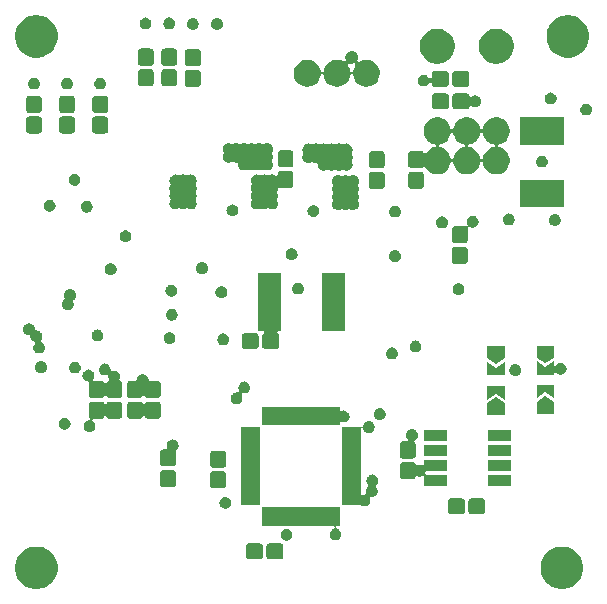
<source format=gbr>
G04 #@! TF.GenerationSoftware,KiCad,Pcbnew,5.0.0-fee4fd1~65~ubuntu16.04.1*
G04 #@! TF.CreationDate,2018-10-30T20:03:04+09:00*
G04 #@! TF.ProjectId,SSL_BLDC,53534C5F424C44432E6B696361645F70,rev?*
G04 #@! TF.SameCoordinates,Original*
G04 #@! TF.FileFunction,Soldermask,Bot*
G04 #@! TF.FilePolarity,Negative*
%FSLAX46Y46*%
G04 Gerber Fmt 4.6, Leading zero omitted, Abs format (unit mm)*
G04 Created by KiCad (PCBNEW 5.0.0-fee4fd1~65~ubuntu16.04.1) date Tue Oct 30 20:03:04 2018*
%MOMM*%
%LPD*%
G01*
G04 APERTURE LIST*
%ADD10C,0.100000*%
G04 APERTURE END LIST*
D10*
G36*
X99909122Y-68246115D02*
X100025041Y-68269173D01*
X100352620Y-68404861D01*
X100643511Y-68599228D01*
X100647436Y-68601851D01*
X100898149Y-68852564D01*
X101095140Y-69147382D01*
X101230827Y-69474960D01*
X101300000Y-69822714D01*
X101300000Y-70177286D01*
X101230827Y-70525040D01*
X101095140Y-70852618D01*
X100898149Y-71147436D01*
X100647436Y-71398149D01*
X100647433Y-71398151D01*
X100352620Y-71595139D01*
X100025041Y-71730827D01*
X99909122Y-71753885D01*
X99677286Y-71800000D01*
X99322714Y-71800000D01*
X99090878Y-71753885D01*
X98974959Y-71730827D01*
X98647380Y-71595139D01*
X98352567Y-71398151D01*
X98352564Y-71398149D01*
X98101851Y-71147436D01*
X97904860Y-70852618D01*
X97769173Y-70525040D01*
X97700000Y-70177286D01*
X97700000Y-69822714D01*
X97769173Y-69474960D01*
X97904860Y-69147382D01*
X98101851Y-68852564D01*
X98352564Y-68601851D01*
X98356489Y-68599228D01*
X98647380Y-68404861D01*
X98974959Y-68269173D01*
X99090878Y-68246115D01*
X99322714Y-68200000D01*
X99677286Y-68200000D01*
X99909122Y-68246115D01*
X99909122Y-68246115D01*
G37*
G36*
X55409122Y-68246115D02*
X55525041Y-68269173D01*
X55852620Y-68404861D01*
X56143511Y-68599228D01*
X56147436Y-68601851D01*
X56398149Y-68852564D01*
X56595140Y-69147382D01*
X56730827Y-69474960D01*
X56800000Y-69822714D01*
X56800000Y-70177286D01*
X56730827Y-70525040D01*
X56595140Y-70852618D01*
X56398149Y-71147436D01*
X56147436Y-71398149D01*
X56147433Y-71398151D01*
X55852620Y-71595139D01*
X55525041Y-71730827D01*
X55409122Y-71753885D01*
X55177286Y-71800000D01*
X54822714Y-71800000D01*
X54590878Y-71753885D01*
X54474959Y-71730827D01*
X54147380Y-71595139D01*
X53852567Y-71398151D01*
X53852564Y-71398149D01*
X53601851Y-71147436D01*
X53404860Y-70852618D01*
X53269173Y-70525040D01*
X53200000Y-70177286D01*
X53200000Y-69822714D01*
X53269173Y-69474960D01*
X53404860Y-69147382D01*
X53601851Y-68852564D01*
X53852564Y-68601851D01*
X53856489Y-68599228D01*
X54147380Y-68404861D01*
X54474959Y-68269173D01*
X54590878Y-68246115D01*
X54822714Y-68200000D01*
X55177286Y-68200000D01*
X55409122Y-68246115D01*
X55409122Y-68246115D01*
G37*
G36*
X75703530Y-67930877D02*
X75755010Y-67946493D01*
X75802442Y-67971846D01*
X75844027Y-68005973D01*
X75878154Y-68047558D01*
X75903507Y-68094990D01*
X75919123Y-68146470D01*
X75925000Y-68206140D01*
X75925000Y-68993860D01*
X75919123Y-69053530D01*
X75903507Y-69105010D01*
X75878154Y-69152442D01*
X75844027Y-69194027D01*
X75802442Y-69228154D01*
X75755010Y-69253507D01*
X75703530Y-69269123D01*
X75643860Y-69275000D01*
X74756140Y-69275000D01*
X74696470Y-69269123D01*
X74644990Y-69253507D01*
X74597558Y-69228154D01*
X74555973Y-69194027D01*
X74521846Y-69152442D01*
X74496493Y-69105010D01*
X74480877Y-69053530D01*
X74475000Y-68993860D01*
X74475000Y-68206140D01*
X74480877Y-68146470D01*
X74496493Y-68094990D01*
X74521846Y-68047558D01*
X74555973Y-68005973D01*
X74597558Y-67971846D01*
X74644990Y-67946493D01*
X74696470Y-67930877D01*
X74756140Y-67925000D01*
X75643860Y-67925000D01*
X75703530Y-67930877D01*
X75703530Y-67930877D01*
G37*
G36*
X73953530Y-67930877D02*
X74005010Y-67946493D01*
X74052442Y-67971846D01*
X74094027Y-68005973D01*
X74128154Y-68047558D01*
X74153507Y-68094990D01*
X74169123Y-68146470D01*
X74175000Y-68206140D01*
X74175000Y-68993860D01*
X74169123Y-69053530D01*
X74153507Y-69105010D01*
X74128154Y-69152442D01*
X74094027Y-69194027D01*
X74052442Y-69228154D01*
X74005010Y-69253507D01*
X73953530Y-69269123D01*
X73893860Y-69275000D01*
X73006140Y-69275000D01*
X72946470Y-69269123D01*
X72894990Y-69253507D01*
X72847558Y-69228154D01*
X72805973Y-69194027D01*
X72771846Y-69152442D01*
X72746493Y-69105010D01*
X72730877Y-69053530D01*
X72725000Y-68993860D01*
X72725000Y-68206140D01*
X72730877Y-68146470D01*
X72746493Y-68094990D01*
X72771846Y-68047558D01*
X72805973Y-68005973D01*
X72847558Y-67971846D01*
X72894990Y-67946493D01*
X72946470Y-67930877D01*
X73006140Y-67925000D01*
X73893860Y-67925000D01*
X73953530Y-67930877D01*
X73953530Y-67930877D01*
G37*
G36*
X76188722Y-66690485D02*
X76212170Y-66697598D01*
X76224246Y-66700000D01*
X76320845Y-66719215D01*
X76411839Y-66756906D01*
X76492640Y-66810896D01*
X76493734Y-66811627D01*
X76563373Y-66881266D01*
X76563375Y-66881269D01*
X76618094Y-66963161D01*
X76655785Y-67054155D01*
X76670027Y-67125751D01*
X76675000Y-67150755D01*
X76675000Y-67249245D01*
X76655785Y-67345845D01*
X76618095Y-67436837D01*
X76563373Y-67518734D01*
X76493734Y-67588373D01*
X76493731Y-67588375D01*
X76411839Y-67643094D01*
X76411838Y-67643095D01*
X76411837Y-67643095D01*
X76320845Y-67680785D01*
X76224246Y-67700000D01*
X76125754Y-67700000D01*
X76029155Y-67680785D01*
X75938163Y-67643095D01*
X75938162Y-67643095D01*
X75938161Y-67643094D01*
X75856269Y-67588375D01*
X75856266Y-67588373D01*
X75786627Y-67518734D01*
X75731905Y-67436837D01*
X75694215Y-67345845D01*
X75675000Y-67249245D01*
X75675000Y-67150755D01*
X75679974Y-67125751D01*
X75694215Y-67054155D01*
X75731906Y-66963161D01*
X75786625Y-66881269D01*
X75786627Y-66881266D01*
X75856266Y-66811627D01*
X75857360Y-66810896D01*
X75938161Y-66756906D01*
X76029155Y-66719215D01*
X76125754Y-66700000D01*
X76137830Y-66697598D01*
X76161279Y-66690485D01*
X76175000Y-66683151D01*
X76188722Y-66690485D01*
X76188722Y-66690485D01*
G37*
G36*
X80700000Y-66450000D02*
X80509685Y-66450000D01*
X80485299Y-66452402D01*
X80461850Y-66459515D01*
X80440239Y-66471066D01*
X80421297Y-66486612D01*
X80405751Y-66505554D01*
X80394200Y-66527165D01*
X80387087Y-66550614D01*
X80384685Y-66575000D01*
X80387087Y-66599386D01*
X80394200Y-66622835D01*
X80405751Y-66644446D01*
X80421297Y-66663388D01*
X80440239Y-66678934D01*
X80461850Y-66690485D01*
X80470848Y-66694212D01*
X80484821Y-66700000D01*
X80531211Y-66719215D01*
X80561842Y-66731903D01*
X80599260Y-66756905D01*
X80643737Y-66786624D01*
X80713376Y-66856263D01*
X80768098Y-66938160D01*
X80805788Y-67029152D01*
X80825003Y-67125751D01*
X80825003Y-67224243D01*
X80805788Y-67320842D01*
X80768097Y-67411836D01*
X80751390Y-67436839D01*
X80713376Y-67493731D01*
X80643737Y-67563370D01*
X80643734Y-67563372D01*
X80561842Y-67618091D01*
X80470848Y-67655782D01*
X80374249Y-67674997D01*
X80275757Y-67674997D01*
X80179158Y-67655782D01*
X80088164Y-67618091D01*
X80006272Y-67563372D01*
X80006269Y-67563370D01*
X79936630Y-67493731D01*
X79898616Y-67436839D01*
X79881909Y-67411836D01*
X79844218Y-67320842D01*
X79825003Y-67224243D01*
X79825003Y-67125751D01*
X79844218Y-67029152D01*
X79881908Y-66938160D01*
X79936630Y-66856263D01*
X80006269Y-66786624D01*
X80050746Y-66756905D01*
X80088164Y-66731903D01*
X80118796Y-66719215D01*
X80165185Y-66700000D01*
X80179158Y-66694212D01*
X80188156Y-66690485D01*
X80209767Y-66678934D01*
X80228709Y-66663389D01*
X80244255Y-66644447D01*
X80255806Y-66622836D01*
X80262919Y-66599387D01*
X80265321Y-66575000D01*
X80262919Y-66550614D01*
X80255806Y-66527165D01*
X80244255Y-66505554D01*
X80228710Y-66486612D01*
X80209768Y-66471066D01*
X80188157Y-66459515D01*
X80164708Y-66452402D01*
X80140321Y-66450000D01*
X76236557Y-66450000D01*
X76212171Y-66452402D01*
X76188722Y-66459515D01*
X76175000Y-66466849D01*
X76161278Y-66459515D01*
X76137829Y-66452402D01*
X76113443Y-66450000D01*
X74100000Y-66450000D01*
X74100000Y-64850000D01*
X80700000Y-64850000D01*
X80700000Y-66450000D01*
X80700000Y-66450000D01*
G37*
G36*
X91053530Y-64130877D02*
X91105010Y-64146493D01*
X91152442Y-64171846D01*
X91194027Y-64205973D01*
X91228154Y-64247558D01*
X91253507Y-64294990D01*
X91269123Y-64346470D01*
X91275000Y-64406140D01*
X91275000Y-65193860D01*
X91269123Y-65253530D01*
X91253507Y-65305010D01*
X91228154Y-65352442D01*
X91194027Y-65394027D01*
X91152442Y-65428154D01*
X91105010Y-65453507D01*
X91053530Y-65469123D01*
X90993860Y-65475000D01*
X90106140Y-65475000D01*
X90046470Y-65469123D01*
X89994990Y-65453507D01*
X89947558Y-65428154D01*
X89905973Y-65394027D01*
X89871846Y-65352442D01*
X89846493Y-65305010D01*
X89830877Y-65253530D01*
X89825000Y-65193860D01*
X89825000Y-64406140D01*
X89830877Y-64346470D01*
X89846493Y-64294990D01*
X89871846Y-64247558D01*
X89905973Y-64205973D01*
X89947558Y-64171846D01*
X89994990Y-64146493D01*
X90046470Y-64130877D01*
X90106140Y-64125000D01*
X90993860Y-64125000D01*
X91053530Y-64130877D01*
X91053530Y-64130877D01*
G37*
G36*
X92803530Y-64130877D02*
X92855010Y-64146493D01*
X92902442Y-64171846D01*
X92944027Y-64205973D01*
X92978154Y-64247558D01*
X93003507Y-64294990D01*
X93019123Y-64346470D01*
X93025000Y-64406140D01*
X93025000Y-65193860D01*
X93019123Y-65253530D01*
X93003507Y-65305010D01*
X92978154Y-65352442D01*
X92944027Y-65394027D01*
X92902442Y-65428154D01*
X92855010Y-65453507D01*
X92803530Y-65469123D01*
X92743860Y-65475000D01*
X91856140Y-65475000D01*
X91796470Y-65469123D01*
X91744990Y-65453507D01*
X91697558Y-65428154D01*
X91655973Y-65394027D01*
X91621846Y-65352442D01*
X91596493Y-65305010D01*
X91580877Y-65253530D01*
X91575000Y-65193860D01*
X91575000Y-64406140D01*
X91580877Y-64346470D01*
X91596493Y-64294990D01*
X91621846Y-64247558D01*
X91655973Y-64205973D01*
X91697558Y-64171846D01*
X91744990Y-64146493D01*
X91796470Y-64130877D01*
X91856140Y-64125000D01*
X92743860Y-64125000D01*
X92803530Y-64130877D01*
X92803530Y-64130877D01*
G37*
G36*
X71145845Y-64019215D02*
X71236839Y-64056906D01*
X71246200Y-64063161D01*
X71318734Y-64111627D01*
X71388373Y-64181266D01*
X71388375Y-64181269D01*
X71443094Y-64263161D01*
X71480785Y-64354155D01*
X71499024Y-64445845D01*
X71500000Y-64450755D01*
X71500000Y-64549245D01*
X71480785Y-64645845D01*
X71449628Y-64721066D01*
X71443094Y-64736839D01*
X71438914Y-64743095D01*
X71388373Y-64818734D01*
X71318734Y-64888373D01*
X71318731Y-64888375D01*
X71236839Y-64943094D01*
X71145845Y-64980785D01*
X71049246Y-65000000D01*
X70950754Y-65000000D01*
X70854155Y-64980785D01*
X70763161Y-64943094D01*
X70681269Y-64888375D01*
X70681266Y-64888373D01*
X70611627Y-64818734D01*
X70561086Y-64743095D01*
X70556906Y-64736839D01*
X70550373Y-64721066D01*
X70519215Y-64645845D01*
X70500000Y-64549245D01*
X70500000Y-64450755D01*
X70500977Y-64445845D01*
X70519215Y-64354155D01*
X70556906Y-64263161D01*
X70611625Y-64181269D01*
X70611627Y-64181266D01*
X70681266Y-64111627D01*
X70753800Y-64063161D01*
X70763161Y-64056906D01*
X70854155Y-64019215D01*
X70950754Y-64000000D01*
X71049246Y-64000000D01*
X71145845Y-64019215D01*
X71145845Y-64019215D01*
G37*
G36*
X83295845Y-57594247D02*
X83386839Y-57631938D01*
X83422543Y-57655795D01*
X83468734Y-57686659D01*
X83538373Y-57756298D01*
X83538375Y-57756301D01*
X83593094Y-57838193D01*
X83630785Y-57929187D01*
X83650000Y-58025786D01*
X83650000Y-58124278D01*
X83630785Y-58220877D01*
X83593094Y-58311871D01*
X83541975Y-58388375D01*
X83538373Y-58393766D01*
X83468734Y-58463405D01*
X83468731Y-58463407D01*
X83386839Y-58518126D01*
X83295845Y-58555817D01*
X83199246Y-58575032D01*
X83100754Y-58575032D01*
X83004155Y-58555817D01*
X82913161Y-58518126D01*
X82831269Y-58463407D01*
X82831266Y-58463405D01*
X82761627Y-58393766D01*
X82706905Y-58311870D01*
X82690485Y-58272227D01*
X82678934Y-58250616D01*
X82663389Y-58231674D01*
X82644447Y-58216129D01*
X82622836Y-58204577D01*
X82599387Y-58197464D01*
X82575001Y-58195062D01*
X82550614Y-58197464D01*
X82527165Y-58204577D01*
X82505554Y-58216128D01*
X82486612Y-58231673D01*
X82471067Y-58250615D01*
X82459515Y-58272226D01*
X82452402Y-58295675D01*
X82450000Y-58320062D01*
X82450000Y-63706348D01*
X82452402Y-63730734D01*
X82459515Y-63754183D01*
X82471066Y-63775794D01*
X82486612Y-63794736D01*
X82505554Y-63810282D01*
X82527165Y-63821833D01*
X82550614Y-63828946D01*
X82575000Y-63831348D01*
X82599386Y-63828946D01*
X82622835Y-63821833D01*
X82629155Y-63819215D01*
X82674064Y-63810282D01*
X82725754Y-63800000D01*
X82797566Y-63800000D01*
X82821952Y-63797598D01*
X82845401Y-63790485D01*
X82867012Y-63778934D01*
X82885954Y-63763388D01*
X82901500Y-63744446D01*
X82913051Y-63722835D01*
X82920164Y-63699386D01*
X82922566Y-63675000D01*
X82920164Y-63650613D01*
X82919216Y-63645848D01*
X82919215Y-63645845D01*
X82900000Y-63549246D01*
X82900000Y-63450754D01*
X82919215Y-63354155D01*
X82956906Y-63263161D01*
X83011625Y-63181269D01*
X83011627Y-63181266D01*
X83079505Y-63113388D01*
X83095051Y-63094446D01*
X83106602Y-63072835D01*
X83113715Y-63049386D01*
X83116117Y-63025000D01*
X83113715Y-63000614D01*
X83106602Y-62977165D01*
X83095051Y-62955554D01*
X83079505Y-62936612D01*
X83061627Y-62918734D01*
X83006905Y-62836837D01*
X82969215Y-62745845D01*
X82950000Y-62649245D01*
X82950000Y-62550755D01*
X82969215Y-62454155D01*
X83006905Y-62363163D01*
X83029059Y-62330008D01*
X83061625Y-62281269D01*
X83061627Y-62281266D01*
X83131266Y-62211627D01*
X83203480Y-62163375D01*
X83213161Y-62156906D01*
X83304155Y-62119215D01*
X83400754Y-62100000D01*
X83499246Y-62100000D01*
X83595845Y-62119215D01*
X83686839Y-62156906D01*
X83696520Y-62163375D01*
X83768734Y-62211627D01*
X83838373Y-62281266D01*
X83838375Y-62281269D01*
X83870942Y-62330008D01*
X83893095Y-62363163D01*
X83930785Y-62454155D01*
X83950000Y-62550755D01*
X83950000Y-62649245D01*
X83930785Y-62745845D01*
X83893095Y-62836837D01*
X83838373Y-62918734D01*
X83770495Y-62986612D01*
X83754949Y-63005554D01*
X83743398Y-63027165D01*
X83736285Y-63050614D01*
X83733883Y-63075000D01*
X83736285Y-63099386D01*
X83743398Y-63122835D01*
X83754949Y-63144446D01*
X83770495Y-63163388D01*
X83788373Y-63181266D01*
X83788375Y-63181269D01*
X83843094Y-63263161D01*
X83880785Y-63354155D01*
X83900000Y-63450754D01*
X83900000Y-63549246D01*
X83880785Y-63645845D01*
X83843094Y-63736839D01*
X83804408Y-63794736D01*
X83788373Y-63818734D01*
X83718734Y-63888373D01*
X83718731Y-63888375D01*
X83636839Y-63943094D01*
X83545845Y-63980785D01*
X83449246Y-64000000D01*
X83377434Y-64000000D01*
X83353048Y-64002402D01*
X83329599Y-64009515D01*
X83307988Y-64021066D01*
X83289046Y-64036612D01*
X83273500Y-64055554D01*
X83261949Y-64077165D01*
X83254836Y-64100614D01*
X83252434Y-64125000D01*
X83254836Y-64149387D01*
X83255784Y-64154152D01*
X83255785Y-64154155D01*
X83275000Y-64250754D01*
X83275000Y-64349246D01*
X83265569Y-64396657D01*
X83255785Y-64445845D01*
X83218095Y-64536837D01*
X83163373Y-64618734D01*
X83093734Y-64688373D01*
X83093731Y-64688375D01*
X83011839Y-64743094D01*
X82920845Y-64780785D01*
X82824246Y-64800000D01*
X82725754Y-64800000D01*
X82629155Y-64780785D01*
X82538162Y-64743095D01*
X82505194Y-64721066D01*
X82483583Y-64709515D01*
X82460134Y-64702402D01*
X82435748Y-64700000D01*
X80850000Y-64700000D01*
X80850000Y-58100000D01*
X82532653Y-58100000D01*
X82557039Y-58097598D01*
X82580488Y-58090485D01*
X82602099Y-58078934D01*
X82621041Y-58063388D01*
X82636587Y-58044446D01*
X82648138Y-58022835D01*
X82655251Y-57999387D01*
X82669215Y-57929187D01*
X82706905Y-57838195D01*
X82761627Y-57756298D01*
X82831266Y-57686659D01*
X82877457Y-57655795D01*
X82913161Y-57631938D01*
X83004155Y-57594247D01*
X83100754Y-57575032D01*
X83199246Y-57575032D01*
X83295845Y-57594247D01*
X83295845Y-57594247D01*
G37*
G36*
X73950000Y-64700000D02*
X72350000Y-64700000D01*
X72350000Y-58100000D01*
X73950000Y-58100000D01*
X73950000Y-64700000D01*
X73950000Y-64700000D01*
G37*
G36*
X70853530Y-61830877D02*
X70905010Y-61846493D01*
X70952442Y-61871846D01*
X70994027Y-61905973D01*
X71028154Y-61947558D01*
X71053507Y-61994990D01*
X71069123Y-62046470D01*
X71075000Y-62106140D01*
X71075000Y-62993860D01*
X71069123Y-63053530D01*
X71053507Y-63105010D01*
X71028154Y-63152442D01*
X70994027Y-63194027D01*
X70952442Y-63228154D01*
X70905010Y-63253507D01*
X70853530Y-63269123D01*
X70793860Y-63275000D01*
X70006140Y-63275000D01*
X69946470Y-63269123D01*
X69894990Y-63253507D01*
X69847558Y-63228154D01*
X69805973Y-63194027D01*
X69771846Y-63152442D01*
X69746493Y-63105010D01*
X69730877Y-63053530D01*
X69725000Y-62993860D01*
X69725000Y-62106140D01*
X69730877Y-62046470D01*
X69746493Y-61994990D01*
X69771846Y-61947558D01*
X69805973Y-61905973D01*
X69847558Y-61871846D01*
X69894990Y-61846493D01*
X69946470Y-61830877D01*
X70006140Y-61825000D01*
X70793860Y-61825000D01*
X70853530Y-61830877D01*
X70853530Y-61830877D01*
G37*
G36*
X66603530Y-61730877D02*
X66655010Y-61746493D01*
X66702442Y-61771846D01*
X66744027Y-61805973D01*
X66778154Y-61847558D01*
X66803507Y-61894990D01*
X66819123Y-61946470D01*
X66825000Y-62006140D01*
X66825000Y-62893860D01*
X66819123Y-62953530D01*
X66803507Y-63005010D01*
X66778154Y-63052442D01*
X66744027Y-63094027D01*
X66702442Y-63128154D01*
X66655010Y-63153507D01*
X66603530Y-63169123D01*
X66543860Y-63175000D01*
X65756140Y-63175000D01*
X65696470Y-63169123D01*
X65644990Y-63153507D01*
X65597558Y-63128154D01*
X65555973Y-63094027D01*
X65521846Y-63052442D01*
X65496493Y-63005010D01*
X65480877Y-62953530D01*
X65475000Y-62893860D01*
X65475000Y-62006140D01*
X65480877Y-61946470D01*
X65496493Y-61894990D01*
X65521846Y-61847558D01*
X65555973Y-61805973D01*
X65597558Y-61771846D01*
X65644990Y-61746493D01*
X65696470Y-61730877D01*
X65756140Y-61725000D01*
X66543860Y-61725000D01*
X66603530Y-61730877D01*
X66603530Y-61730877D01*
G37*
G36*
X95175000Y-63105000D02*
X93225000Y-63105000D01*
X93225000Y-62105000D01*
X95175000Y-62105000D01*
X95175000Y-63105000D01*
X95175000Y-63105000D01*
G37*
G36*
X89775000Y-61835000D02*
X88049865Y-61835000D01*
X88025479Y-61837402D01*
X88002030Y-61844515D01*
X87980419Y-61856066D01*
X87961477Y-61871612D01*
X87945931Y-61890554D01*
X87934380Y-61912166D01*
X87926096Y-61932166D01*
X87918983Y-61955615D01*
X87916581Y-61980001D01*
X87918983Y-62004388D01*
X87926097Y-62027837D01*
X87937648Y-62049447D01*
X87953194Y-62068389D01*
X87972136Y-62083935D01*
X87993747Y-62095485D01*
X88017196Y-62102598D01*
X88041581Y-62105000D01*
X89775000Y-62105000D01*
X89775000Y-63105000D01*
X87825000Y-63105000D01*
X87825000Y-62347942D01*
X87822598Y-62323556D01*
X87815485Y-62300107D01*
X87803934Y-62278496D01*
X87788388Y-62259554D01*
X87769446Y-62244008D01*
X87747835Y-62232457D01*
X87724386Y-62225344D01*
X87700000Y-62222942D01*
X87675614Y-62225344D01*
X87652166Y-62232457D01*
X87595848Y-62255784D01*
X87595847Y-62255784D01*
X87595845Y-62255785D01*
X87499246Y-62275000D01*
X87400754Y-62275000D01*
X87304155Y-62255785D01*
X87301217Y-62254568D01*
X87273322Y-62243014D01*
X87249873Y-62235901D01*
X87225487Y-62233500D01*
X87201101Y-62235902D01*
X87177652Y-62243016D01*
X87156041Y-62254568D01*
X87137099Y-62270113D01*
X87121554Y-62289056D01*
X87110003Y-62310667D01*
X87105871Y-62322217D01*
X87103508Y-62330008D01*
X87078154Y-62377442D01*
X87044027Y-62419027D01*
X87002442Y-62453154D01*
X86955010Y-62478507D01*
X86903530Y-62494123D01*
X86843860Y-62500000D01*
X86056140Y-62500000D01*
X85996470Y-62494123D01*
X85944990Y-62478507D01*
X85897558Y-62453154D01*
X85855973Y-62419027D01*
X85821846Y-62377442D01*
X85796493Y-62330010D01*
X85780877Y-62278530D01*
X85775000Y-62218860D01*
X85775000Y-61331140D01*
X85780877Y-61271470D01*
X85796493Y-61219990D01*
X85821846Y-61172558D01*
X85855973Y-61130973D01*
X85897558Y-61096846D01*
X85944990Y-61071493D01*
X85996470Y-61055877D01*
X86056140Y-61050000D01*
X86843860Y-61050000D01*
X86903530Y-61055877D01*
X86955010Y-61071493D01*
X87002442Y-61096846D01*
X87044027Y-61130973D01*
X87078154Y-61172558D01*
X87103508Y-61219992D01*
X87105871Y-61227783D01*
X87115248Y-61250423D01*
X87128861Y-61270797D01*
X87146188Y-61288125D01*
X87166562Y-61301739D01*
X87189201Y-61311117D01*
X87213235Y-61315898D01*
X87237739Y-61315898D01*
X87261772Y-61311118D01*
X87273322Y-61306986D01*
X87304155Y-61294215D01*
X87334771Y-61288125D01*
X87400754Y-61275000D01*
X87499246Y-61275000D01*
X87595845Y-61294215D01*
X87595847Y-61294216D01*
X87595848Y-61294216D01*
X87652166Y-61317543D01*
X87675615Y-61324656D01*
X87700001Y-61327058D01*
X87724387Y-61324656D01*
X87747837Y-61317542D01*
X87769447Y-61305991D01*
X87788389Y-61290445D01*
X87803934Y-61271503D01*
X87815485Y-61249892D01*
X87822598Y-61226443D01*
X87825000Y-61202058D01*
X87825000Y-60835000D01*
X89775000Y-60835000D01*
X89775000Y-61835000D01*
X89775000Y-61835000D01*
G37*
G36*
X95175000Y-61835000D02*
X93225000Y-61835000D01*
X93225000Y-60835000D01*
X95175000Y-60835000D01*
X95175000Y-61835000D01*
X95175000Y-61835000D01*
G37*
G36*
X70853530Y-60080877D02*
X70905010Y-60096493D01*
X70952442Y-60121846D01*
X70994027Y-60155973D01*
X71028154Y-60197558D01*
X71053507Y-60244990D01*
X71069123Y-60296470D01*
X71075000Y-60356140D01*
X71075000Y-61243860D01*
X71069123Y-61303530D01*
X71053507Y-61355010D01*
X71028154Y-61402442D01*
X70994027Y-61444027D01*
X70952442Y-61478154D01*
X70905010Y-61503507D01*
X70853530Y-61519123D01*
X70793860Y-61525000D01*
X70006140Y-61525000D01*
X69946470Y-61519123D01*
X69894990Y-61503507D01*
X69847558Y-61478154D01*
X69805973Y-61444027D01*
X69771846Y-61402442D01*
X69746493Y-61355010D01*
X69730877Y-61303530D01*
X69725000Y-61243860D01*
X69725000Y-60356140D01*
X69730877Y-60296470D01*
X69746493Y-60244990D01*
X69771846Y-60197558D01*
X69805973Y-60155973D01*
X69847558Y-60121846D01*
X69894990Y-60096493D01*
X69946470Y-60080877D01*
X70006140Y-60075000D01*
X70793860Y-60075000D01*
X70853530Y-60080877D01*
X70853530Y-60080877D01*
G37*
G36*
X66695845Y-59144216D02*
X66786839Y-59181907D01*
X66859989Y-59230785D01*
X66868734Y-59236628D01*
X66938373Y-59306267D01*
X66938375Y-59306270D01*
X66993094Y-59388162D01*
X67030785Y-59479156D01*
X67050000Y-59575755D01*
X67050000Y-59674247D01*
X67030785Y-59770846D01*
X66993094Y-59861840D01*
X66941946Y-59938388D01*
X66938373Y-59943735D01*
X66868731Y-60013377D01*
X66858384Y-60020291D01*
X66839442Y-60035836D01*
X66823897Y-60054779D01*
X66812346Y-60076390D01*
X66805233Y-60099839D01*
X66802832Y-60124225D01*
X66808214Y-60160508D01*
X66819123Y-60196470D01*
X66825000Y-60256140D01*
X66825000Y-61143860D01*
X66819123Y-61203530D01*
X66803507Y-61255010D01*
X66778154Y-61302442D01*
X66744027Y-61344027D01*
X66702442Y-61378154D01*
X66655010Y-61403507D01*
X66603530Y-61419123D01*
X66543860Y-61425000D01*
X65756140Y-61425000D01*
X65696470Y-61419123D01*
X65644990Y-61403507D01*
X65597558Y-61378154D01*
X65555973Y-61344027D01*
X65521846Y-61302442D01*
X65496493Y-61255010D01*
X65480877Y-61203530D01*
X65475000Y-61143860D01*
X65475000Y-60256140D01*
X65480877Y-60196470D01*
X65496493Y-60144990D01*
X65521846Y-60097558D01*
X65555973Y-60055973D01*
X65597558Y-60021846D01*
X65644990Y-59996493D01*
X65696470Y-59980877D01*
X65756140Y-59975000D01*
X65966703Y-59975000D01*
X65991089Y-59972598D01*
X66014538Y-59965485D01*
X66036149Y-59953934D01*
X66055091Y-59938388D01*
X66070637Y-59919446D01*
X66082188Y-59897835D01*
X66089301Y-59874386D01*
X66091703Y-59850000D01*
X66089301Y-59825614D01*
X66082188Y-59802165D01*
X66069215Y-59770846D01*
X66050000Y-59674246D01*
X66050000Y-59575756D01*
X66052140Y-59565000D01*
X66069215Y-59479156D01*
X66106906Y-59388162D01*
X66161625Y-59306270D01*
X66161627Y-59306267D01*
X66231266Y-59236628D01*
X66240011Y-59230785D01*
X66313161Y-59181907D01*
X66404155Y-59144216D01*
X66500754Y-59125001D01*
X66599246Y-59125001D01*
X66695845Y-59144216D01*
X66695845Y-59144216D01*
G37*
G36*
X86945845Y-58269215D02*
X87020167Y-58300000D01*
X87036839Y-58306906D01*
X87056528Y-58320062D01*
X87118734Y-58361627D01*
X87188373Y-58431266D01*
X87243095Y-58513163D01*
X87280785Y-58604155D01*
X87300000Y-58700755D01*
X87300000Y-58799245D01*
X87280785Y-58895845D01*
X87243095Y-58986837D01*
X87188373Y-59068734D01*
X87118734Y-59138373D01*
X87054750Y-59181126D01*
X87035808Y-59196672D01*
X87020262Y-59215614D01*
X87008711Y-59237225D01*
X87001598Y-59260674D01*
X86999196Y-59285060D01*
X87001598Y-59309446D01*
X87008711Y-59332896D01*
X87020262Y-59354506D01*
X87041888Y-59378367D01*
X87078154Y-59422558D01*
X87103507Y-59469990D01*
X87119123Y-59521470D01*
X87125000Y-59581140D01*
X87125000Y-60468860D01*
X87119123Y-60528530D01*
X87103507Y-60580010D01*
X87078154Y-60627442D01*
X87044027Y-60669027D01*
X87002442Y-60703154D01*
X86955010Y-60728507D01*
X86903530Y-60744123D01*
X86843860Y-60750000D01*
X86056140Y-60750000D01*
X85996470Y-60744123D01*
X85944990Y-60728507D01*
X85897558Y-60703154D01*
X85855973Y-60669027D01*
X85821846Y-60627442D01*
X85796493Y-60580010D01*
X85780877Y-60528530D01*
X85775000Y-60468860D01*
X85775000Y-59581140D01*
X85780877Y-59521470D01*
X85796493Y-59469990D01*
X85821846Y-59422558D01*
X85855973Y-59380973D01*
X85897558Y-59346846D01*
X85944990Y-59321493D01*
X85996470Y-59305877D01*
X86056140Y-59300000D01*
X86341117Y-59300000D01*
X86365503Y-59297598D01*
X86388952Y-59290485D01*
X86410563Y-59278934D01*
X86429505Y-59263388D01*
X86445051Y-59244446D01*
X86456602Y-59222835D01*
X86463715Y-59199386D01*
X86466117Y-59175000D01*
X86463715Y-59150614D01*
X86456602Y-59127165D01*
X86445051Y-59105554D01*
X86429505Y-59086612D01*
X86411627Y-59068734D01*
X86356905Y-58986837D01*
X86319215Y-58895845D01*
X86300000Y-58799245D01*
X86300000Y-58700755D01*
X86319215Y-58604155D01*
X86356905Y-58513163D01*
X86411627Y-58431266D01*
X86481266Y-58361627D01*
X86543472Y-58320062D01*
X86563161Y-58306906D01*
X86579834Y-58300000D01*
X86654155Y-58269215D01*
X86750754Y-58250000D01*
X86849246Y-58250000D01*
X86945845Y-58269215D01*
X86945845Y-58269215D01*
G37*
G36*
X95175000Y-60565000D02*
X93225000Y-60565000D01*
X93225000Y-59565000D01*
X95175000Y-59565000D01*
X95175000Y-60565000D01*
X95175000Y-60565000D01*
G37*
G36*
X89775000Y-60565000D02*
X87825000Y-60565000D01*
X87825000Y-59565000D01*
X89775000Y-59565000D01*
X89775000Y-60565000D01*
X89775000Y-60565000D01*
G37*
G36*
X95175000Y-59295000D02*
X93225000Y-59295000D01*
X93225000Y-58295000D01*
X95175000Y-58295000D01*
X95175000Y-59295000D01*
X95175000Y-59295000D01*
G37*
G36*
X89775000Y-59295000D02*
X87825000Y-59295000D01*
X87825000Y-58295000D01*
X89775000Y-58295000D01*
X89775000Y-59295000D01*
X89775000Y-59295000D01*
G37*
G36*
X60553530Y-55930877D02*
X60605010Y-55946493D01*
X60652442Y-55971846D01*
X60694027Y-56005973D01*
X60728153Y-56047557D01*
X60739760Y-56069272D01*
X60753373Y-56089647D01*
X60770700Y-56106974D01*
X60791075Y-56120588D01*
X60813714Y-56129965D01*
X60837747Y-56134746D01*
X60862251Y-56134746D01*
X60886285Y-56129966D01*
X60908924Y-56120588D01*
X60929299Y-56106975D01*
X60946626Y-56089648D01*
X60960240Y-56069272D01*
X60971847Y-56047557D01*
X61005973Y-56005973D01*
X61047558Y-55971846D01*
X61094990Y-55946493D01*
X61146470Y-55930877D01*
X61206140Y-55925000D01*
X61993860Y-55925000D01*
X62053530Y-55930877D01*
X62105010Y-55946493D01*
X62152442Y-55971846D01*
X62194027Y-56005973D01*
X62228154Y-56047558D01*
X62253507Y-56094990D01*
X62269123Y-56146470D01*
X62275000Y-56206140D01*
X62275000Y-57093860D01*
X62269123Y-57153530D01*
X62253507Y-57205010D01*
X62228154Y-57252442D01*
X62194027Y-57294027D01*
X62152442Y-57328154D01*
X62105010Y-57353507D01*
X62053530Y-57369123D01*
X61993860Y-57375000D01*
X61206140Y-57375000D01*
X61146470Y-57369123D01*
X61094990Y-57353507D01*
X61047558Y-57328154D01*
X61005973Y-57294027D01*
X60971847Y-57252443D01*
X60960240Y-57230728D01*
X60946627Y-57210353D01*
X60929300Y-57193026D01*
X60908925Y-57179412D01*
X60886286Y-57170035D01*
X60862253Y-57165254D01*
X60837749Y-57165254D01*
X60813715Y-57170034D01*
X60791076Y-57179412D01*
X60770701Y-57193025D01*
X60753374Y-57210352D01*
X60739760Y-57230728D01*
X60728153Y-57252443D01*
X60694027Y-57294027D01*
X60652442Y-57328154D01*
X60605010Y-57353507D01*
X60553530Y-57369123D01*
X60493860Y-57375000D01*
X59876669Y-57375000D01*
X59852283Y-57377402D01*
X59828834Y-57384515D01*
X59807223Y-57396066D01*
X59788281Y-57411612D01*
X59772735Y-57430554D01*
X59761184Y-57452165D01*
X59754071Y-57475614D01*
X59751669Y-57500000D01*
X59754071Y-57524386D01*
X59761184Y-57547835D01*
X59772735Y-57569446D01*
X59788281Y-57588388D01*
X59807222Y-57603933D01*
X59818734Y-57611625D01*
X59888375Y-57681266D01*
X59888377Y-57681269D01*
X59943096Y-57763161D01*
X59980787Y-57854155D01*
X60000002Y-57950754D01*
X60000002Y-58049246D01*
X59991799Y-58090485D01*
X59980787Y-58145845D01*
X59945236Y-58231674D01*
X59943096Y-58236839D01*
X59938916Y-58243095D01*
X59888375Y-58318734D01*
X59818736Y-58388373D01*
X59818733Y-58388375D01*
X59736841Y-58443094D01*
X59645847Y-58480785D01*
X59549248Y-58500000D01*
X59450756Y-58500000D01*
X59354157Y-58480785D01*
X59263163Y-58443094D01*
X59181271Y-58388375D01*
X59181268Y-58388373D01*
X59111629Y-58318734D01*
X59061088Y-58243095D01*
X59056908Y-58236839D01*
X59054769Y-58231674D01*
X59019217Y-58145845D01*
X59008205Y-58090485D01*
X59000002Y-58049246D01*
X59000002Y-57950754D01*
X59019217Y-57854155D01*
X59056908Y-57763161D01*
X59111627Y-57681269D01*
X59111629Y-57681266D01*
X59181268Y-57611627D01*
X59207279Y-57594247D01*
X59263163Y-57556906D01*
X59354157Y-57519215D01*
X59438999Y-57502339D01*
X59462447Y-57495226D01*
X59484058Y-57483674D01*
X59503000Y-57468129D01*
X59518545Y-57449187D01*
X59530096Y-57427576D01*
X59537209Y-57404127D01*
X59539611Y-57379740D01*
X59537209Y-57355354D01*
X59530096Y-57331905D01*
X59511238Y-57300443D01*
X59471848Y-57252445D01*
X59446493Y-57205010D01*
X59430877Y-57153530D01*
X59425000Y-57093860D01*
X59425000Y-56206140D01*
X59430877Y-56146470D01*
X59446493Y-56094990D01*
X59471846Y-56047558D01*
X59505973Y-56005973D01*
X59547558Y-55971846D01*
X59594990Y-55946493D01*
X59646470Y-55930877D01*
X59706140Y-55925000D01*
X60493860Y-55925000D01*
X60553530Y-55930877D01*
X60553530Y-55930877D01*
G37*
G36*
X57509191Y-57311924D02*
X57545845Y-57319215D01*
X57633093Y-57355354D01*
X57636839Y-57356906D01*
X57717640Y-57410896D01*
X57718734Y-57411627D01*
X57788373Y-57481266D01*
X57788375Y-57481269D01*
X57838915Y-57556906D01*
X57843095Y-57563163D01*
X57863169Y-57611627D01*
X57880785Y-57654155D01*
X57900000Y-57750754D01*
X57900000Y-57849246D01*
X57880785Y-57945845D01*
X57843094Y-58036839D01*
X57802496Y-58097598D01*
X57788373Y-58118734D01*
X57718734Y-58188373D01*
X57718731Y-58188375D01*
X57636839Y-58243094D01*
X57636838Y-58243095D01*
X57636837Y-58243095D01*
X57566508Y-58272226D01*
X57545845Y-58280785D01*
X57449246Y-58300000D01*
X57350754Y-58300000D01*
X57254155Y-58280785D01*
X57233492Y-58272226D01*
X57163163Y-58243095D01*
X57163162Y-58243095D01*
X57163161Y-58243094D01*
X57081269Y-58188375D01*
X57081266Y-58188373D01*
X57011627Y-58118734D01*
X56997504Y-58097598D01*
X56956906Y-58036839D01*
X56919215Y-57945845D01*
X56900000Y-57849246D01*
X56900000Y-57750754D01*
X56919215Y-57654155D01*
X56936831Y-57611627D01*
X56956905Y-57563163D01*
X56961086Y-57556906D01*
X57011625Y-57481269D01*
X57011627Y-57481266D01*
X57081266Y-57411627D01*
X57082360Y-57410896D01*
X57163161Y-57356906D01*
X57166908Y-57355354D01*
X57254155Y-57319215D01*
X57290809Y-57311924D01*
X57350754Y-57300000D01*
X57449246Y-57300000D01*
X57509191Y-57311924D01*
X57509191Y-57311924D01*
G37*
G36*
X80700000Y-56581358D02*
X80702402Y-56605744D01*
X80709515Y-56629193D01*
X80721066Y-56650804D01*
X80736612Y-56669746D01*
X80755554Y-56685292D01*
X80777165Y-56696843D01*
X80800614Y-56703956D01*
X80825000Y-56706358D01*
X80849386Y-56703956D01*
X80872835Y-56696843D01*
X80879155Y-56694225D01*
X80924064Y-56685292D01*
X80975754Y-56675010D01*
X81074246Y-56675010D01*
X81170845Y-56694225D01*
X81261839Y-56731916D01*
X81342640Y-56785906D01*
X81343734Y-56786637D01*
X81413373Y-56856276D01*
X81413375Y-56856279D01*
X81468094Y-56938171D01*
X81505785Y-57029165D01*
X81525000Y-57125764D01*
X81525000Y-57224256D01*
X81507561Y-57311927D01*
X81505785Y-57320855D01*
X81482363Y-57377402D01*
X81468094Y-57411849D01*
X81426580Y-57473978D01*
X81413373Y-57493744D01*
X81343734Y-57563383D01*
X81343731Y-57563385D01*
X81261839Y-57618104D01*
X81170845Y-57655795D01*
X81074246Y-57675010D01*
X80975754Y-57675010D01*
X80879155Y-57655795D01*
X80872833Y-57653177D01*
X80849386Y-57646064D01*
X80824999Y-57643662D01*
X80800613Y-57646064D01*
X80777164Y-57653177D01*
X80755553Y-57664729D01*
X80736611Y-57680274D01*
X80721066Y-57699216D01*
X80709515Y-57720827D01*
X80702402Y-57744276D01*
X80700000Y-57768662D01*
X80700000Y-57950000D01*
X74100000Y-57950000D01*
X74100000Y-56350000D01*
X80700000Y-56350000D01*
X80700000Y-56581358D01*
X80700000Y-56581358D01*
G37*
G36*
X84222961Y-56512408D02*
X84313955Y-56550099D01*
X84360737Y-56581358D01*
X84395850Y-56604820D01*
X84465489Y-56674459D01*
X84465491Y-56674462D01*
X84520210Y-56756354D01*
X84557901Y-56847348D01*
X84577116Y-56943947D01*
X84577116Y-57042439D01*
X84565001Y-57103343D01*
X84557901Y-57139038D01*
X84530575Y-57205010D01*
X84520210Y-57230032D01*
X84473458Y-57300000D01*
X84465489Y-57311927D01*
X84395850Y-57381566D01*
X84395847Y-57381568D01*
X84313955Y-57436287D01*
X84222961Y-57473978D01*
X84126362Y-57493193D01*
X84027870Y-57493193D01*
X83931271Y-57473978D01*
X83840277Y-57436287D01*
X83758385Y-57381568D01*
X83758382Y-57381566D01*
X83688743Y-57311927D01*
X83680774Y-57300000D01*
X83634022Y-57230032D01*
X83623658Y-57205010D01*
X83596331Y-57139038D01*
X83589231Y-57103343D01*
X83577116Y-57042439D01*
X83577116Y-56943947D01*
X83596331Y-56847348D01*
X83634022Y-56756354D01*
X83688741Y-56674462D01*
X83688743Y-56674459D01*
X83758382Y-56604820D01*
X83793495Y-56581358D01*
X83840277Y-56550099D01*
X83931271Y-56512408D01*
X84027870Y-56493193D01*
X84126362Y-56493193D01*
X84222961Y-56512408D01*
X84222961Y-56512408D01*
G37*
G36*
X63803530Y-55930877D02*
X63855010Y-55946493D01*
X63902442Y-55971846D01*
X63944027Y-56005973D01*
X63978153Y-56047557D01*
X63989760Y-56069272D01*
X64003373Y-56089647D01*
X64020700Y-56106974D01*
X64041075Y-56120588D01*
X64063714Y-56129965D01*
X64087747Y-56134746D01*
X64112251Y-56134746D01*
X64136285Y-56129966D01*
X64158924Y-56120588D01*
X64179299Y-56106975D01*
X64196626Y-56089648D01*
X64210240Y-56069272D01*
X64221847Y-56047557D01*
X64255973Y-56005973D01*
X64297558Y-55971846D01*
X64344990Y-55946493D01*
X64396470Y-55930877D01*
X64456140Y-55925000D01*
X65243860Y-55925000D01*
X65303530Y-55930877D01*
X65355010Y-55946493D01*
X65402442Y-55971846D01*
X65444027Y-56005973D01*
X65478154Y-56047558D01*
X65503507Y-56094990D01*
X65519123Y-56146470D01*
X65525000Y-56206140D01*
X65525000Y-57093860D01*
X65519123Y-57153530D01*
X65503507Y-57205010D01*
X65478154Y-57252442D01*
X65444027Y-57294027D01*
X65402442Y-57328154D01*
X65355010Y-57353507D01*
X65303530Y-57369123D01*
X65243860Y-57375000D01*
X64456140Y-57375000D01*
X64396470Y-57369123D01*
X64344990Y-57353507D01*
X64297558Y-57328154D01*
X64255973Y-57294027D01*
X64221847Y-57252443D01*
X64210240Y-57230728D01*
X64196627Y-57210353D01*
X64179300Y-57193026D01*
X64158925Y-57179412D01*
X64136286Y-57170035D01*
X64112253Y-57165254D01*
X64087749Y-57165254D01*
X64063715Y-57170034D01*
X64041076Y-57179412D01*
X64020701Y-57193025D01*
X64003374Y-57210352D01*
X63989760Y-57230728D01*
X63978153Y-57252443D01*
X63944027Y-57294027D01*
X63902442Y-57328154D01*
X63855010Y-57353507D01*
X63803530Y-57369123D01*
X63743860Y-57375000D01*
X62956140Y-57375000D01*
X62896470Y-57369123D01*
X62844990Y-57353507D01*
X62797558Y-57328154D01*
X62755973Y-57294027D01*
X62721846Y-57252442D01*
X62696493Y-57205010D01*
X62680877Y-57153530D01*
X62675000Y-57093860D01*
X62675000Y-56206140D01*
X62680877Y-56146470D01*
X62696493Y-56094990D01*
X62721846Y-56047558D01*
X62755973Y-56005973D01*
X62797558Y-55971846D01*
X62844990Y-55946493D01*
X62896470Y-55930877D01*
X62956140Y-55925000D01*
X63743860Y-55925000D01*
X63803530Y-55930877D01*
X63803530Y-55930877D01*
G37*
G36*
X94650000Y-56075000D02*
X94650000Y-57075000D01*
X93150000Y-57075000D01*
X93150000Y-56075000D01*
X93900000Y-55575000D01*
X94650000Y-56075000D01*
X94650000Y-56075000D01*
G37*
G36*
X98850000Y-55950000D02*
X98850000Y-56950000D01*
X97350000Y-56950000D01*
X97350000Y-55950000D01*
X98100000Y-55450000D01*
X98850000Y-55950000D01*
X98850000Y-55950000D01*
G37*
G36*
X72740290Y-54243100D02*
X72745845Y-54244205D01*
X72834172Y-54280791D01*
X72836839Y-54281896D01*
X72901341Y-54324995D01*
X72918734Y-54336617D01*
X72988373Y-54406256D01*
X73043095Y-54488153D01*
X73080785Y-54579145D01*
X73100000Y-54675745D01*
X73100000Y-54774235D01*
X73080785Y-54870835D01*
X73043095Y-54961827D01*
X72988373Y-55043724D01*
X72918734Y-55113363D01*
X72918731Y-55113365D01*
X72836839Y-55168084D01*
X72745845Y-55205775D01*
X72649246Y-55224990D01*
X72550754Y-55224990D01*
X72519901Y-55218853D01*
X72495515Y-55216451D01*
X72471129Y-55218853D01*
X72447680Y-55225966D01*
X72426069Y-55237517D01*
X72407127Y-55253062D01*
X72391581Y-55272005D01*
X72380030Y-55293615D01*
X72372917Y-55317064D01*
X72370515Y-55341451D01*
X72372917Y-55365837D01*
X72380030Y-55389286D01*
X72391582Y-55410898D01*
X72393094Y-55413161D01*
X72430785Y-55504155D01*
X72449713Y-55599309D01*
X72450000Y-55600755D01*
X72450000Y-55699245D01*
X72430785Y-55795845D01*
X72393095Y-55886837D01*
X72338373Y-55968734D01*
X72268734Y-56038373D01*
X72268731Y-56038375D01*
X72186839Y-56093094D01*
X72186838Y-56093095D01*
X72186837Y-56093095D01*
X72120463Y-56120588D01*
X72095845Y-56130785D01*
X71999246Y-56150000D01*
X71900754Y-56150000D01*
X71804155Y-56130785D01*
X71779537Y-56120588D01*
X71713163Y-56093095D01*
X71713162Y-56093095D01*
X71713161Y-56093094D01*
X71631269Y-56038375D01*
X71631266Y-56038373D01*
X71561627Y-55968734D01*
X71506905Y-55886837D01*
X71469215Y-55795845D01*
X71450000Y-55699245D01*
X71450000Y-55600755D01*
X71450288Y-55599309D01*
X71469215Y-55504155D01*
X71487359Y-55460352D01*
X71506905Y-55413163D01*
X71513342Y-55403530D01*
X71561625Y-55331269D01*
X71561627Y-55331266D01*
X71631266Y-55261627D01*
X71686097Y-55224990D01*
X71713161Y-55206906D01*
X71804155Y-55169215D01*
X71900754Y-55150000D01*
X71999246Y-55150000D01*
X72030098Y-55156137D01*
X72054485Y-55158539D01*
X72078871Y-55156137D01*
X72102320Y-55149024D01*
X72123931Y-55137473D01*
X72142873Y-55121928D01*
X72158419Y-55102985D01*
X72169970Y-55081375D01*
X72177083Y-55057926D01*
X72179485Y-55033539D01*
X72177083Y-55009153D01*
X72169970Y-54985704D01*
X72158418Y-54964092D01*
X72156906Y-54961829D01*
X72119215Y-54870835D01*
X72100000Y-54774235D01*
X72100000Y-54675745D01*
X72119215Y-54579145D01*
X72156905Y-54488153D01*
X72211627Y-54406256D01*
X72281266Y-54336617D01*
X72298659Y-54324995D01*
X72363161Y-54281896D01*
X72365829Y-54280791D01*
X72454155Y-54244205D01*
X72459710Y-54243100D01*
X72550754Y-54224990D01*
X72649246Y-54224990D01*
X72740290Y-54243100D01*
X72740290Y-54243100D01*
G37*
G36*
X94650000Y-55775000D02*
X93900000Y-55275000D01*
X93150000Y-55775000D01*
X93150000Y-54625000D01*
X94650000Y-54625000D01*
X94650000Y-55775000D01*
X94650000Y-55775000D01*
G37*
G36*
X98850000Y-55650000D02*
X98100000Y-55150000D01*
X97350000Y-55650000D01*
X97350000Y-54500000D01*
X98850000Y-54500000D01*
X98850000Y-55650000D01*
X98850000Y-55650000D01*
G37*
G36*
X60883959Y-52706905D02*
X60945845Y-52719215D01*
X61020167Y-52750000D01*
X61036839Y-52756906D01*
X61112804Y-52807665D01*
X61118734Y-52811627D01*
X61188373Y-52881266D01*
X61188375Y-52881269D01*
X61243094Y-52963161D01*
X61280785Y-53054155D01*
X61299024Y-53145845D01*
X61300000Y-53150755D01*
X61300000Y-53197572D01*
X61302402Y-53221958D01*
X61309515Y-53245407D01*
X61321066Y-53267018D01*
X61336612Y-53285960D01*
X61355554Y-53301506D01*
X61377165Y-53313057D01*
X61400614Y-53320170D01*
X61425000Y-53322572D01*
X61449387Y-53320170D01*
X61454152Y-53319222D01*
X61454155Y-53319221D01*
X61550754Y-53300006D01*
X61649246Y-53300006D01*
X61714857Y-53313057D01*
X61745845Y-53319221D01*
X61815090Y-53347903D01*
X61836839Y-53356912D01*
X61917640Y-53410902D01*
X61918734Y-53411633D01*
X61988373Y-53481272D01*
X61988375Y-53481275D01*
X62013405Y-53518734D01*
X62043095Y-53563169D01*
X62053535Y-53588373D01*
X62080785Y-53654161D01*
X62100000Y-53750760D01*
X62100000Y-53849252D01*
X62097233Y-53863161D01*
X62080785Y-53945851D01*
X62043531Y-54035790D01*
X62036418Y-54059239D01*
X62034016Y-54083625D01*
X62036418Y-54108012D01*
X62043531Y-54131461D01*
X62055082Y-54153071D01*
X62070628Y-54172014D01*
X62089570Y-54187559D01*
X62100092Y-54193866D01*
X62152446Y-54221849D01*
X62194027Y-54255973D01*
X62228154Y-54297558D01*
X62253507Y-54344990D01*
X62269123Y-54396470D01*
X62275000Y-54456140D01*
X62275000Y-55343860D01*
X62269123Y-55403530D01*
X62253507Y-55455010D01*
X62228154Y-55502442D01*
X62194027Y-55544027D01*
X62152442Y-55578154D01*
X62105010Y-55603507D01*
X62053530Y-55619123D01*
X61993860Y-55625000D01*
X61206140Y-55625000D01*
X61146470Y-55619123D01*
X61094990Y-55603507D01*
X61047558Y-55578154D01*
X61005973Y-55544027D01*
X60971847Y-55502443D01*
X60960240Y-55480728D01*
X60946627Y-55460353D01*
X60929300Y-55443026D01*
X60908925Y-55429412D01*
X60886286Y-55420035D01*
X60862253Y-55415254D01*
X60837749Y-55415254D01*
X60813715Y-55420034D01*
X60791076Y-55429412D01*
X60770701Y-55443025D01*
X60753374Y-55460352D01*
X60739760Y-55480728D01*
X60728153Y-55502443D01*
X60694027Y-55544027D01*
X60652442Y-55578154D01*
X60605010Y-55603507D01*
X60553530Y-55619123D01*
X60493860Y-55625000D01*
X59706140Y-55625000D01*
X59646470Y-55619123D01*
X59594990Y-55603507D01*
X59547558Y-55578154D01*
X59505973Y-55544027D01*
X59471846Y-55502442D01*
X59446493Y-55455010D01*
X59430877Y-55403530D01*
X59425000Y-55343860D01*
X59425000Y-54456140D01*
X59430877Y-54396467D01*
X59441382Y-54361839D01*
X59446163Y-54337806D01*
X59446163Y-54313302D01*
X59441383Y-54289268D01*
X59432006Y-54266629D01*
X59418392Y-54246255D01*
X59401065Y-54228927D01*
X59380690Y-54215313D01*
X59346152Y-54202955D01*
X59257246Y-54185270D01*
X59166254Y-54147580D01*
X59166253Y-54147580D01*
X59166252Y-54147579D01*
X59084360Y-54092860D01*
X59084357Y-54092858D01*
X59014718Y-54023219D01*
X58986209Y-53980553D01*
X58959997Y-53941324D01*
X58922306Y-53850330D01*
X58903091Y-53753731D01*
X58903091Y-53655239D01*
X58922306Y-53558640D01*
X58938837Y-53518731D01*
X58959996Y-53467648D01*
X58970561Y-53451837D01*
X59014716Y-53385754D01*
X59014718Y-53385751D01*
X59084357Y-53316112D01*
X59109600Y-53299245D01*
X59166252Y-53261391D01*
X59195573Y-53249246D01*
X59257246Y-53223700D01*
X59266004Y-53221958D01*
X59353845Y-53204485D01*
X59452337Y-53204485D01*
X59540178Y-53221958D01*
X59548936Y-53223700D01*
X59610610Y-53249246D01*
X59639930Y-53261391D01*
X59696582Y-53299245D01*
X59721825Y-53316112D01*
X59791464Y-53385751D01*
X59791466Y-53385754D01*
X59835622Y-53451837D01*
X59846186Y-53467648D01*
X59867345Y-53518731D01*
X59883876Y-53558640D01*
X59903091Y-53655239D01*
X59903091Y-53753731D01*
X59883876Y-53850330D01*
X59846185Y-53941324D01*
X59819969Y-53980559D01*
X59808421Y-54002164D01*
X59801308Y-54025613D01*
X59798906Y-54050000D01*
X59801308Y-54074386D01*
X59808421Y-54097835D01*
X59819972Y-54119446D01*
X59835517Y-54138388D01*
X59854459Y-54153934D01*
X59876070Y-54165485D01*
X59899519Y-54172598D01*
X59923906Y-54175000D01*
X60493860Y-54175000D01*
X60553530Y-54180877D01*
X60605010Y-54196493D01*
X60652442Y-54221846D01*
X60694027Y-54255973D01*
X60728153Y-54297557D01*
X60739760Y-54319272D01*
X60753373Y-54339647D01*
X60770700Y-54356974D01*
X60791075Y-54370588D01*
X60813714Y-54379965D01*
X60837747Y-54384746D01*
X60862251Y-54384746D01*
X60886285Y-54379966D01*
X60908924Y-54370588D01*
X60929299Y-54356975D01*
X60946626Y-54339648D01*
X60960240Y-54319272D01*
X60971847Y-54297557D01*
X61005973Y-54255973D01*
X61047554Y-54221849D01*
X61099908Y-54193866D01*
X61120283Y-54180252D01*
X61137610Y-54162925D01*
X61151224Y-54142550D01*
X61160601Y-54119911D01*
X61165382Y-54095878D01*
X61165382Y-54071374D01*
X61160602Y-54047340D01*
X61156469Y-54035790D01*
X61119215Y-53945851D01*
X61102767Y-53863161D01*
X61100000Y-53849252D01*
X61100000Y-53802434D01*
X61097598Y-53778048D01*
X61090485Y-53754599D01*
X61078934Y-53732988D01*
X61063388Y-53714046D01*
X61044446Y-53698500D01*
X61022835Y-53686949D01*
X60999386Y-53679836D01*
X60975000Y-53677434D01*
X60950613Y-53679836D01*
X60945848Y-53680784D01*
X60945845Y-53680785D01*
X60849246Y-53700000D01*
X60750754Y-53700000D01*
X60654155Y-53680785D01*
X60596506Y-53656906D01*
X60563163Y-53643095D01*
X60563162Y-53643095D01*
X60563161Y-53643094D01*
X60481269Y-53588375D01*
X60481266Y-53588373D01*
X60411627Y-53518734D01*
X60390314Y-53486837D01*
X60356906Y-53436839D01*
X60336832Y-53388375D01*
X60319215Y-53345845D01*
X60300000Y-53249245D01*
X60300000Y-53150755D01*
X60300977Y-53145845D01*
X60319215Y-53054155D01*
X60356906Y-52963161D01*
X60411625Y-52881269D01*
X60411627Y-52881266D01*
X60481266Y-52811627D01*
X60487196Y-52807665D01*
X60563161Y-52756906D01*
X60579834Y-52750000D01*
X60654155Y-52719215D01*
X60716041Y-52706905D01*
X60750754Y-52700000D01*
X60849246Y-52700000D01*
X60883959Y-52706905D01*
X60883959Y-52706905D01*
G37*
G36*
X64145845Y-53619215D02*
X64220167Y-53650000D01*
X64236839Y-53656906D01*
X64290999Y-53693095D01*
X64318734Y-53711627D01*
X64388373Y-53781266D01*
X64388375Y-53781269D01*
X64434521Y-53850330D01*
X64443095Y-53863163D01*
X64480785Y-53954155D01*
X64500147Y-54051495D01*
X64502402Y-54074386D01*
X64509515Y-54097835D01*
X64521066Y-54119446D01*
X64536612Y-54138388D01*
X64555554Y-54153934D01*
X64577165Y-54165485D01*
X64600614Y-54172598D01*
X64625000Y-54175000D01*
X65243860Y-54175000D01*
X65303530Y-54180877D01*
X65355010Y-54196493D01*
X65402442Y-54221846D01*
X65444027Y-54255973D01*
X65478154Y-54297558D01*
X65503507Y-54344990D01*
X65519123Y-54396470D01*
X65525000Y-54456140D01*
X65525000Y-55343860D01*
X65519123Y-55403530D01*
X65503507Y-55455010D01*
X65478154Y-55502442D01*
X65444027Y-55544027D01*
X65402442Y-55578154D01*
X65355010Y-55603507D01*
X65303530Y-55619123D01*
X65243860Y-55625000D01*
X64456140Y-55625000D01*
X64396470Y-55619123D01*
X64344990Y-55603507D01*
X64297558Y-55578154D01*
X64255973Y-55544027D01*
X64221847Y-55502443D01*
X64210240Y-55480728D01*
X64196627Y-55460353D01*
X64179300Y-55443026D01*
X64158925Y-55429412D01*
X64136286Y-55420035D01*
X64112253Y-55415254D01*
X64087749Y-55415254D01*
X64063715Y-55420034D01*
X64041076Y-55429412D01*
X64020701Y-55443025D01*
X64003374Y-55460352D01*
X63989760Y-55480728D01*
X63978153Y-55502443D01*
X63944027Y-55544027D01*
X63902442Y-55578154D01*
X63855010Y-55603507D01*
X63803530Y-55619123D01*
X63743860Y-55625000D01*
X62956140Y-55625000D01*
X62896470Y-55619123D01*
X62844990Y-55603507D01*
X62797558Y-55578154D01*
X62755973Y-55544027D01*
X62721846Y-55502442D01*
X62696493Y-55455010D01*
X62680877Y-55403530D01*
X62675000Y-55343860D01*
X62675000Y-54456140D01*
X62680877Y-54396470D01*
X62696493Y-54344990D01*
X62721846Y-54297558D01*
X62755973Y-54255973D01*
X62797558Y-54221846D01*
X62844990Y-54196493D01*
X62896470Y-54180877D01*
X62956140Y-54175000D01*
X63375000Y-54175000D01*
X63399386Y-54172598D01*
X63422835Y-54165485D01*
X63444446Y-54153934D01*
X63463388Y-54138388D01*
X63478934Y-54119446D01*
X63490485Y-54097835D01*
X63497598Y-54074386D01*
X63499853Y-54051495D01*
X63519215Y-53954155D01*
X63556905Y-53863163D01*
X63565480Y-53850330D01*
X63611625Y-53781269D01*
X63611627Y-53781266D01*
X63681266Y-53711627D01*
X63709001Y-53693095D01*
X63763161Y-53656906D01*
X63779834Y-53650000D01*
X63854155Y-53619215D01*
X63950754Y-53600000D01*
X64049246Y-53600000D01*
X64145845Y-53619215D01*
X64145845Y-53619215D01*
G37*
G36*
X95695845Y-52769215D02*
X95786839Y-52806906D01*
X95793901Y-52811625D01*
X95868734Y-52861627D01*
X95938373Y-52931266D01*
X95938375Y-52931269D01*
X95993094Y-53013161D01*
X96030785Y-53104155D01*
X96050000Y-53200754D01*
X96050000Y-53299246D01*
X96030785Y-53395845D01*
X95993094Y-53486839D01*
X95958660Y-53538373D01*
X95938373Y-53568734D01*
X95868734Y-53638373D01*
X95868731Y-53638375D01*
X95786839Y-53693094D01*
X95786838Y-53693095D01*
X95786837Y-53693095D01*
X95695845Y-53730785D01*
X95599246Y-53750000D01*
X95500754Y-53750000D01*
X95404155Y-53730785D01*
X95313163Y-53693095D01*
X95313162Y-53693095D01*
X95313161Y-53693094D01*
X95231269Y-53638375D01*
X95231266Y-53638373D01*
X95161627Y-53568734D01*
X95141340Y-53538373D01*
X95106906Y-53486839D01*
X95069215Y-53395845D01*
X95050000Y-53299246D01*
X95050000Y-53200754D01*
X95069215Y-53104155D01*
X95106906Y-53013161D01*
X95161625Y-52931269D01*
X95161627Y-52931266D01*
X95231266Y-52861627D01*
X95306099Y-52811625D01*
X95313161Y-52806906D01*
X95404155Y-52769215D01*
X95500754Y-52750000D01*
X95599246Y-52750000D01*
X95695845Y-52769215D01*
X95695845Y-52769215D01*
G37*
G36*
X94650000Y-53700000D02*
X93150000Y-53700000D01*
X93150000Y-52550000D01*
X93900000Y-53050000D01*
X94650000Y-52550000D01*
X94650000Y-53700000D01*
X94650000Y-53700000D01*
G37*
G36*
X98850000Y-52973163D02*
X98874386Y-52970761D01*
X98897835Y-52963648D01*
X98919446Y-52952097D01*
X98938388Y-52936551D01*
X98953934Y-52917610D01*
X98956905Y-52913163D01*
X98956906Y-52913161D01*
X99011625Y-52831269D01*
X99011626Y-52831268D01*
X99011628Y-52831265D01*
X99081266Y-52761627D01*
X99098667Y-52750000D01*
X99163161Y-52706906D01*
X99179834Y-52700000D01*
X99254155Y-52669215D01*
X99350754Y-52650000D01*
X99449246Y-52650000D01*
X99545845Y-52669215D01*
X99620167Y-52700000D01*
X99636839Y-52706906D01*
X99701333Y-52750000D01*
X99718734Y-52761627D01*
X99788373Y-52831266D01*
X99788375Y-52831269D01*
X99833403Y-52898657D01*
X99843095Y-52913163D01*
X99866953Y-52970761D01*
X99880785Y-53004155D01*
X99900000Y-53100754D01*
X99900000Y-53199246D01*
X99892522Y-53236839D01*
X99880785Y-53295845D01*
X99843544Y-53385754D01*
X99843094Y-53386839D01*
X99799663Y-53451837D01*
X99788373Y-53468734D01*
X99718734Y-53538373D01*
X99718731Y-53538375D01*
X99636839Y-53593094D01*
X99636838Y-53593095D01*
X99636837Y-53593095D01*
X99545845Y-53630785D01*
X99449246Y-53650000D01*
X99350754Y-53650000D01*
X99254155Y-53630785D01*
X99163163Y-53593095D01*
X99163162Y-53593095D01*
X99163161Y-53593094D01*
X99081269Y-53538375D01*
X99081266Y-53538373D01*
X99011628Y-53468735D01*
X99011625Y-53468731D01*
X98956906Y-53386839D01*
X98956905Y-53386836D01*
X98953934Y-53382390D01*
X98938388Y-53363448D01*
X98919446Y-53347903D01*
X98897835Y-53336352D01*
X98874386Y-53329239D01*
X98850000Y-53326837D01*
X98850000Y-53650000D01*
X97350000Y-53650000D01*
X97350000Y-52500000D01*
X98100000Y-53000000D01*
X98850000Y-52500000D01*
X98850000Y-52973163D01*
X98850000Y-52973163D01*
G37*
G36*
X58378757Y-52556905D02*
X58413003Y-52563717D01*
X58500041Y-52599769D01*
X58503997Y-52601408D01*
X58576719Y-52650000D01*
X58585892Y-52656129D01*
X58655531Y-52725768D01*
X58655533Y-52725771D01*
X58710252Y-52807663D01*
X58747943Y-52898657D01*
X58767158Y-52995256D01*
X58767158Y-53093748D01*
X58747943Y-53190347D01*
X58710252Y-53281341D01*
X58684941Y-53319221D01*
X58655531Y-53363236D01*
X58585892Y-53432875D01*
X58585889Y-53432877D01*
X58503997Y-53487596D01*
X58413003Y-53525287D01*
X58316404Y-53544502D01*
X58217912Y-53544502D01*
X58121313Y-53525287D01*
X58030319Y-53487596D01*
X57948427Y-53432877D01*
X57948424Y-53432875D01*
X57878785Y-53363236D01*
X57849375Y-53319221D01*
X57824064Y-53281341D01*
X57786373Y-53190347D01*
X57767158Y-53093748D01*
X57767158Y-52995256D01*
X57786373Y-52898657D01*
X57824064Y-52807663D01*
X57878783Y-52725771D01*
X57878785Y-52725768D01*
X57948424Y-52656129D01*
X57957597Y-52650000D01*
X58030319Y-52601408D01*
X58034276Y-52599769D01*
X58121313Y-52563717D01*
X58155559Y-52556905D01*
X58217912Y-52544502D01*
X58316404Y-52544502D01*
X58378757Y-52556905D01*
X58378757Y-52556905D01*
G37*
G36*
X55545845Y-52519215D02*
X55620167Y-52550000D01*
X55636839Y-52556906D01*
X55647032Y-52563717D01*
X55718734Y-52611627D01*
X55788373Y-52681266D01*
X55788375Y-52681269D01*
X55842068Y-52761625D01*
X55843095Y-52763163D01*
X55863169Y-52811627D01*
X55880785Y-52854155D01*
X55900000Y-52950754D01*
X55900000Y-53049246D01*
X55891148Y-53093747D01*
X55880785Y-53145845D01*
X55848537Y-53223700D01*
X55843094Y-53236839D01*
X55822929Y-53267018D01*
X55788373Y-53318734D01*
X55718734Y-53388373D01*
X55718731Y-53388375D01*
X55636839Y-53443094D01*
X55636838Y-53443095D01*
X55636837Y-53443095D01*
X55574946Y-53468731D01*
X55545845Y-53480785D01*
X55449246Y-53500000D01*
X55350754Y-53500000D01*
X55254155Y-53480785D01*
X55225054Y-53468731D01*
X55163163Y-53443095D01*
X55163162Y-53443095D01*
X55163161Y-53443094D01*
X55081269Y-53388375D01*
X55081266Y-53388373D01*
X55011627Y-53318734D01*
X54977071Y-53267018D01*
X54956906Y-53236839D01*
X54951464Y-53223700D01*
X54919215Y-53145845D01*
X54908852Y-53093747D01*
X54900000Y-53049246D01*
X54900000Y-52950754D01*
X54919215Y-52854155D01*
X54936831Y-52811627D01*
X54956905Y-52763163D01*
X54957933Y-52761625D01*
X55011625Y-52681269D01*
X55011627Y-52681266D01*
X55081266Y-52611627D01*
X55152968Y-52563717D01*
X55163161Y-52556906D01*
X55179834Y-52550000D01*
X55254155Y-52519215D01*
X55350754Y-52500000D01*
X55449246Y-52500000D01*
X55545845Y-52519215D01*
X55545845Y-52519215D01*
G37*
G36*
X94650000Y-52250000D02*
X93900000Y-52750000D01*
X93150000Y-52250000D01*
X93150000Y-51250000D01*
X94650000Y-51250000D01*
X94650000Y-52250000D01*
X94650000Y-52250000D01*
G37*
G36*
X98850000Y-52200000D02*
X98100000Y-52700000D01*
X97350000Y-52200000D01*
X97350000Y-51200000D01*
X98850000Y-51200000D01*
X98850000Y-52200000D01*
X98850000Y-52200000D01*
G37*
G36*
X85245845Y-51369215D02*
X85310136Y-51395845D01*
X85336839Y-51406906D01*
X85400299Y-51449309D01*
X85418734Y-51461627D01*
X85488373Y-51531266D01*
X85488375Y-51531269D01*
X85530886Y-51594890D01*
X85543095Y-51613163D01*
X85580785Y-51704155D01*
X85600000Y-51800755D01*
X85600000Y-51899245D01*
X85580785Y-51995845D01*
X85543095Y-52086837D01*
X85488373Y-52168734D01*
X85418734Y-52238373D01*
X85418731Y-52238375D01*
X85336839Y-52293094D01*
X85245845Y-52330785D01*
X85149246Y-52350000D01*
X85050754Y-52350000D01*
X84954155Y-52330785D01*
X84863161Y-52293094D01*
X84781269Y-52238375D01*
X84781266Y-52238373D01*
X84711627Y-52168734D01*
X84656905Y-52086837D01*
X84619215Y-51995845D01*
X84600000Y-51899245D01*
X84600000Y-51800755D01*
X84619215Y-51704155D01*
X84656905Y-51613163D01*
X84669115Y-51594890D01*
X84711625Y-51531269D01*
X84711627Y-51531266D01*
X84781266Y-51461627D01*
X84799701Y-51449309D01*
X84863161Y-51406906D01*
X84889865Y-51395845D01*
X84954155Y-51369215D01*
X85050754Y-51350000D01*
X85149246Y-51350000D01*
X85245845Y-51369215D01*
X85245845Y-51369215D01*
G37*
G36*
X54520845Y-49319215D02*
X54611839Y-49356906D01*
X54692640Y-49410896D01*
X54693734Y-49411627D01*
X54763373Y-49481266D01*
X54818095Y-49563163D01*
X54855785Y-49654155D01*
X54875000Y-49750755D01*
X54875000Y-49775000D01*
X54877402Y-49799386D01*
X54884515Y-49822835D01*
X54896066Y-49844446D01*
X54911612Y-49863388D01*
X54930554Y-49878934D01*
X54952165Y-49890485D01*
X54975614Y-49897598D01*
X55000000Y-49900000D01*
X55049246Y-49900000D01*
X55145845Y-49919215D01*
X55210136Y-49945845D01*
X55236839Y-49956906D01*
X55276451Y-49983374D01*
X55318734Y-50011627D01*
X55388373Y-50081266D01*
X55388375Y-50081269D01*
X55438947Y-50156954D01*
X55443095Y-50163163D01*
X55449719Y-50179155D01*
X55480785Y-50254155D01*
X55500000Y-50350754D01*
X55500000Y-50449246D01*
X55480785Y-50545845D01*
X55443094Y-50636839D01*
X55389903Y-50716444D01*
X55378351Y-50738055D01*
X55371238Y-50761504D01*
X55368836Y-50785890D01*
X55371238Y-50810277D01*
X55378351Y-50833726D01*
X55389902Y-50855337D01*
X55405447Y-50874279D01*
X55424389Y-50889824D01*
X55446001Y-50901376D01*
X55478788Y-50914957D01*
X55559589Y-50968947D01*
X55560683Y-50969678D01*
X55630322Y-51039317D01*
X55630324Y-51039320D01*
X55685043Y-51121212D01*
X55722734Y-51212206D01*
X55740048Y-51299246D01*
X55741949Y-51308806D01*
X55741949Y-51407296D01*
X55722734Y-51503896D01*
X55695879Y-51568731D01*
X55685043Y-51594890D01*
X55672833Y-51613163D01*
X55630322Y-51676785D01*
X55560683Y-51746424D01*
X55560680Y-51746426D01*
X55478788Y-51801145D01*
X55387794Y-51838836D01*
X55291195Y-51858051D01*
X55192703Y-51858051D01*
X55096104Y-51838836D01*
X55005110Y-51801145D01*
X54923218Y-51746426D01*
X54923215Y-51746424D01*
X54853576Y-51676785D01*
X54811065Y-51613163D01*
X54798855Y-51594890D01*
X54788020Y-51568731D01*
X54761164Y-51503896D01*
X54741949Y-51407296D01*
X54741949Y-51308806D01*
X54743851Y-51299246D01*
X54761164Y-51212206D01*
X54798855Y-51121212D01*
X54852047Y-51041606D01*
X54863598Y-51019996D01*
X54870711Y-50996547D01*
X54873113Y-50972161D01*
X54870711Y-50947774D01*
X54863598Y-50924325D01*
X54852047Y-50902714D01*
X54836502Y-50883772D01*
X54817560Y-50868227D01*
X54795948Y-50856675D01*
X54763163Y-50843095D01*
X54763162Y-50843095D01*
X54763161Y-50843094D01*
X54681269Y-50788375D01*
X54681266Y-50788373D01*
X54611627Y-50718734D01*
X54556905Y-50636837D01*
X54519215Y-50545845D01*
X54500000Y-50449246D01*
X54500000Y-50425000D01*
X54497598Y-50400614D01*
X54490485Y-50377165D01*
X54478934Y-50355554D01*
X54463388Y-50336612D01*
X54444446Y-50321066D01*
X54422835Y-50309515D01*
X54399386Y-50302402D01*
X54375000Y-50300000D01*
X54325754Y-50300000D01*
X54229155Y-50280785D01*
X54138163Y-50243095D01*
X54138162Y-50243095D01*
X54138161Y-50243094D01*
X54056269Y-50188375D01*
X54056266Y-50188373D01*
X53986627Y-50118734D01*
X53966199Y-50088161D01*
X53931906Y-50036839D01*
X53894215Y-49945845D01*
X53875000Y-49849246D01*
X53875000Y-49750754D01*
X53894215Y-49654155D01*
X53931906Y-49563161D01*
X53986625Y-49481269D01*
X53986627Y-49481266D01*
X54056266Y-49411627D01*
X54057360Y-49410896D01*
X54138161Y-49356906D01*
X54229155Y-49319215D01*
X54325754Y-49300000D01*
X54424246Y-49300000D01*
X54520845Y-49319215D01*
X54520845Y-49319215D01*
G37*
G36*
X87240209Y-50768094D02*
X87245845Y-50769215D01*
X87292097Y-50788373D01*
X87336839Y-50806906D01*
X87390999Y-50843095D01*
X87418734Y-50861627D01*
X87488373Y-50931266D01*
X87543095Y-51013163D01*
X87579084Y-51100048D01*
X87580785Y-51104155D01*
X87600000Y-51200754D01*
X87600000Y-51299246D01*
X87586082Y-51369215D01*
X87580785Y-51395845D01*
X87558640Y-51449309D01*
X87543094Y-51486839D01*
X87489104Y-51567640D01*
X87488373Y-51568734D01*
X87418734Y-51638373D01*
X87418731Y-51638375D01*
X87336839Y-51693094D01*
X87336838Y-51693095D01*
X87336837Y-51693095D01*
X87245845Y-51730785D01*
X87149246Y-51750000D01*
X87050754Y-51750000D01*
X86954155Y-51730785D01*
X86863163Y-51693095D01*
X86863162Y-51693095D01*
X86863161Y-51693094D01*
X86781269Y-51638375D01*
X86781266Y-51638373D01*
X86711627Y-51568734D01*
X86710896Y-51567640D01*
X86656906Y-51486839D01*
X86641361Y-51449309D01*
X86619215Y-51395845D01*
X86613918Y-51369215D01*
X86600000Y-51299246D01*
X86600000Y-51200754D01*
X86619215Y-51104155D01*
X86620916Y-51100048D01*
X86656905Y-51013163D01*
X86711627Y-50931266D01*
X86781266Y-50861627D01*
X86809001Y-50843095D01*
X86863161Y-50806906D01*
X86907904Y-50788373D01*
X86954155Y-50769215D01*
X86959791Y-50768094D01*
X87050754Y-50750000D01*
X87149246Y-50750000D01*
X87240209Y-50768094D01*
X87240209Y-50768094D01*
G37*
G36*
X73603530Y-50130877D02*
X73634215Y-50140185D01*
X73658249Y-50144965D01*
X73681238Y-50144965D01*
X73683633Y-50149446D01*
X73699179Y-50168388D01*
X73708268Y-50176626D01*
X73744024Y-50205970D01*
X73778154Y-50247558D01*
X73803507Y-50294990D01*
X73819123Y-50346470D01*
X73825000Y-50406140D01*
X73825000Y-51193860D01*
X73819123Y-51253530D01*
X73803507Y-51305010D01*
X73778154Y-51352442D01*
X73744027Y-51394027D01*
X73702442Y-51428154D01*
X73655010Y-51453507D01*
X73603530Y-51469123D01*
X73543860Y-51475000D01*
X72656140Y-51475000D01*
X72596470Y-51469123D01*
X72544990Y-51453507D01*
X72497558Y-51428154D01*
X72455973Y-51394027D01*
X72421846Y-51352442D01*
X72396493Y-51305010D01*
X72380877Y-51253530D01*
X72375000Y-51193860D01*
X72375000Y-50406140D01*
X72380877Y-50346470D01*
X72396493Y-50294990D01*
X72421846Y-50247558D01*
X72455973Y-50205973D01*
X72497558Y-50171846D01*
X72544990Y-50146493D01*
X72596470Y-50130877D01*
X72656140Y-50125000D01*
X73543860Y-50125000D01*
X73603530Y-50130877D01*
X73603530Y-50130877D01*
G37*
G36*
X75720500Y-49955000D02*
X75537567Y-49955000D01*
X75513181Y-49957402D01*
X75489732Y-49964515D01*
X75468121Y-49976066D01*
X75449179Y-49991612D01*
X75433633Y-50010554D01*
X75422082Y-50032165D01*
X75414969Y-50055614D01*
X75412567Y-50080000D01*
X75414969Y-50104386D01*
X75422082Y-50127835D01*
X75433633Y-50149446D01*
X75449179Y-50168388D01*
X75458268Y-50176626D01*
X75494024Y-50205970D01*
X75528154Y-50247558D01*
X75553507Y-50294990D01*
X75569123Y-50346470D01*
X75575000Y-50406140D01*
X75575000Y-51193860D01*
X75569123Y-51253530D01*
X75553507Y-51305010D01*
X75528154Y-51352442D01*
X75494027Y-51394027D01*
X75452442Y-51428154D01*
X75405010Y-51453507D01*
X75353530Y-51469123D01*
X75293860Y-51475000D01*
X74406140Y-51475000D01*
X74346470Y-51469123D01*
X74294990Y-51453507D01*
X74247558Y-51428154D01*
X74205973Y-51394027D01*
X74171846Y-51352442D01*
X74146493Y-51305010D01*
X74130877Y-51253530D01*
X74125000Y-51193860D01*
X74125000Y-50406140D01*
X74130877Y-50346470D01*
X74146493Y-50294990D01*
X74171846Y-50247558D01*
X74205976Y-50205970D01*
X74241732Y-50176626D01*
X74259059Y-50159299D01*
X74272673Y-50138925D01*
X74282051Y-50116286D01*
X74286831Y-50092252D01*
X74286831Y-50067748D01*
X74282051Y-50043714D01*
X74272673Y-50021075D01*
X74259059Y-50000701D01*
X74241732Y-49983374D01*
X74221358Y-49969760D01*
X74198719Y-49960382D01*
X74174685Y-49955602D01*
X74162433Y-49955000D01*
X73795500Y-49955000D01*
X73795500Y-45045000D01*
X75720500Y-45045000D01*
X75720500Y-49955000D01*
X75720500Y-49955000D01*
G37*
G36*
X70968901Y-50176169D02*
X71059895Y-50213860D01*
X71070980Y-50221267D01*
X71141790Y-50268581D01*
X71211429Y-50338220D01*
X71211431Y-50338223D01*
X71253120Y-50400614D01*
X71266151Y-50420117D01*
X71287163Y-50470845D01*
X71303841Y-50511109D01*
X71323056Y-50607708D01*
X71323056Y-50706200D01*
X71312055Y-50761504D01*
X71303841Y-50802799D01*
X71279475Y-50861625D01*
X71266150Y-50893793D01*
X71243044Y-50928373D01*
X71211429Y-50975688D01*
X71141790Y-51045327D01*
X71141787Y-51045329D01*
X71059895Y-51100048D01*
X70968901Y-51137739D01*
X70872302Y-51156954D01*
X70773810Y-51156954D01*
X70677211Y-51137739D01*
X70586217Y-51100048D01*
X70504325Y-51045329D01*
X70504322Y-51045327D01*
X70434683Y-50975688D01*
X70403068Y-50928373D01*
X70379962Y-50893793D01*
X70366638Y-50861625D01*
X70342271Y-50802799D01*
X70334057Y-50761504D01*
X70323056Y-50706200D01*
X70323056Y-50607708D01*
X70342271Y-50511109D01*
X70358949Y-50470845D01*
X70379961Y-50420117D01*
X70392993Y-50400614D01*
X70434681Y-50338223D01*
X70434683Y-50338220D01*
X70504322Y-50268581D01*
X70575132Y-50221267D01*
X70586217Y-50213860D01*
X70677211Y-50176169D01*
X70773810Y-50156954D01*
X70872302Y-50156954D01*
X70968901Y-50176169D01*
X70968901Y-50176169D01*
G37*
G36*
X66347927Y-50043714D02*
X66425845Y-50059213D01*
X66495737Y-50088163D01*
X66516839Y-50096904D01*
X66579727Y-50138925D01*
X66598734Y-50151625D01*
X66668373Y-50221264D01*
X66668375Y-50221267D01*
X66717636Y-50294990D01*
X66723095Y-50303161D01*
X66760785Y-50394153D01*
X66780000Y-50490753D01*
X66780000Y-50589243D01*
X66760785Y-50685843D01*
X66726716Y-50768094D01*
X66723094Y-50776837D01*
X66703751Y-50805785D01*
X66668373Y-50858732D01*
X66598734Y-50928371D01*
X66598731Y-50928373D01*
X66516839Y-50983092D01*
X66425845Y-51020783D01*
X66329246Y-51039998D01*
X66230754Y-51039998D01*
X66134155Y-51020783D01*
X66043161Y-50983092D01*
X65961269Y-50928373D01*
X65961266Y-50928371D01*
X65891627Y-50858732D01*
X65856249Y-50805785D01*
X65836906Y-50776837D01*
X65833285Y-50768094D01*
X65799215Y-50685843D01*
X65780000Y-50589243D01*
X65780000Y-50490753D01*
X65799215Y-50394153D01*
X65836905Y-50303161D01*
X65842365Y-50294990D01*
X65891625Y-50221267D01*
X65891627Y-50221264D01*
X65961266Y-50151625D01*
X65980273Y-50138925D01*
X66043161Y-50096904D01*
X66064264Y-50088163D01*
X66134155Y-50059213D01*
X66212073Y-50043714D01*
X66230754Y-50039998D01*
X66329246Y-50039998D01*
X66347927Y-50043714D01*
X66347927Y-50043714D01*
G37*
G36*
X60320845Y-49844215D02*
X60332989Y-49849245D01*
X60411839Y-49881906D01*
X60438918Y-49900000D01*
X60493734Y-49936627D01*
X60563373Y-50006266D01*
X60563375Y-50006269D01*
X60596347Y-50055614D01*
X60618095Y-50088163D01*
X60639121Y-50138925D01*
X60655785Y-50179155D01*
X60675000Y-50275754D01*
X60675000Y-50374246D01*
X60664904Y-50425000D01*
X60655785Y-50470845D01*
X60618095Y-50561837D01*
X60563373Y-50643734D01*
X60493734Y-50713373D01*
X60493731Y-50713375D01*
X60411839Y-50768094D01*
X60411838Y-50768095D01*
X60411837Y-50768095D01*
X60328054Y-50802799D01*
X60320845Y-50805785D01*
X60224246Y-50825000D01*
X60125754Y-50825000D01*
X60029155Y-50805785D01*
X60021946Y-50802799D01*
X59938163Y-50768095D01*
X59938162Y-50768095D01*
X59938161Y-50768094D01*
X59856269Y-50713375D01*
X59856266Y-50713373D01*
X59786627Y-50643734D01*
X59731905Y-50561837D01*
X59694215Y-50470845D01*
X59685096Y-50425000D01*
X59675000Y-50374246D01*
X59675000Y-50275754D01*
X59694215Y-50179155D01*
X59710879Y-50138925D01*
X59731905Y-50088163D01*
X59753654Y-50055614D01*
X59786625Y-50006269D01*
X59786627Y-50006266D01*
X59856266Y-49936627D01*
X59911082Y-49900000D01*
X59938161Y-49881906D01*
X60017012Y-49849245D01*
X60029155Y-49844215D01*
X60125754Y-49825000D01*
X60224246Y-49825000D01*
X60320845Y-49844215D01*
X60320845Y-49844215D01*
G37*
G36*
X81144500Y-49955000D02*
X79219500Y-49955000D01*
X79219500Y-45045000D01*
X81144500Y-45045000D01*
X81144500Y-49955000D01*
X81144500Y-49955000D01*
G37*
G36*
X66614548Y-48090512D02*
X66705542Y-48128203D01*
X66780535Y-48178312D01*
X66787437Y-48182924D01*
X66857076Y-48252563D01*
X66857078Y-48252566D01*
X66911797Y-48334458D01*
X66949488Y-48425452D01*
X66968703Y-48522051D01*
X66968703Y-48620543D01*
X66949488Y-48717142D01*
X66911798Y-48808134D01*
X66857076Y-48890031D01*
X66787437Y-48959670D01*
X66787434Y-48959672D01*
X66705542Y-49014391D01*
X66614548Y-49052082D01*
X66517949Y-49071297D01*
X66419457Y-49071297D01*
X66322858Y-49052082D01*
X66231864Y-49014391D01*
X66149972Y-48959672D01*
X66149969Y-48959670D01*
X66080330Y-48890031D01*
X66025608Y-48808134D01*
X65987918Y-48717142D01*
X65968703Y-48620543D01*
X65968703Y-48522051D01*
X65987918Y-48425452D01*
X66025609Y-48334458D01*
X66080328Y-48252566D01*
X66080330Y-48252563D01*
X66149969Y-48182924D01*
X66156871Y-48178312D01*
X66231864Y-48128203D01*
X66322858Y-48090512D01*
X66419457Y-48071297D01*
X66517949Y-48071297D01*
X66614548Y-48090512D01*
X66614548Y-48090512D01*
G37*
G36*
X57995845Y-46419215D02*
X58005372Y-46423161D01*
X58086839Y-46456906D01*
X58129999Y-46485745D01*
X58168734Y-46511627D01*
X58238373Y-46581266D01*
X58238375Y-46581269D01*
X58293094Y-46663161D01*
X58330785Y-46754155D01*
X58348477Y-46843095D01*
X58350000Y-46850755D01*
X58350000Y-46949245D01*
X58330785Y-47045845D01*
X58293095Y-47136837D01*
X58238373Y-47218734D01*
X58168735Y-47288372D01*
X58168732Y-47288374D01*
X58168731Y-47288375D01*
X58156809Y-47296341D01*
X58137872Y-47311882D01*
X58122326Y-47330824D01*
X58110775Y-47352435D01*
X58103661Y-47375884D01*
X58101259Y-47400270D01*
X58103660Y-47424656D01*
X58110774Y-47448107D01*
X58145717Y-47532467D01*
X58156167Y-47585000D01*
X58164932Y-47629067D01*
X58164932Y-47727557D01*
X58145717Y-47824157D01*
X58108027Y-47915149D01*
X58053305Y-47997046D01*
X57983666Y-48066685D01*
X57983663Y-48066687D01*
X57901771Y-48121406D01*
X57810777Y-48159097D01*
X57714178Y-48178312D01*
X57615686Y-48178312D01*
X57519087Y-48159097D01*
X57428093Y-48121406D01*
X57346201Y-48066687D01*
X57346198Y-48066685D01*
X57276559Y-47997046D01*
X57221837Y-47915149D01*
X57184147Y-47824157D01*
X57164932Y-47727557D01*
X57164932Y-47629067D01*
X57173698Y-47585000D01*
X57184147Y-47532467D01*
X57221838Y-47441473D01*
X57276557Y-47359581D01*
X57276559Y-47359578D01*
X57346197Y-47289940D01*
X57348539Y-47288375D01*
X57358123Y-47281971D01*
X57377060Y-47266430D01*
X57392606Y-47247488D01*
X57404157Y-47225877D01*
X57411271Y-47202428D01*
X57413673Y-47178042D01*
X57411272Y-47153656D01*
X57404158Y-47130205D01*
X57369215Y-47045845D01*
X57350000Y-46949245D01*
X57350000Y-46850755D01*
X57351524Y-46843095D01*
X57369215Y-46754155D01*
X57406906Y-46663161D01*
X57461625Y-46581269D01*
X57461627Y-46581266D01*
X57531266Y-46511627D01*
X57570001Y-46485745D01*
X57613161Y-46456906D01*
X57694629Y-46423161D01*
X57704155Y-46419215D01*
X57800754Y-46400000D01*
X57899246Y-46400000D01*
X57995845Y-46419215D01*
X57995845Y-46419215D01*
G37*
G36*
X70815845Y-46179215D02*
X70876061Y-46204157D01*
X70906839Y-46216906D01*
X70987640Y-46270896D01*
X70988734Y-46271627D01*
X71058373Y-46341266D01*
X71058375Y-46341269D01*
X71097116Y-46399248D01*
X71113095Y-46423163D01*
X71150785Y-46514155D01*
X71170000Y-46610755D01*
X71170000Y-46709245D01*
X71150785Y-46805845D01*
X71113095Y-46896837D01*
X71058373Y-46978734D01*
X70988734Y-47048373D01*
X70988731Y-47048375D01*
X70906839Y-47103094D01*
X70906838Y-47103095D01*
X70906837Y-47103095D01*
X70815845Y-47140785D01*
X70719246Y-47160000D01*
X70620754Y-47160000D01*
X70524155Y-47140785D01*
X70433163Y-47103095D01*
X70433162Y-47103095D01*
X70433161Y-47103094D01*
X70351269Y-47048375D01*
X70351266Y-47048373D01*
X70281627Y-46978734D01*
X70226905Y-46896837D01*
X70189215Y-46805845D01*
X70170000Y-46709245D01*
X70170000Y-46610755D01*
X70189215Y-46514155D01*
X70226905Y-46423163D01*
X70242885Y-46399248D01*
X70281625Y-46341269D01*
X70281627Y-46341266D01*
X70351266Y-46271627D01*
X70352360Y-46270896D01*
X70433161Y-46216906D01*
X70463940Y-46204157D01*
X70524155Y-46179215D01*
X70620754Y-46160000D01*
X70719246Y-46160000D01*
X70815845Y-46179215D01*
X70815845Y-46179215D01*
G37*
G36*
X66574616Y-46054205D02*
X66665610Y-46091896D01*
X66697438Y-46113163D01*
X66747505Y-46146617D01*
X66817144Y-46216256D01*
X66817146Y-46216259D01*
X66842468Y-46254155D01*
X66871866Y-46298153D01*
X66878844Y-46315000D01*
X66909556Y-46389145D01*
X66928771Y-46485744D01*
X66928771Y-46584236D01*
X66909556Y-46680835D01*
X66871865Y-46771829D01*
X66819128Y-46850755D01*
X66817144Y-46853724D01*
X66747505Y-46923363D01*
X66747502Y-46923365D01*
X66665610Y-46978084D01*
X66574616Y-47015775D01*
X66478017Y-47034990D01*
X66379525Y-47034990D01*
X66282926Y-47015775D01*
X66191932Y-46978084D01*
X66110040Y-46923365D01*
X66110037Y-46923363D01*
X66040398Y-46853724D01*
X66038414Y-46850755D01*
X65985677Y-46771829D01*
X65947986Y-46680835D01*
X65928771Y-46584236D01*
X65928771Y-46485744D01*
X65947986Y-46389145D01*
X65978698Y-46315000D01*
X65985676Y-46298153D01*
X66015075Y-46254155D01*
X66040396Y-46216259D01*
X66040398Y-46216256D01*
X66110037Y-46146617D01*
X66160104Y-46113163D01*
X66191932Y-46091896D01*
X66282926Y-46054205D01*
X66379525Y-46034990D01*
X66478017Y-46034990D01*
X66574616Y-46054205D01*
X66574616Y-46054205D01*
G37*
G36*
X90895843Y-45919215D02*
X90986837Y-45956906D01*
X90993902Y-45961627D01*
X91068732Y-46011627D01*
X91138371Y-46081266D01*
X91138373Y-46081269D01*
X91193092Y-46163161D01*
X91230783Y-46254155D01*
X91249998Y-46350754D01*
X91249998Y-46449246D01*
X91230783Y-46545845D01*
X91193092Y-46636839D01*
X91144711Y-46709245D01*
X91138371Y-46718734D01*
X91068732Y-46788373D01*
X91068729Y-46788375D01*
X90986837Y-46843094D01*
X90895843Y-46880785D01*
X90799244Y-46900000D01*
X90700752Y-46900000D01*
X90604153Y-46880785D01*
X90513159Y-46843094D01*
X90431267Y-46788375D01*
X90431264Y-46788373D01*
X90361625Y-46718734D01*
X90355285Y-46709245D01*
X90306904Y-46636839D01*
X90269213Y-46545845D01*
X90249998Y-46449246D01*
X90249998Y-46350754D01*
X90269213Y-46254155D01*
X90306904Y-46163161D01*
X90361623Y-46081269D01*
X90361625Y-46081266D01*
X90431264Y-46011627D01*
X90506094Y-45961627D01*
X90513159Y-45956906D01*
X90604153Y-45919215D01*
X90700752Y-45900000D01*
X90799244Y-45900000D01*
X90895843Y-45919215D01*
X90895843Y-45919215D01*
G37*
G36*
X77295845Y-45869217D02*
X77386839Y-45906908D01*
X77461664Y-45956905D01*
X77468734Y-45961629D01*
X77538373Y-46031268D01*
X77538375Y-46031271D01*
X77578884Y-46091896D01*
X77593095Y-46113165D01*
X77630785Y-46204157D01*
X77650000Y-46300757D01*
X77650000Y-46399247D01*
X77630785Y-46495847D01*
X77594174Y-46584235D01*
X77593094Y-46586841D01*
X77577115Y-46610755D01*
X77538373Y-46668736D01*
X77468734Y-46738375D01*
X77468731Y-46738377D01*
X77386839Y-46793096D01*
X77386838Y-46793097D01*
X77386837Y-46793097D01*
X77295845Y-46830787D01*
X77199246Y-46850002D01*
X77100754Y-46850002D01*
X77004155Y-46830787D01*
X76913163Y-46793097D01*
X76913162Y-46793097D01*
X76913161Y-46793096D01*
X76831269Y-46738377D01*
X76831266Y-46738375D01*
X76761627Y-46668736D01*
X76722885Y-46610755D01*
X76706906Y-46586841D01*
X76705827Y-46584235D01*
X76669215Y-46495847D01*
X76650000Y-46399247D01*
X76650000Y-46300757D01*
X76669215Y-46204157D01*
X76706905Y-46113165D01*
X76721117Y-46091896D01*
X76761625Y-46031271D01*
X76761627Y-46031268D01*
X76831266Y-45961629D01*
X76838336Y-45956905D01*
X76913161Y-45906908D01*
X77004155Y-45869217D01*
X77100754Y-45850002D01*
X77199246Y-45850002D01*
X77295845Y-45869217D01*
X77295845Y-45869217D01*
G37*
G36*
X61440345Y-44218121D02*
X61445845Y-44219215D01*
X61518499Y-44249309D01*
X61536839Y-44256906D01*
X61563918Y-44275000D01*
X61618734Y-44311627D01*
X61688373Y-44381266D01*
X61743095Y-44463163D01*
X61780785Y-44554155D01*
X61800000Y-44650755D01*
X61800000Y-44749245D01*
X61780785Y-44845845D01*
X61743095Y-44936837D01*
X61688373Y-45018734D01*
X61618734Y-45088373D01*
X61618731Y-45088375D01*
X61536839Y-45143094D01*
X61445845Y-45180785D01*
X61349246Y-45200000D01*
X61250754Y-45200000D01*
X61154155Y-45180785D01*
X61063161Y-45143094D01*
X60981269Y-45088375D01*
X60981266Y-45088373D01*
X60911627Y-45018734D01*
X60856905Y-44936837D01*
X60819215Y-44845845D01*
X60800000Y-44749245D01*
X60800000Y-44650755D01*
X60819215Y-44554155D01*
X60856905Y-44463163D01*
X60911627Y-44381266D01*
X60981266Y-44311627D01*
X61036082Y-44275000D01*
X61063161Y-44256906D01*
X61081502Y-44249309D01*
X61154155Y-44219215D01*
X61159655Y-44218121D01*
X61250754Y-44200000D01*
X61349246Y-44200000D01*
X61440345Y-44218121D01*
X61440345Y-44218121D01*
G37*
G36*
X69175845Y-44144191D02*
X69252999Y-44176149D01*
X69266839Y-44181882D01*
X69285015Y-44194027D01*
X69348734Y-44236603D01*
X69418373Y-44306242D01*
X69473095Y-44388139D01*
X69510785Y-44479131D01*
X69530000Y-44575731D01*
X69530000Y-44674221D01*
X69510785Y-44770821D01*
X69473095Y-44861813D01*
X69418373Y-44943710D01*
X69348734Y-45013349D01*
X69348731Y-45013351D01*
X69266839Y-45068070D01*
X69266838Y-45068071D01*
X69266837Y-45068071D01*
X69175845Y-45105761D01*
X69079246Y-45124976D01*
X68980754Y-45124976D01*
X68884155Y-45105761D01*
X68793163Y-45068071D01*
X68793162Y-45068071D01*
X68793161Y-45068070D01*
X68711269Y-45013351D01*
X68711266Y-45013349D01*
X68641627Y-44943710D01*
X68586905Y-44861813D01*
X68549215Y-44770821D01*
X68530000Y-44674221D01*
X68530000Y-44575731D01*
X68549215Y-44479131D01*
X68586905Y-44388139D01*
X68641627Y-44306242D01*
X68711266Y-44236603D01*
X68774985Y-44194027D01*
X68793161Y-44181882D01*
X68807002Y-44176149D01*
X68884155Y-44144191D01*
X68980754Y-44124976D01*
X69079246Y-44124976D01*
X69175845Y-44144191D01*
X69175845Y-44144191D01*
G37*
G36*
X91303530Y-42830877D02*
X91355010Y-42846493D01*
X91402442Y-42871846D01*
X91444027Y-42905973D01*
X91478154Y-42947558D01*
X91503507Y-42994990D01*
X91519123Y-43046470D01*
X91525000Y-43106140D01*
X91525000Y-43993860D01*
X91519123Y-44053530D01*
X91503507Y-44105010D01*
X91478154Y-44152442D01*
X91444027Y-44194027D01*
X91402442Y-44228154D01*
X91355010Y-44253507D01*
X91303530Y-44269123D01*
X91243860Y-44275000D01*
X90456140Y-44275000D01*
X90396470Y-44269123D01*
X90344990Y-44253507D01*
X90297558Y-44228154D01*
X90255973Y-44194027D01*
X90221846Y-44152442D01*
X90196493Y-44105010D01*
X90180877Y-44053530D01*
X90175000Y-43993860D01*
X90175000Y-43106140D01*
X90180877Y-43046470D01*
X90196493Y-42994990D01*
X90221846Y-42947558D01*
X90255973Y-42905973D01*
X90297558Y-42871846D01*
X90344990Y-42846493D01*
X90396470Y-42830877D01*
X90456140Y-42825000D01*
X91243860Y-42825000D01*
X91303530Y-42830877D01*
X91303530Y-42830877D01*
G37*
G36*
X85505845Y-43109215D02*
X85596839Y-43146906D01*
X85677640Y-43200896D01*
X85678734Y-43201627D01*
X85748373Y-43271266D01*
X85803095Y-43353163D01*
X85820506Y-43395197D01*
X85840785Y-43444155D01*
X85860000Y-43540754D01*
X85860000Y-43639246D01*
X85840785Y-43735845D01*
X85803094Y-43826839D01*
X85749104Y-43907640D01*
X85748373Y-43908734D01*
X85678734Y-43978373D01*
X85678731Y-43978375D01*
X85596839Y-44033094D01*
X85505845Y-44070785D01*
X85409246Y-44090000D01*
X85310754Y-44090000D01*
X85214155Y-44070785D01*
X85123161Y-44033094D01*
X85041269Y-43978375D01*
X85041266Y-43978373D01*
X84971627Y-43908734D01*
X84970896Y-43907640D01*
X84916906Y-43826839D01*
X84879215Y-43735845D01*
X84860000Y-43639246D01*
X84860000Y-43540754D01*
X84879215Y-43444155D01*
X84899494Y-43395197D01*
X84916905Y-43353163D01*
X84971627Y-43271266D01*
X85041266Y-43201627D01*
X85042360Y-43200896D01*
X85123161Y-43146906D01*
X85214155Y-43109215D01*
X85310754Y-43090000D01*
X85409246Y-43090000D01*
X85505845Y-43109215D01*
X85505845Y-43109215D01*
G37*
G36*
X76760287Y-42963657D02*
X76835932Y-42994990D01*
X76851281Y-43001348D01*
X76899166Y-43033344D01*
X76933176Y-43056069D01*
X77002815Y-43125708D01*
X77002817Y-43125711D01*
X77057536Y-43207603D01*
X77095227Y-43298597D01*
X77106081Y-43353161D01*
X77114442Y-43395197D01*
X77114442Y-43493687D01*
X77095227Y-43590287D01*
X77057537Y-43681279D01*
X77002815Y-43763176D01*
X76933176Y-43832815D01*
X76933173Y-43832817D01*
X76851281Y-43887536D01*
X76760287Y-43925227D01*
X76663688Y-43944442D01*
X76565196Y-43944442D01*
X76468597Y-43925227D01*
X76377603Y-43887536D01*
X76295711Y-43832817D01*
X76295708Y-43832815D01*
X76226069Y-43763176D01*
X76171347Y-43681279D01*
X76133657Y-43590287D01*
X76114442Y-43493687D01*
X76114442Y-43395197D01*
X76122804Y-43353161D01*
X76133657Y-43298597D01*
X76171348Y-43207603D01*
X76226067Y-43125711D01*
X76226069Y-43125708D01*
X76295708Y-43056069D01*
X76329718Y-43033344D01*
X76377603Y-43001348D01*
X76392953Y-42994990D01*
X76468597Y-42963657D01*
X76565196Y-42944442D01*
X76663688Y-42944442D01*
X76760287Y-42963657D01*
X76760287Y-42963657D01*
G37*
G36*
X92053465Y-40210785D02*
X92095845Y-40219215D01*
X92170167Y-40250000D01*
X92186839Y-40256906D01*
X92211067Y-40273095D01*
X92268734Y-40311627D01*
X92338373Y-40381266D01*
X92338375Y-40381269D01*
X92393094Y-40463161D01*
X92430785Y-40554155D01*
X92450000Y-40650754D01*
X92450000Y-40749246D01*
X92442522Y-40786839D01*
X92430785Y-40845845D01*
X92413169Y-40888375D01*
X92393094Y-40936839D01*
X92350891Y-41000000D01*
X92338373Y-41018734D01*
X92268734Y-41088373D01*
X92268731Y-41088375D01*
X92186839Y-41143094D01*
X92186838Y-41143095D01*
X92186837Y-41143095D01*
X92121716Y-41170069D01*
X92095845Y-41180785D01*
X91999246Y-41200000D01*
X91900754Y-41200000D01*
X91804155Y-41180785D01*
X91778284Y-41170069D01*
X91713162Y-41143095D01*
X91701917Y-41135581D01*
X91680306Y-41124030D01*
X91656857Y-41116917D01*
X91632470Y-41114515D01*
X91608084Y-41116917D01*
X91584635Y-41124030D01*
X91563024Y-41135582D01*
X91544082Y-41151127D01*
X91528537Y-41170069D01*
X91516986Y-41191680D01*
X91509873Y-41215129D01*
X91507471Y-41239516D01*
X91512853Y-41275800D01*
X91519123Y-41296470D01*
X91525000Y-41356140D01*
X91525000Y-42243860D01*
X91519123Y-42303530D01*
X91503507Y-42355010D01*
X91478154Y-42402442D01*
X91444027Y-42444027D01*
X91402442Y-42478154D01*
X91355010Y-42503507D01*
X91303530Y-42519123D01*
X91243860Y-42525000D01*
X90456140Y-42525000D01*
X90396470Y-42519123D01*
X90344990Y-42503507D01*
X90297558Y-42478154D01*
X90255973Y-42444027D01*
X90221846Y-42402442D01*
X90196493Y-42355010D01*
X90180877Y-42303530D01*
X90175000Y-42243860D01*
X90175000Y-41356140D01*
X90180877Y-41296470D01*
X90196493Y-41244990D01*
X90221846Y-41197558D01*
X90255973Y-41155973D01*
X90297558Y-41121846D01*
X90344990Y-41096493D01*
X90396470Y-41080877D01*
X90456140Y-41075000D01*
X91243860Y-41075000D01*
X91303530Y-41080877D01*
X91351459Y-41095416D01*
X91375492Y-41100196D01*
X91399997Y-41100196D01*
X91424030Y-41095415D01*
X91446669Y-41086038D01*
X91467043Y-41072424D01*
X91484371Y-41055097D01*
X91497984Y-41034722D01*
X91507362Y-41012083D01*
X91512142Y-40988050D01*
X91512142Y-40963545D01*
X91503229Y-40927963D01*
X91469215Y-40845845D01*
X91457478Y-40786839D01*
X91450000Y-40749246D01*
X91450000Y-40650754D01*
X91469215Y-40554155D01*
X91506906Y-40463161D01*
X91561625Y-40381269D01*
X91561627Y-40381266D01*
X91631266Y-40311627D01*
X91688933Y-40273095D01*
X91713161Y-40256906D01*
X91729834Y-40250000D01*
X91804155Y-40219215D01*
X91846535Y-40210785D01*
X91900754Y-40200000D01*
X91999246Y-40200000D01*
X92053465Y-40210785D01*
X92053465Y-40210785D01*
G37*
G36*
X62695625Y-41444849D02*
X62786619Y-41482540D01*
X62867420Y-41536530D01*
X62868514Y-41537261D01*
X62938153Y-41606900D01*
X62992875Y-41688797D01*
X63030565Y-41779789D01*
X63049780Y-41876389D01*
X63049780Y-41974879D01*
X63030565Y-42071479D01*
X62992875Y-42162471D01*
X62938153Y-42244368D01*
X62868514Y-42314007D01*
X62868511Y-42314009D01*
X62786619Y-42368728D01*
X62695625Y-42406419D01*
X62599026Y-42425634D01*
X62500534Y-42425634D01*
X62403935Y-42406419D01*
X62312941Y-42368728D01*
X62231049Y-42314009D01*
X62231046Y-42314007D01*
X62161407Y-42244368D01*
X62106685Y-42162471D01*
X62068995Y-42071479D01*
X62049780Y-41974879D01*
X62049780Y-41876389D01*
X62068995Y-41779789D01*
X62106685Y-41688797D01*
X62161407Y-41606900D01*
X62231046Y-41537261D01*
X62232140Y-41536530D01*
X62312941Y-41482540D01*
X62403935Y-41444849D01*
X62500534Y-41425634D01*
X62599026Y-41425634D01*
X62695625Y-41444849D01*
X62695625Y-41444849D01*
G37*
G36*
X89495845Y-40269215D02*
X89586839Y-40306906D01*
X89592644Y-40310785D01*
X89668734Y-40361627D01*
X89738373Y-40431266D01*
X89738375Y-40431269D01*
X89793094Y-40513161D01*
X89830785Y-40604155D01*
X89850000Y-40700754D01*
X89850000Y-40799246D01*
X89840731Y-40845845D01*
X89830785Y-40895845D01*
X89813169Y-40938375D01*
X89793094Y-40986839D01*
X89788914Y-40993095D01*
X89738373Y-41068734D01*
X89668734Y-41138373D01*
X89668731Y-41138375D01*
X89586839Y-41193094D01*
X89586838Y-41193095D01*
X89586837Y-41193095D01*
X89533642Y-41215129D01*
X89495845Y-41230785D01*
X89399246Y-41250000D01*
X89300754Y-41250000D01*
X89204155Y-41230785D01*
X89166358Y-41215129D01*
X89113163Y-41193095D01*
X89113162Y-41193095D01*
X89113161Y-41193094D01*
X89031269Y-41138375D01*
X89031266Y-41138373D01*
X88961627Y-41068734D01*
X88911086Y-40993095D01*
X88906906Y-40986839D01*
X88886832Y-40938375D01*
X88869215Y-40895845D01*
X88859269Y-40845845D01*
X88850000Y-40799246D01*
X88850000Y-40700754D01*
X88869215Y-40604155D01*
X88906906Y-40513161D01*
X88961625Y-40431269D01*
X88961627Y-40431266D01*
X89031266Y-40361627D01*
X89107356Y-40310785D01*
X89113161Y-40306906D01*
X89204155Y-40269215D01*
X89300754Y-40250000D01*
X89399246Y-40250000D01*
X89495845Y-40269215D01*
X89495845Y-40269215D01*
G37*
G36*
X99045845Y-40069215D02*
X99136839Y-40106906D01*
X99143901Y-40111625D01*
X99218734Y-40161627D01*
X99288373Y-40231266D01*
X99288375Y-40231269D01*
X99342068Y-40311625D01*
X99343095Y-40313163D01*
X99363169Y-40361627D01*
X99380785Y-40404155D01*
X99400000Y-40500754D01*
X99400000Y-40599246D01*
X99390731Y-40645845D01*
X99380785Y-40695845D01*
X99343095Y-40786837D01*
X99288373Y-40868734D01*
X99218734Y-40938373D01*
X99218731Y-40938375D01*
X99136839Y-40993094D01*
X99136838Y-40993095D01*
X99136837Y-40993095D01*
X99090996Y-41012083D01*
X99045845Y-41030785D01*
X98949246Y-41050000D01*
X98850754Y-41050000D01*
X98754155Y-41030785D01*
X98709004Y-41012083D01*
X98663163Y-40993095D01*
X98663162Y-40993095D01*
X98663161Y-40993094D01*
X98581269Y-40938375D01*
X98581266Y-40938373D01*
X98511627Y-40868734D01*
X98456905Y-40786837D01*
X98419215Y-40695845D01*
X98409269Y-40645845D01*
X98400000Y-40599246D01*
X98400000Y-40500754D01*
X98419215Y-40404155D01*
X98436831Y-40361627D01*
X98456905Y-40313163D01*
X98457933Y-40311625D01*
X98511625Y-40231269D01*
X98511627Y-40231266D01*
X98581266Y-40161627D01*
X98656099Y-40111625D01*
X98663161Y-40106906D01*
X98754155Y-40069215D01*
X98850754Y-40050000D01*
X98949246Y-40050000D01*
X99045845Y-40069215D01*
X99045845Y-40069215D01*
G37*
G36*
X95133890Y-40016837D02*
X95145845Y-40019215D01*
X95220167Y-40050000D01*
X95236839Y-40056906D01*
X95299434Y-40098731D01*
X95318734Y-40111627D01*
X95388373Y-40181266D01*
X95388375Y-40181269D01*
X95438915Y-40256906D01*
X95443095Y-40263163D01*
X95463169Y-40311627D01*
X95480785Y-40354155D01*
X95500000Y-40450754D01*
X95500000Y-40549246D01*
X95490054Y-40599245D01*
X95480785Y-40645845D01*
X95443095Y-40736837D01*
X95388373Y-40818734D01*
X95318734Y-40888373D01*
X95318731Y-40888375D01*
X95236839Y-40943094D01*
X95145845Y-40980785D01*
X95049246Y-41000000D01*
X94950754Y-41000000D01*
X94854155Y-40980785D01*
X94763161Y-40943094D01*
X94681269Y-40888375D01*
X94681266Y-40888373D01*
X94611627Y-40818734D01*
X94556905Y-40736837D01*
X94519215Y-40645845D01*
X94509946Y-40599245D01*
X94500000Y-40549246D01*
X94500000Y-40450754D01*
X94519215Y-40354155D01*
X94536831Y-40311627D01*
X94556905Y-40263163D01*
X94561086Y-40256906D01*
X94611625Y-40181269D01*
X94611627Y-40181266D01*
X94681266Y-40111627D01*
X94700566Y-40098731D01*
X94763161Y-40056906D01*
X94779834Y-40050000D01*
X94854155Y-40019215D01*
X94866110Y-40016837D01*
X94950754Y-40000000D01*
X95049246Y-40000000D01*
X95133890Y-40016837D01*
X95133890Y-40016837D01*
G37*
G36*
X85453959Y-39336905D02*
X85515845Y-39349215D01*
X85606678Y-39386839D01*
X85606839Y-39386906D01*
X85621836Y-39396927D01*
X85688734Y-39441627D01*
X85758373Y-39511266D01*
X85758375Y-39511269D01*
X85809895Y-39588373D01*
X85813095Y-39593163D01*
X85820866Y-39611925D01*
X85850785Y-39684155D01*
X85862636Y-39743731D01*
X85870000Y-39780755D01*
X85870000Y-39879245D01*
X85850785Y-39975845D01*
X85817209Y-40056906D01*
X85813094Y-40066839D01*
X85786322Y-40106906D01*
X85758373Y-40148734D01*
X85688734Y-40218373D01*
X85688731Y-40218375D01*
X85606839Y-40273094D01*
X85606838Y-40273095D01*
X85606837Y-40273095D01*
X85525212Y-40306905D01*
X85515845Y-40310785D01*
X85419246Y-40330000D01*
X85320754Y-40330000D01*
X85224155Y-40310785D01*
X85214788Y-40306905D01*
X85133163Y-40273095D01*
X85133162Y-40273095D01*
X85133161Y-40273094D01*
X85051269Y-40218375D01*
X85051266Y-40218373D01*
X84981627Y-40148734D01*
X84953678Y-40106906D01*
X84926906Y-40066839D01*
X84922792Y-40056906D01*
X84889215Y-39975845D01*
X84870000Y-39879245D01*
X84870000Y-39780755D01*
X84877365Y-39743731D01*
X84889215Y-39684155D01*
X84919134Y-39611925D01*
X84926905Y-39593163D01*
X84930106Y-39588373D01*
X84981625Y-39511269D01*
X84981627Y-39511266D01*
X85051266Y-39441627D01*
X85118164Y-39396927D01*
X85133161Y-39386906D01*
X85133323Y-39386839D01*
X85224155Y-39349215D01*
X85286041Y-39336905D01*
X85320754Y-39330000D01*
X85419246Y-39330000D01*
X85453959Y-39336905D01*
X85453959Y-39336905D01*
G37*
G36*
X78533959Y-39286905D02*
X78595845Y-39299215D01*
X78670167Y-39330000D01*
X78686839Y-39336906D01*
X78744980Y-39375755D01*
X78768734Y-39391627D01*
X78838373Y-39461266D01*
X78838375Y-39461269D01*
X78889895Y-39538373D01*
X78893095Y-39543163D01*
X78911822Y-39588375D01*
X78930785Y-39634155D01*
X78950000Y-39730754D01*
X78950000Y-39829246D01*
X78930785Y-39925845D01*
X78893094Y-40016839D01*
X78866322Y-40056906D01*
X78838373Y-40098734D01*
X78768734Y-40168373D01*
X78768731Y-40168375D01*
X78686839Y-40223094D01*
X78686838Y-40223095D01*
X78686837Y-40223095D01*
X78667110Y-40231266D01*
X78595845Y-40260785D01*
X78499246Y-40280000D01*
X78400754Y-40280000D01*
X78304155Y-40260785D01*
X78232890Y-40231266D01*
X78213163Y-40223095D01*
X78213162Y-40223095D01*
X78213161Y-40223094D01*
X78131269Y-40168375D01*
X78131266Y-40168373D01*
X78061627Y-40098734D01*
X78033678Y-40056906D01*
X78006906Y-40016839D01*
X77969215Y-39925845D01*
X77950000Y-39829246D01*
X77950000Y-39730754D01*
X77969215Y-39634155D01*
X77988178Y-39588375D01*
X78006905Y-39543163D01*
X78010106Y-39538373D01*
X78061625Y-39461269D01*
X78061627Y-39461266D01*
X78131266Y-39391627D01*
X78155020Y-39375755D01*
X78213161Y-39336906D01*
X78229834Y-39330000D01*
X78304155Y-39299215D01*
X78366041Y-39286905D01*
X78400754Y-39280000D01*
X78499246Y-39280000D01*
X78533959Y-39286905D01*
X78533959Y-39286905D01*
G37*
G36*
X71745845Y-39249215D02*
X71820167Y-39280000D01*
X71836839Y-39286906D01*
X71901333Y-39330000D01*
X71918734Y-39341627D01*
X71988373Y-39411266D01*
X71988375Y-39411269D01*
X72030455Y-39474245D01*
X72043095Y-39493163D01*
X72061822Y-39538375D01*
X72080785Y-39584155D01*
X72100000Y-39680754D01*
X72100000Y-39779246D01*
X72093211Y-39813375D01*
X72080785Y-39875845D01*
X72043095Y-39966837D01*
X71988373Y-40048734D01*
X71918734Y-40118373D01*
X71918731Y-40118375D01*
X71836839Y-40173094D01*
X71745845Y-40210785D01*
X71649246Y-40230000D01*
X71550754Y-40230000D01*
X71454155Y-40210785D01*
X71363161Y-40173094D01*
X71281269Y-40118375D01*
X71281266Y-40118373D01*
X71211627Y-40048734D01*
X71156905Y-39966837D01*
X71119215Y-39875845D01*
X71106789Y-39813375D01*
X71100000Y-39779246D01*
X71100000Y-39680754D01*
X71119215Y-39584155D01*
X71138178Y-39538375D01*
X71156905Y-39493163D01*
X71169546Y-39474245D01*
X71211625Y-39411269D01*
X71211627Y-39411266D01*
X71281266Y-39341627D01*
X71298667Y-39330000D01*
X71363161Y-39286906D01*
X71379834Y-39280000D01*
X71454155Y-39249215D01*
X71550754Y-39230000D01*
X71649246Y-39230000D01*
X71745845Y-39249215D01*
X71745845Y-39249215D01*
G37*
G36*
X59420845Y-38944215D02*
X59511839Y-38981906D01*
X59582240Y-39028947D01*
X59593734Y-39036627D01*
X59663373Y-39106266D01*
X59718095Y-39188163D01*
X59735424Y-39230000D01*
X59755785Y-39279155D01*
X59775000Y-39375754D01*
X59775000Y-39474246D01*
X59766151Y-39518731D01*
X59755785Y-39570845D01*
X59725859Y-39643094D01*
X59718094Y-39661839D01*
X59703183Y-39684155D01*
X59663373Y-39743734D01*
X59593734Y-39813373D01*
X59593731Y-39813375D01*
X59511839Y-39868094D01*
X59511838Y-39868095D01*
X59511837Y-39868095D01*
X59484918Y-39879245D01*
X59420845Y-39905785D01*
X59324246Y-39925000D01*
X59225754Y-39925000D01*
X59129155Y-39905785D01*
X59065082Y-39879245D01*
X59038163Y-39868095D01*
X59038162Y-39868095D01*
X59038161Y-39868094D01*
X58956269Y-39813375D01*
X58956266Y-39813373D01*
X58886627Y-39743734D01*
X58846817Y-39684155D01*
X58831906Y-39661839D01*
X58824142Y-39643094D01*
X58794215Y-39570845D01*
X58783849Y-39518731D01*
X58775000Y-39474246D01*
X58775000Y-39375754D01*
X58794215Y-39279155D01*
X58814576Y-39230000D01*
X58831905Y-39188163D01*
X58886627Y-39106266D01*
X58956266Y-39036627D01*
X58967760Y-39028947D01*
X59038161Y-38981906D01*
X59129155Y-38944215D01*
X59225754Y-38925000D01*
X59324246Y-38925000D01*
X59420845Y-38944215D01*
X59420845Y-38944215D01*
G37*
G36*
X56279845Y-38866896D02*
X56346357Y-38894446D01*
X56370839Y-38904587D01*
X56398150Y-38922836D01*
X56452734Y-38959308D01*
X56522373Y-39028947D01*
X56522375Y-39028950D01*
X56577094Y-39110842D01*
X56614785Y-39201836D01*
X56634000Y-39298435D01*
X56634000Y-39396927D01*
X56618620Y-39474245D01*
X56614785Y-39493526D01*
X56582759Y-39570845D01*
X56577094Y-39584520D01*
X56546311Y-39630589D01*
X56522373Y-39666415D01*
X56452734Y-39736054D01*
X56452731Y-39736056D01*
X56370839Y-39790775D01*
X56279845Y-39828466D01*
X56183246Y-39847681D01*
X56084754Y-39847681D01*
X55988155Y-39828466D01*
X55897161Y-39790775D01*
X55815269Y-39736056D01*
X55815266Y-39736054D01*
X55745627Y-39666415D01*
X55721689Y-39630589D01*
X55690906Y-39584520D01*
X55685242Y-39570845D01*
X55653215Y-39493526D01*
X55649380Y-39474245D01*
X55634000Y-39396927D01*
X55634000Y-39298435D01*
X55653215Y-39201836D01*
X55690906Y-39110842D01*
X55745625Y-39028950D01*
X55745627Y-39028947D01*
X55815266Y-38959308D01*
X55869850Y-38922836D01*
X55897161Y-38904587D01*
X55921644Y-38894446D01*
X55988155Y-38866896D01*
X56084754Y-38847681D01*
X56183246Y-38847681D01*
X56279845Y-38866896D01*
X56279845Y-38866896D01*
G37*
G36*
X80582435Y-36751629D02*
X80670845Y-36769215D01*
X80761838Y-36806905D01*
X80780554Y-36819411D01*
X80802165Y-36830962D01*
X80825614Y-36838075D01*
X80850000Y-36840477D01*
X80874387Y-36838075D01*
X80897836Y-36830962D01*
X80919446Y-36819411D01*
X80938162Y-36806905D01*
X81029155Y-36769215D01*
X81117565Y-36751629D01*
X81125754Y-36750000D01*
X81224246Y-36750000D01*
X81232435Y-36751629D01*
X81320845Y-36769215D01*
X81411838Y-36806905D01*
X81430554Y-36819411D01*
X81452165Y-36830962D01*
X81475614Y-36838075D01*
X81500000Y-36840477D01*
X81524387Y-36838075D01*
X81547836Y-36830962D01*
X81569446Y-36819411D01*
X81588162Y-36806905D01*
X81679155Y-36769215D01*
X81767565Y-36751629D01*
X81775754Y-36750000D01*
X81874246Y-36750000D01*
X81882435Y-36751629D01*
X81970845Y-36769215D01*
X82056707Y-36804780D01*
X82061839Y-36806906D01*
X82097841Y-36830962D01*
X82143734Y-36861627D01*
X82213373Y-36931266D01*
X82268095Y-37013163D01*
X82305785Y-37104155D01*
X82325000Y-37200755D01*
X82325000Y-37299245D01*
X82305785Y-37395845D01*
X82268095Y-37486838D01*
X82255589Y-37505554D01*
X82244038Y-37527165D01*
X82236925Y-37550614D01*
X82234523Y-37575000D01*
X82236925Y-37599387D01*
X82244038Y-37622836D01*
X82255589Y-37644446D01*
X82268095Y-37663162D01*
X82294720Y-37727442D01*
X82305785Y-37754155D01*
X82323482Y-37843121D01*
X82325000Y-37850755D01*
X82325000Y-37949245D01*
X82305785Y-38045845D01*
X82268095Y-38136838D01*
X82255589Y-38155554D01*
X82244038Y-38177165D01*
X82236925Y-38200614D01*
X82234523Y-38225000D01*
X82236925Y-38249387D01*
X82244038Y-38272836D01*
X82255589Y-38294446D01*
X82268095Y-38313162D01*
X82305785Y-38404155D01*
X82325000Y-38500755D01*
X82325000Y-38599245D01*
X82305785Y-38695845D01*
X82268095Y-38786838D01*
X82255589Y-38805554D01*
X82244038Y-38827165D01*
X82236925Y-38850614D01*
X82234523Y-38875000D01*
X82236925Y-38899387D01*
X82244038Y-38922836D01*
X82255589Y-38944446D01*
X82268095Y-38963162D01*
X82295345Y-39028950D01*
X82305785Y-39054155D01*
X82325000Y-39150754D01*
X82325000Y-39249246D01*
X82315215Y-39298436D01*
X82305785Y-39345845D01*
X82278686Y-39411269D01*
X82268094Y-39436839D01*
X82230460Y-39493161D01*
X82213373Y-39518734D01*
X82143734Y-39588373D01*
X82143731Y-39588375D01*
X82061839Y-39643094D01*
X82061838Y-39643095D01*
X82061837Y-39643095D01*
X82005537Y-39666415D01*
X81970845Y-39680785D01*
X81874246Y-39700000D01*
X81775754Y-39700000D01*
X81679155Y-39680785D01*
X81679080Y-39680754D01*
X81588162Y-39643095D01*
X81569446Y-39630589D01*
X81547835Y-39619038D01*
X81524386Y-39611925D01*
X81500000Y-39609523D01*
X81475613Y-39611925D01*
X81452164Y-39619038D01*
X81430554Y-39630589D01*
X81411838Y-39643095D01*
X81320920Y-39680754D01*
X81320845Y-39680785D01*
X81224246Y-39700000D01*
X81125754Y-39700000D01*
X81029155Y-39680785D01*
X81029080Y-39680754D01*
X80938162Y-39643095D01*
X80919446Y-39630589D01*
X80897835Y-39619038D01*
X80874386Y-39611925D01*
X80850000Y-39609523D01*
X80825613Y-39611925D01*
X80802164Y-39619038D01*
X80780554Y-39630589D01*
X80761838Y-39643095D01*
X80670920Y-39680754D01*
X80670845Y-39680785D01*
X80574246Y-39700000D01*
X80475754Y-39700000D01*
X80379155Y-39680785D01*
X80344463Y-39666415D01*
X80288163Y-39643095D01*
X80288162Y-39643095D01*
X80288161Y-39643094D01*
X80206269Y-39588375D01*
X80206266Y-39588373D01*
X80136627Y-39518734D01*
X80119540Y-39493161D01*
X80081906Y-39436839D01*
X80071315Y-39411269D01*
X80044215Y-39345845D01*
X80034785Y-39298436D01*
X80025000Y-39249246D01*
X80025000Y-39150754D01*
X80044215Y-39054155D01*
X80054655Y-39028950D01*
X80081905Y-38963162D01*
X80094411Y-38944446D01*
X80105962Y-38922835D01*
X80113075Y-38899386D01*
X80115477Y-38875000D01*
X80113075Y-38850613D01*
X80105962Y-38827164D01*
X80094411Y-38805554D01*
X80081905Y-38786838D01*
X80044215Y-38695845D01*
X80025000Y-38599245D01*
X80025000Y-38500755D01*
X80044215Y-38404155D01*
X80081905Y-38313162D01*
X80094411Y-38294446D01*
X80105962Y-38272835D01*
X80113075Y-38249386D01*
X80115477Y-38225000D01*
X80113075Y-38200613D01*
X80105962Y-38177164D01*
X80094411Y-38155554D01*
X80081905Y-38136838D01*
X80044215Y-38045845D01*
X80025000Y-37949245D01*
X80025000Y-37850755D01*
X80026519Y-37843121D01*
X80044215Y-37754155D01*
X80055280Y-37727442D01*
X80081905Y-37663162D01*
X80094411Y-37644446D01*
X80105962Y-37622835D01*
X80113075Y-37599386D01*
X80115477Y-37575000D01*
X80113075Y-37550613D01*
X80105962Y-37527164D01*
X80094411Y-37505554D01*
X80081905Y-37486838D01*
X80044215Y-37395845D01*
X80025000Y-37299245D01*
X80025000Y-37200755D01*
X80044215Y-37104155D01*
X80081905Y-37013163D01*
X80136627Y-36931266D01*
X80206266Y-36861627D01*
X80252159Y-36830962D01*
X80288161Y-36806906D01*
X80293294Y-36804780D01*
X80379155Y-36769215D01*
X80467565Y-36751629D01*
X80475754Y-36750000D01*
X80574246Y-36750000D01*
X80582435Y-36751629D01*
X80582435Y-36751629D01*
G37*
G36*
X76553530Y-36405877D02*
X76605010Y-36421493D01*
X76652442Y-36446846D01*
X76694027Y-36480973D01*
X76728154Y-36522558D01*
X76753507Y-36569990D01*
X76769123Y-36621470D01*
X76775000Y-36681140D01*
X76775000Y-37568860D01*
X76769123Y-37628530D01*
X76753507Y-37680010D01*
X76728154Y-37727442D01*
X76694027Y-37769027D01*
X76652442Y-37803154D01*
X76605010Y-37828507D01*
X76553530Y-37844123D01*
X76493860Y-37850000D01*
X75706140Y-37850000D01*
X75646470Y-37844123D01*
X75603498Y-37831088D01*
X75579464Y-37826308D01*
X75554960Y-37826308D01*
X75530926Y-37831089D01*
X75508287Y-37840466D01*
X75487913Y-37854080D01*
X75470586Y-37871408D01*
X75456972Y-37891782D01*
X75444615Y-37926319D01*
X75430785Y-37995845D01*
X75393095Y-38086838D01*
X75380589Y-38105554D01*
X75369038Y-38127165D01*
X75361925Y-38150614D01*
X75359523Y-38175000D01*
X75361925Y-38199387D01*
X75369038Y-38222836D01*
X75380589Y-38244446D01*
X75393095Y-38263162D01*
X75430785Y-38354155D01*
X75450000Y-38450755D01*
X75450000Y-38549245D01*
X75430785Y-38645845D01*
X75393095Y-38736838D01*
X75380589Y-38755554D01*
X75369038Y-38777165D01*
X75361925Y-38800614D01*
X75359523Y-38825000D01*
X75361925Y-38849387D01*
X75369038Y-38872836D01*
X75380589Y-38894446D01*
X75393095Y-38913162D01*
X75397102Y-38922836D01*
X75430785Y-39004155D01*
X75450000Y-39100754D01*
X75450000Y-39199246D01*
X75440060Y-39249215D01*
X75430785Y-39295845D01*
X75411822Y-39341627D01*
X75393094Y-39386839D01*
X75386354Y-39396926D01*
X75338373Y-39468734D01*
X75268734Y-39538373D01*
X75268731Y-39538375D01*
X75186839Y-39593094D01*
X75186838Y-39593095D01*
X75186837Y-39593095D01*
X75147176Y-39609523D01*
X75095845Y-39630785D01*
X74999246Y-39650000D01*
X74900754Y-39650000D01*
X74804155Y-39630785D01*
X74775795Y-39619038D01*
X74713162Y-39593095D01*
X74694446Y-39580589D01*
X74672835Y-39569038D01*
X74649386Y-39561925D01*
X74625000Y-39559523D01*
X74600613Y-39561925D01*
X74577164Y-39569038D01*
X74555554Y-39580589D01*
X74536838Y-39593095D01*
X74474205Y-39619038D01*
X74445845Y-39630785D01*
X74349246Y-39650000D01*
X74250754Y-39650000D01*
X74154155Y-39630785D01*
X74125795Y-39619038D01*
X74063162Y-39593095D01*
X74044446Y-39580589D01*
X74022835Y-39569038D01*
X73999386Y-39561925D01*
X73975000Y-39559523D01*
X73950613Y-39561925D01*
X73927164Y-39569038D01*
X73905554Y-39580589D01*
X73886838Y-39593095D01*
X73824205Y-39619038D01*
X73795845Y-39630785D01*
X73699246Y-39650000D01*
X73600754Y-39650000D01*
X73504155Y-39630785D01*
X73452824Y-39609523D01*
X73413163Y-39593095D01*
X73413162Y-39593095D01*
X73413161Y-39593094D01*
X73331269Y-39538375D01*
X73331266Y-39538373D01*
X73261627Y-39468734D01*
X73213646Y-39396926D01*
X73206906Y-39386839D01*
X73188179Y-39341627D01*
X73169215Y-39295845D01*
X73159940Y-39249215D01*
X73150000Y-39199246D01*
X73150000Y-39100754D01*
X73169215Y-39004155D01*
X73202898Y-38922836D01*
X73206905Y-38913162D01*
X73219411Y-38894446D01*
X73230962Y-38872835D01*
X73238075Y-38849386D01*
X73240477Y-38825000D01*
X73238075Y-38800613D01*
X73230962Y-38777164D01*
X73219411Y-38755554D01*
X73206905Y-38736838D01*
X73169215Y-38645845D01*
X73150000Y-38549245D01*
X73150000Y-38450755D01*
X73169215Y-38354155D01*
X73206905Y-38263162D01*
X73219411Y-38244446D01*
X73230962Y-38222835D01*
X73238075Y-38199386D01*
X73240477Y-38175000D01*
X73238075Y-38150613D01*
X73230962Y-38127164D01*
X73219411Y-38105554D01*
X73206905Y-38086838D01*
X73169215Y-37995845D01*
X73150000Y-37899245D01*
X73150000Y-37800755D01*
X73151519Y-37793121D01*
X73169215Y-37704155D01*
X73196462Y-37638375D01*
X73206905Y-37613162D01*
X73219411Y-37594446D01*
X73230962Y-37572835D01*
X73238075Y-37549386D01*
X73240477Y-37525000D01*
X73238075Y-37500613D01*
X73230962Y-37477164D01*
X73219411Y-37455554D01*
X73206905Y-37436838D01*
X73169215Y-37345845D01*
X73150000Y-37249245D01*
X73150000Y-37150755D01*
X73169215Y-37054155D01*
X73206905Y-36963163D01*
X73234341Y-36922103D01*
X73261625Y-36881269D01*
X73261627Y-36881266D01*
X73331266Y-36811627D01*
X73341513Y-36804780D01*
X73413161Y-36756906D01*
X73425901Y-36751629D01*
X73504155Y-36719215D01*
X73521087Y-36715847D01*
X73600754Y-36700000D01*
X73699246Y-36700000D01*
X73778913Y-36715847D01*
X73795845Y-36719215D01*
X73886838Y-36756905D01*
X73905554Y-36769411D01*
X73927165Y-36780962D01*
X73950614Y-36788075D01*
X73975000Y-36790477D01*
X73999387Y-36788075D01*
X74022836Y-36780962D01*
X74044446Y-36769411D01*
X74063162Y-36756905D01*
X74154155Y-36719215D01*
X74171087Y-36715847D01*
X74250754Y-36700000D01*
X74349246Y-36700000D01*
X74428913Y-36715847D01*
X74445845Y-36719215D01*
X74536838Y-36756905D01*
X74555554Y-36769411D01*
X74577165Y-36780962D01*
X74600614Y-36788075D01*
X74625000Y-36790477D01*
X74649387Y-36788075D01*
X74672836Y-36780962D01*
X74694446Y-36769411D01*
X74713162Y-36756905D01*
X74804155Y-36719215D01*
X74821087Y-36715847D01*
X74900754Y-36700000D01*
X74999246Y-36700000D01*
X75078913Y-36715847D01*
X75095845Y-36719215D01*
X75186839Y-36756906D01*
X75230553Y-36786115D01*
X75252164Y-36797667D01*
X75275613Y-36804780D01*
X75299999Y-36807182D01*
X75324386Y-36804780D01*
X75347835Y-36797667D01*
X75369446Y-36786116D01*
X75388388Y-36770571D01*
X75403933Y-36751629D01*
X75415485Y-36730018D01*
X75422598Y-36706569D01*
X75425000Y-36682182D01*
X75425000Y-36681140D01*
X75430877Y-36621470D01*
X75446493Y-36569990D01*
X75471846Y-36522558D01*
X75505973Y-36480973D01*
X75547558Y-36446846D01*
X75594990Y-36421493D01*
X75646470Y-36405877D01*
X75706140Y-36400000D01*
X76493860Y-36400000D01*
X76553530Y-36405877D01*
X76553530Y-36405877D01*
G37*
G36*
X66903913Y-36715847D02*
X66920845Y-36719215D01*
X67011838Y-36756905D01*
X67030554Y-36769411D01*
X67052165Y-36780962D01*
X67075614Y-36788075D01*
X67100000Y-36790477D01*
X67124387Y-36788075D01*
X67147836Y-36780962D01*
X67169446Y-36769411D01*
X67188162Y-36756905D01*
X67279155Y-36719215D01*
X67296087Y-36715847D01*
X67375754Y-36700000D01*
X67474246Y-36700000D01*
X67553913Y-36715847D01*
X67570845Y-36719215D01*
X67661838Y-36756905D01*
X67680554Y-36769411D01*
X67702165Y-36780962D01*
X67725614Y-36788075D01*
X67750000Y-36790477D01*
X67774387Y-36788075D01*
X67797836Y-36780962D01*
X67819446Y-36769411D01*
X67838162Y-36756905D01*
X67929155Y-36719215D01*
X67946087Y-36715847D01*
X68025754Y-36700000D01*
X68124246Y-36700000D01*
X68203913Y-36715847D01*
X68220845Y-36719215D01*
X68299100Y-36751629D01*
X68311839Y-36756906D01*
X68383487Y-36804780D01*
X68393734Y-36811627D01*
X68463373Y-36881266D01*
X68463375Y-36881269D01*
X68490660Y-36922103D01*
X68518095Y-36963163D01*
X68555785Y-37054155D01*
X68575000Y-37150755D01*
X68575000Y-37249245D01*
X68555785Y-37345845D01*
X68518095Y-37436838D01*
X68505589Y-37455554D01*
X68494038Y-37477165D01*
X68486925Y-37500614D01*
X68484523Y-37525000D01*
X68486925Y-37549387D01*
X68494038Y-37572836D01*
X68505589Y-37594446D01*
X68518095Y-37613162D01*
X68528538Y-37638375D01*
X68555785Y-37704155D01*
X68573482Y-37793121D01*
X68575000Y-37800755D01*
X68575000Y-37899245D01*
X68555785Y-37995845D01*
X68518095Y-38086838D01*
X68505589Y-38105554D01*
X68494038Y-38127165D01*
X68486925Y-38150614D01*
X68484523Y-38175000D01*
X68486925Y-38199387D01*
X68494038Y-38222836D01*
X68505589Y-38244446D01*
X68518095Y-38263162D01*
X68555785Y-38354155D01*
X68575000Y-38450755D01*
X68575000Y-38549245D01*
X68555785Y-38645845D01*
X68518095Y-38736838D01*
X68505589Y-38755554D01*
X68494038Y-38777165D01*
X68486925Y-38800614D01*
X68484523Y-38825000D01*
X68486925Y-38849387D01*
X68494038Y-38872836D01*
X68505589Y-38894446D01*
X68518095Y-38913162D01*
X68522102Y-38922836D01*
X68555785Y-39004155D01*
X68575000Y-39100754D01*
X68575000Y-39199246D01*
X68565060Y-39249215D01*
X68555785Y-39295845D01*
X68536822Y-39341627D01*
X68518094Y-39386839D01*
X68511354Y-39396926D01*
X68463373Y-39468734D01*
X68393734Y-39538373D01*
X68393731Y-39538375D01*
X68311839Y-39593094D01*
X68311838Y-39593095D01*
X68311837Y-39593095D01*
X68272176Y-39609523D01*
X68220845Y-39630785D01*
X68124246Y-39650000D01*
X68025754Y-39650000D01*
X67929155Y-39630785D01*
X67900795Y-39619038D01*
X67838162Y-39593095D01*
X67819446Y-39580589D01*
X67797835Y-39569038D01*
X67774386Y-39561925D01*
X67750000Y-39559523D01*
X67725613Y-39561925D01*
X67702164Y-39569038D01*
X67680554Y-39580589D01*
X67661838Y-39593095D01*
X67599205Y-39619038D01*
X67570845Y-39630785D01*
X67474246Y-39650000D01*
X67375754Y-39650000D01*
X67279155Y-39630785D01*
X67250795Y-39619038D01*
X67188162Y-39593095D01*
X67169446Y-39580589D01*
X67147835Y-39569038D01*
X67124386Y-39561925D01*
X67100000Y-39559523D01*
X67075613Y-39561925D01*
X67052164Y-39569038D01*
X67030554Y-39580589D01*
X67011838Y-39593095D01*
X66949205Y-39619038D01*
X66920845Y-39630785D01*
X66824246Y-39650000D01*
X66725754Y-39650000D01*
X66629155Y-39630785D01*
X66577824Y-39609523D01*
X66538163Y-39593095D01*
X66538162Y-39593095D01*
X66538161Y-39593094D01*
X66456269Y-39538375D01*
X66456266Y-39538373D01*
X66386627Y-39468734D01*
X66338646Y-39396926D01*
X66331906Y-39386839D01*
X66313179Y-39341627D01*
X66294215Y-39295845D01*
X66284940Y-39249215D01*
X66275000Y-39199246D01*
X66275000Y-39100754D01*
X66294215Y-39004155D01*
X66327898Y-38922836D01*
X66331905Y-38913162D01*
X66344411Y-38894446D01*
X66355962Y-38872835D01*
X66363075Y-38849386D01*
X66365477Y-38825000D01*
X66363075Y-38800613D01*
X66355962Y-38777164D01*
X66344411Y-38755554D01*
X66331905Y-38736838D01*
X66294215Y-38645845D01*
X66275000Y-38549245D01*
X66275000Y-38450755D01*
X66294215Y-38354155D01*
X66331905Y-38263162D01*
X66344411Y-38244446D01*
X66355962Y-38222835D01*
X66363075Y-38199386D01*
X66365477Y-38175000D01*
X66363075Y-38150613D01*
X66355962Y-38127164D01*
X66344411Y-38105554D01*
X66331905Y-38086838D01*
X66294215Y-37995845D01*
X66275000Y-37899245D01*
X66275000Y-37800755D01*
X66276519Y-37793121D01*
X66294215Y-37704155D01*
X66321462Y-37638375D01*
X66331905Y-37613162D01*
X66344411Y-37594446D01*
X66355962Y-37572835D01*
X66363075Y-37549386D01*
X66365477Y-37525000D01*
X66363075Y-37500613D01*
X66355962Y-37477164D01*
X66344411Y-37455554D01*
X66331905Y-37436838D01*
X66294215Y-37345845D01*
X66275000Y-37249245D01*
X66275000Y-37150755D01*
X66294215Y-37054155D01*
X66331905Y-36963163D01*
X66359341Y-36922103D01*
X66386625Y-36881269D01*
X66386627Y-36881266D01*
X66456266Y-36811627D01*
X66466513Y-36804780D01*
X66538161Y-36756906D01*
X66550901Y-36751629D01*
X66629155Y-36719215D01*
X66646087Y-36715847D01*
X66725754Y-36700000D01*
X66824246Y-36700000D01*
X66903913Y-36715847D01*
X66903913Y-36715847D01*
G37*
G36*
X99685000Y-39485000D02*
X95915000Y-39485000D01*
X95915000Y-37185000D01*
X99685000Y-37185000D01*
X99685000Y-39485000D01*
X99685000Y-39485000D01*
G37*
G36*
X84278530Y-36480877D02*
X84330010Y-36496493D01*
X84377442Y-36521846D01*
X84419027Y-36555973D01*
X84453154Y-36597558D01*
X84478507Y-36644990D01*
X84494123Y-36696470D01*
X84500000Y-36756140D01*
X84500000Y-37643860D01*
X84494123Y-37703530D01*
X84478507Y-37755010D01*
X84453154Y-37802442D01*
X84419027Y-37844027D01*
X84377442Y-37878154D01*
X84330010Y-37903507D01*
X84278530Y-37919123D01*
X84218860Y-37925000D01*
X83431140Y-37925000D01*
X83371470Y-37919123D01*
X83319990Y-37903507D01*
X83272558Y-37878154D01*
X83230973Y-37844027D01*
X83196846Y-37802442D01*
X83171493Y-37755010D01*
X83155877Y-37703530D01*
X83150000Y-37643860D01*
X83150000Y-36756140D01*
X83155877Y-36696470D01*
X83171493Y-36644990D01*
X83196846Y-36597558D01*
X83230973Y-36555973D01*
X83272558Y-36521846D01*
X83319990Y-36496493D01*
X83371470Y-36480877D01*
X83431140Y-36475000D01*
X84218860Y-36475000D01*
X84278530Y-36480877D01*
X84278530Y-36480877D01*
G37*
G36*
X87603530Y-36455877D02*
X87655010Y-36471493D01*
X87702442Y-36496846D01*
X87744027Y-36530973D01*
X87778154Y-36572558D01*
X87803507Y-36619990D01*
X87819123Y-36671470D01*
X87825000Y-36731140D01*
X87825000Y-37618860D01*
X87819123Y-37678530D01*
X87803507Y-37730010D01*
X87778154Y-37777442D01*
X87744027Y-37819027D01*
X87702442Y-37853154D01*
X87655010Y-37878507D01*
X87603530Y-37894123D01*
X87543860Y-37900000D01*
X86756140Y-37900000D01*
X86696470Y-37894123D01*
X86644990Y-37878507D01*
X86597558Y-37853154D01*
X86555973Y-37819027D01*
X86521846Y-37777442D01*
X86496493Y-37730010D01*
X86480877Y-37678530D01*
X86475000Y-37618860D01*
X86475000Y-36731140D01*
X86480877Y-36671470D01*
X86496493Y-36619990D01*
X86521846Y-36572558D01*
X86555973Y-36530973D01*
X86597558Y-36496846D01*
X86644990Y-36471493D01*
X86696470Y-36455877D01*
X86756140Y-36450000D01*
X87543860Y-36450000D01*
X87603530Y-36455877D01*
X87603530Y-36455877D01*
G37*
G36*
X58386787Y-36678157D02*
X58430999Y-36696470D01*
X58477781Y-36715848D01*
X58539228Y-36756906D01*
X58559676Y-36770569D01*
X58629315Y-36840208D01*
X58629317Y-36840211D01*
X58643626Y-36861625D01*
X58684037Y-36922105D01*
X58687833Y-36931269D01*
X58721727Y-37013097D01*
X58740942Y-37109696D01*
X58740942Y-37208188D01*
X58721727Y-37304787D01*
X58684036Y-37395781D01*
X58643193Y-37456906D01*
X58629315Y-37477676D01*
X58559676Y-37547315D01*
X58559673Y-37547317D01*
X58477781Y-37602036D01*
X58477780Y-37602037D01*
X58477779Y-37602037D01*
X58414270Y-37628343D01*
X58386787Y-37639727D01*
X58290188Y-37658942D01*
X58191696Y-37658942D01*
X58095097Y-37639727D01*
X58067614Y-37628343D01*
X58004105Y-37602037D01*
X58004104Y-37602037D01*
X58004103Y-37602036D01*
X57922211Y-37547317D01*
X57922208Y-37547315D01*
X57852569Y-37477676D01*
X57838691Y-37456906D01*
X57797848Y-37395781D01*
X57760157Y-37304787D01*
X57740942Y-37208188D01*
X57740942Y-37109696D01*
X57760157Y-37013097D01*
X57794051Y-36931269D01*
X57797847Y-36922105D01*
X57838259Y-36861625D01*
X57852567Y-36840211D01*
X57852569Y-36840208D01*
X57922208Y-36770569D01*
X57942656Y-36756906D01*
X58004103Y-36715848D01*
X58050886Y-36696470D01*
X58095097Y-36678157D01*
X58191696Y-36658942D01*
X58290188Y-36658942D01*
X58386787Y-36678157D01*
X58386787Y-36678157D01*
G37*
G36*
X89275443Y-31914194D02*
X89484728Y-32000883D01*
X89673085Y-32126739D01*
X89833261Y-32286915D01*
X89959117Y-32475272D01*
X90045806Y-32684557D01*
X90067402Y-32793128D01*
X90074515Y-32816577D01*
X90086066Y-32838187D01*
X90101612Y-32857130D01*
X90120554Y-32872675D01*
X90142165Y-32884226D01*
X90165614Y-32891339D01*
X90190000Y-32893741D01*
X90214387Y-32891339D01*
X90237836Y-32884226D01*
X90259446Y-32872675D01*
X90278389Y-32857129D01*
X90293934Y-32838187D01*
X90305485Y-32816576D01*
X90312598Y-32793128D01*
X90334194Y-32684557D01*
X90420883Y-32475272D01*
X90546739Y-32286915D01*
X90706915Y-32126739D01*
X90895272Y-32000883D01*
X91104557Y-31914194D01*
X91326734Y-31870000D01*
X91553266Y-31870000D01*
X91775443Y-31914194D01*
X91984728Y-32000883D01*
X92173085Y-32126739D01*
X92333261Y-32286915D01*
X92459117Y-32475272D01*
X92545806Y-32684557D01*
X92567402Y-32793128D01*
X92574515Y-32816577D01*
X92586066Y-32838187D01*
X92601612Y-32857130D01*
X92620554Y-32872675D01*
X92642165Y-32884226D01*
X92665614Y-32891339D01*
X92690000Y-32893741D01*
X92714387Y-32891339D01*
X92737836Y-32884226D01*
X92759446Y-32872675D01*
X92778389Y-32857129D01*
X92793934Y-32838187D01*
X92805485Y-32816576D01*
X92812598Y-32793128D01*
X92834194Y-32684557D01*
X92920883Y-32475272D01*
X93046739Y-32286915D01*
X93206915Y-32126739D01*
X93395272Y-32000883D01*
X93604557Y-31914194D01*
X93826734Y-31870000D01*
X94053266Y-31870000D01*
X94275443Y-31914194D01*
X94484728Y-32000883D01*
X94673085Y-32126739D01*
X94833261Y-32286915D01*
X94959117Y-32475272D01*
X95045806Y-32684557D01*
X95090000Y-32906734D01*
X95090000Y-33133266D01*
X95045806Y-33355443D01*
X94959117Y-33564728D01*
X94833261Y-33753085D01*
X94673085Y-33913261D01*
X94484728Y-34039117D01*
X94351710Y-34094215D01*
X94275443Y-34125806D01*
X94166871Y-34147402D01*
X94143423Y-34154515D01*
X94121813Y-34166066D01*
X94102870Y-34181612D01*
X94087325Y-34200554D01*
X94075774Y-34222165D01*
X94068661Y-34245614D01*
X94066259Y-34270000D01*
X94068661Y-34294387D01*
X94075774Y-34317836D01*
X94087325Y-34339446D01*
X94102871Y-34358389D01*
X94121813Y-34373934D01*
X94143424Y-34385485D01*
X94166871Y-34392598D01*
X94275443Y-34414194D01*
X94484728Y-34500883D01*
X94673085Y-34626739D01*
X94833261Y-34786915D01*
X94959117Y-34975272D01*
X95045806Y-35184557D01*
X95090000Y-35406734D01*
X95090000Y-35633266D01*
X95045806Y-35855443D01*
X94959117Y-36064728D01*
X94833261Y-36253085D01*
X94673085Y-36413261D01*
X94484728Y-36539117D01*
X94275443Y-36625806D01*
X94053266Y-36670000D01*
X93826734Y-36670000D01*
X93604557Y-36625806D01*
X93395272Y-36539117D01*
X93206915Y-36413261D01*
X93046739Y-36253085D01*
X92920883Y-36064728D01*
X92834194Y-35855443D01*
X92830493Y-35836837D01*
X92812598Y-35746871D01*
X92805485Y-35723423D01*
X92793934Y-35701813D01*
X92778388Y-35682870D01*
X92759446Y-35667325D01*
X92737835Y-35655774D01*
X92714386Y-35648661D01*
X92690000Y-35646259D01*
X92665613Y-35648661D01*
X92642164Y-35655774D01*
X92620554Y-35667325D01*
X92601611Y-35682871D01*
X92586066Y-35701813D01*
X92574515Y-35723424D01*
X92567402Y-35746871D01*
X92549507Y-35836837D01*
X92545806Y-35855443D01*
X92459117Y-36064728D01*
X92333261Y-36253085D01*
X92173085Y-36413261D01*
X91984728Y-36539117D01*
X91775443Y-36625806D01*
X91553266Y-36670000D01*
X91326734Y-36670000D01*
X91104557Y-36625806D01*
X90895272Y-36539117D01*
X90706915Y-36413261D01*
X90546739Y-36253085D01*
X90420883Y-36064728D01*
X90334194Y-35855443D01*
X90330493Y-35836837D01*
X90312598Y-35746871D01*
X90305485Y-35723423D01*
X90293934Y-35701813D01*
X90278388Y-35682870D01*
X90259446Y-35667325D01*
X90237835Y-35655774D01*
X90214386Y-35648661D01*
X90190000Y-35646259D01*
X90165613Y-35648661D01*
X90142164Y-35655774D01*
X90120554Y-35667325D01*
X90101611Y-35682871D01*
X90086066Y-35701813D01*
X90074515Y-35723424D01*
X90067402Y-35746871D01*
X90049507Y-35836837D01*
X90045806Y-35855443D01*
X89959117Y-36064728D01*
X89833261Y-36253085D01*
X89673085Y-36413261D01*
X89484728Y-36539117D01*
X89275443Y-36625806D01*
X89053266Y-36670000D01*
X88826734Y-36670000D01*
X88604557Y-36625806D01*
X88395272Y-36539117D01*
X88206915Y-36413261D01*
X88046739Y-36253085D01*
X87936726Y-36088439D01*
X87921180Y-36069497D01*
X87902238Y-36053951D01*
X87880627Y-36042400D01*
X87857178Y-36035287D01*
X87832792Y-36032885D01*
X87808406Y-36035287D01*
X87784957Y-36042400D01*
X87753493Y-36061258D01*
X87702442Y-36103154D01*
X87655010Y-36128507D01*
X87603530Y-36144123D01*
X87543860Y-36150000D01*
X86756140Y-36150000D01*
X86696470Y-36144123D01*
X86644990Y-36128507D01*
X86597558Y-36103154D01*
X86555973Y-36069027D01*
X86521846Y-36027442D01*
X86496493Y-35980010D01*
X86480877Y-35928530D01*
X86475000Y-35868860D01*
X86475000Y-34981140D01*
X86480877Y-34921470D01*
X86496493Y-34869990D01*
X86521846Y-34822558D01*
X86555973Y-34780973D01*
X86597558Y-34746846D01*
X86644990Y-34721493D01*
X86696470Y-34705877D01*
X86756140Y-34700000D01*
X87543860Y-34700000D01*
X87603530Y-34705877D01*
X87655010Y-34721493D01*
X87702442Y-34746846D01*
X87744027Y-34780973D01*
X87778154Y-34822558D01*
X87788628Y-34842153D01*
X87802242Y-34862527D01*
X87819569Y-34879854D01*
X87839944Y-34893468D01*
X87862583Y-34902845D01*
X87886616Y-34907625D01*
X87911121Y-34907625D01*
X87935154Y-34902844D01*
X87957793Y-34893466D01*
X87978167Y-34879852D01*
X88002801Y-34852673D01*
X88046739Y-34786915D01*
X88206915Y-34626739D01*
X88395272Y-34500883D01*
X88604557Y-34414194D01*
X88713129Y-34392598D01*
X88736577Y-34385485D01*
X88758187Y-34373934D01*
X88777130Y-34358388D01*
X88792675Y-34339446D01*
X88804226Y-34317835D01*
X88811339Y-34294386D01*
X88813741Y-34270000D01*
X89066259Y-34270000D01*
X89068661Y-34294387D01*
X89075774Y-34317836D01*
X89087325Y-34339446D01*
X89102871Y-34358389D01*
X89121813Y-34373934D01*
X89143424Y-34385485D01*
X89166871Y-34392598D01*
X89275443Y-34414194D01*
X89484728Y-34500883D01*
X89673085Y-34626739D01*
X89833261Y-34786915D01*
X89959117Y-34975272D01*
X90045806Y-35184557D01*
X90067402Y-35293128D01*
X90074515Y-35316577D01*
X90086066Y-35338187D01*
X90101612Y-35357130D01*
X90120554Y-35372675D01*
X90142165Y-35384226D01*
X90165614Y-35391339D01*
X90190000Y-35393741D01*
X90214387Y-35391339D01*
X90237836Y-35384226D01*
X90259446Y-35372675D01*
X90278389Y-35357129D01*
X90293934Y-35338187D01*
X90305485Y-35316576D01*
X90312598Y-35293128D01*
X90334194Y-35184557D01*
X90420883Y-34975272D01*
X90546739Y-34786915D01*
X90706915Y-34626739D01*
X90895272Y-34500883D01*
X91104557Y-34414194D01*
X91213129Y-34392598D01*
X91236577Y-34385485D01*
X91258187Y-34373934D01*
X91277130Y-34358388D01*
X91292675Y-34339446D01*
X91304226Y-34317835D01*
X91311339Y-34294386D01*
X91313741Y-34270000D01*
X91566259Y-34270000D01*
X91568661Y-34294387D01*
X91575774Y-34317836D01*
X91587325Y-34339446D01*
X91602871Y-34358389D01*
X91621813Y-34373934D01*
X91643424Y-34385485D01*
X91666871Y-34392598D01*
X91775443Y-34414194D01*
X91984728Y-34500883D01*
X92173085Y-34626739D01*
X92333261Y-34786915D01*
X92459117Y-34975272D01*
X92545806Y-35184557D01*
X92567402Y-35293128D01*
X92574515Y-35316577D01*
X92586066Y-35338187D01*
X92601612Y-35357130D01*
X92620554Y-35372675D01*
X92642165Y-35384226D01*
X92665614Y-35391339D01*
X92690000Y-35393741D01*
X92714387Y-35391339D01*
X92737836Y-35384226D01*
X92759446Y-35372675D01*
X92778389Y-35357129D01*
X92793934Y-35338187D01*
X92805485Y-35316576D01*
X92812598Y-35293128D01*
X92834194Y-35184557D01*
X92920883Y-34975272D01*
X93046739Y-34786915D01*
X93206915Y-34626739D01*
X93395272Y-34500883D01*
X93604557Y-34414194D01*
X93713129Y-34392598D01*
X93736577Y-34385485D01*
X93758187Y-34373934D01*
X93777130Y-34358388D01*
X93792675Y-34339446D01*
X93804226Y-34317835D01*
X93811339Y-34294386D01*
X93813741Y-34270000D01*
X93811339Y-34245613D01*
X93804226Y-34222164D01*
X93792675Y-34200554D01*
X93777129Y-34181611D01*
X93758187Y-34166066D01*
X93736576Y-34154515D01*
X93713129Y-34147402D01*
X93604557Y-34125806D01*
X93528290Y-34094215D01*
X93395272Y-34039117D01*
X93206915Y-33913261D01*
X93046739Y-33753085D01*
X92920883Y-33564728D01*
X92834194Y-33355443D01*
X92812598Y-33246872D01*
X92805485Y-33223423D01*
X92793934Y-33201813D01*
X92778388Y-33182870D01*
X92759446Y-33167325D01*
X92737835Y-33155774D01*
X92714386Y-33148661D01*
X92690000Y-33146259D01*
X92665613Y-33148661D01*
X92642164Y-33155774D01*
X92620554Y-33167325D01*
X92601611Y-33182871D01*
X92586066Y-33201813D01*
X92574515Y-33223424D01*
X92567402Y-33246872D01*
X92545806Y-33355443D01*
X92459117Y-33564728D01*
X92333261Y-33753085D01*
X92173085Y-33913261D01*
X91984728Y-34039117D01*
X91851710Y-34094215D01*
X91775443Y-34125806D01*
X91666871Y-34147402D01*
X91643423Y-34154515D01*
X91621813Y-34166066D01*
X91602870Y-34181612D01*
X91587325Y-34200554D01*
X91575774Y-34222165D01*
X91568661Y-34245614D01*
X91566259Y-34270000D01*
X91313741Y-34270000D01*
X91311339Y-34245613D01*
X91304226Y-34222164D01*
X91292675Y-34200554D01*
X91277129Y-34181611D01*
X91258187Y-34166066D01*
X91236576Y-34154515D01*
X91213129Y-34147402D01*
X91104557Y-34125806D01*
X91028290Y-34094215D01*
X90895272Y-34039117D01*
X90706915Y-33913261D01*
X90546739Y-33753085D01*
X90420883Y-33564728D01*
X90334194Y-33355443D01*
X90312598Y-33246872D01*
X90305485Y-33223423D01*
X90293934Y-33201813D01*
X90278388Y-33182870D01*
X90259446Y-33167325D01*
X90237835Y-33155774D01*
X90214386Y-33148661D01*
X90190000Y-33146259D01*
X90165613Y-33148661D01*
X90142164Y-33155774D01*
X90120554Y-33167325D01*
X90101611Y-33182871D01*
X90086066Y-33201813D01*
X90074515Y-33223424D01*
X90067402Y-33246872D01*
X90045806Y-33355443D01*
X89959117Y-33564728D01*
X89833261Y-33753085D01*
X89673085Y-33913261D01*
X89484728Y-34039117D01*
X89351710Y-34094215D01*
X89275443Y-34125806D01*
X89166871Y-34147402D01*
X89143423Y-34154515D01*
X89121813Y-34166066D01*
X89102870Y-34181612D01*
X89087325Y-34200554D01*
X89075774Y-34222165D01*
X89068661Y-34245614D01*
X89066259Y-34270000D01*
X88813741Y-34270000D01*
X88811339Y-34245613D01*
X88804226Y-34222164D01*
X88792675Y-34200554D01*
X88777129Y-34181611D01*
X88758187Y-34166066D01*
X88736576Y-34154515D01*
X88713129Y-34147402D01*
X88604557Y-34125806D01*
X88528290Y-34094215D01*
X88395272Y-34039117D01*
X88206915Y-33913261D01*
X88046739Y-33753085D01*
X87920883Y-33564728D01*
X87834194Y-33355443D01*
X87790000Y-33133266D01*
X87790000Y-32906734D01*
X87834194Y-32684557D01*
X87920883Y-32475272D01*
X88046739Y-32286915D01*
X88206915Y-32126739D01*
X88395272Y-32000883D01*
X88604557Y-31914194D01*
X88826734Y-31870000D01*
X89053266Y-31870000D01*
X89275443Y-31914194D01*
X89275443Y-31914194D01*
G37*
G36*
X78170845Y-34094215D02*
X78261838Y-34131905D01*
X78280554Y-34144411D01*
X78302165Y-34155962D01*
X78325614Y-34163075D01*
X78350000Y-34165477D01*
X78374387Y-34163075D01*
X78397836Y-34155962D01*
X78419446Y-34144411D01*
X78438162Y-34131905D01*
X78529155Y-34094215D01*
X78625754Y-34075000D01*
X78724246Y-34075000D01*
X78820845Y-34094215D01*
X78911838Y-34131905D01*
X78930554Y-34144411D01*
X78952165Y-34155962D01*
X78975614Y-34163075D01*
X79000000Y-34165477D01*
X79024387Y-34163075D01*
X79047836Y-34155962D01*
X79069446Y-34144411D01*
X79088162Y-34131905D01*
X79179155Y-34094215D01*
X79275754Y-34075000D01*
X79374246Y-34075000D01*
X79470845Y-34094215D01*
X79561838Y-34131905D01*
X79580554Y-34144411D01*
X79602165Y-34155962D01*
X79625614Y-34163075D01*
X79650000Y-34165477D01*
X79674387Y-34163075D01*
X79697836Y-34155962D01*
X79719446Y-34144411D01*
X79738162Y-34131905D01*
X79829155Y-34094215D01*
X79925754Y-34075000D01*
X80024246Y-34075000D01*
X80120845Y-34094215D01*
X80211838Y-34131905D01*
X80230554Y-34144411D01*
X80252165Y-34155962D01*
X80275614Y-34163075D01*
X80300000Y-34165477D01*
X80324387Y-34163075D01*
X80347836Y-34155962D01*
X80369446Y-34144411D01*
X80388162Y-34131905D01*
X80479155Y-34094215D01*
X80575754Y-34075000D01*
X80674246Y-34075000D01*
X80770845Y-34094215D01*
X80861838Y-34131905D01*
X80880554Y-34144411D01*
X80902165Y-34155962D01*
X80925614Y-34163075D01*
X80950000Y-34165477D01*
X80974387Y-34163075D01*
X80997836Y-34155962D01*
X81019446Y-34144411D01*
X81038162Y-34131905D01*
X81129155Y-34094215D01*
X81225754Y-34075000D01*
X81324246Y-34075000D01*
X81420845Y-34094215D01*
X81497113Y-34125806D01*
X81511839Y-34131906D01*
X81568850Y-34170000D01*
X81593734Y-34186627D01*
X81663373Y-34256266D01*
X81663375Y-34256269D01*
X81718094Y-34338161D01*
X81755785Y-34429155D01*
X81775000Y-34525754D01*
X81775000Y-34624246D01*
X81774504Y-34626739D01*
X81755785Y-34720845D01*
X81718095Y-34811838D01*
X81705589Y-34830554D01*
X81694038Y-34852165D01*
X81686925Y-34875614D01*
X81684523Y-34900000D01*
X81686925Y-34924387D01*
X81694038Y-34947836D01*
X81705589Y-34969446D01*
X81718095Y-34988162D01*
X81738531Y-35037500D01*
X81755785Y-35079155D01*
X81775000Y-35175754D01*
X81775000Y-35274246D01*
X81773603Y-35281269D01*
X81755785Y-35370845D01*
X81718095Y-35461838D01*
X81705589Y-35480554D01*
X81694038Y-35502165D01*
X81686925Y-35525614D01*
X81684523Y-35550000D01*
X81686925Y-35574387D01*
X81694038Y-35597836D01*
X81705589Y-35619446D01*
X81718095Y-35638162D01*
X81736613Y-35682870D01*
X81755785Y-35729155D01*
X81775000Y-35825754D01*
X81775000Y-35924246D01*
X81763908Y-35980010D01*
X81755785Y-36020845D01*
X81721692Y-36103154D01*
X81718094Y-36111839D01*
X81696522Y-36144123D01*
X81663373Y-36193734D01*
X81593734Y-36263373D01*
X81593731Y-36263375D01*
X81511839Y-36318094D01*
X81511838Y-36318095D01*
X81511837Y-36318095D01*
X81434811Y-36350000D01*
X81420845Y-36355785D01*
X81324246Y-36375000D01*
X81225754Y-36375000D01*
X81129155Y-36355785D01*
X81115189Y-36350000D01*
X81038162Y-36318095D01*
X81019446Y-36305589D01*
X80997835Y-36294038D01*
X80974386Y-36286925D01*
X80950000Y-36284523D01*
X80925613Y-36286925D01*
X80902164Y-36294038D01*
X80880554Y-36305589D01*
X80861838Y-36318095D01*
X80784811Y-36350000D01*
X80770845Y-36355785D01*
X80674246Y-36375000D01*
X80575754Y-36375000D01*
X80479155Y-36355785D01*
X80465189Y-36350000D01*
X80388162Y-36318095D01*
X80369446Y-36305589D01*
X80347835Y-36294038D01*
X80324386Y-36286925D01*
X80300000Y-36284523D01*
X80275613Y-36286925D01*
X80252164Y-36294038D01*
X80230554Y-36305589D01*
X80211838Y-36318095D01*
X80134811Y-36350000D01*
X80120845Y-36355785D01*
X80024246Y-36375000D01*
X79925754Y-36375000D01*
X79829155Y-36355785D01*
X79815189Y-36350000D01*
X79738162Y-36318095D01*
X79719446Y-36305589D01*
X79697835Y-36294038D01*
X79674386Y-36286925D01*
X79650000Y-36284523D01*
X79625613Y-36286925D01*
X79602164Y-36294038D01*
X79580554Y-36305589D01*
X79561838Y-36318095D01*
X79484811Y-36350000D01*
X79470845Y-36355785D01*
X79374246Y-36375000D01*
X79275754Y-36375000D01*
X79179155Y-36355785D01*
X79165189Y-36350000D01*
X79088163Y-36318095D01*
X79088162Y-36318095D01*
X79088161Y-36318094D01*
X79006269Y-36263375D01*
X79006266Y-36263373D01*
X78936627Y-36193734D01*
X78903478Y-36144123D01*
X78881906Y-36111839D01*
X78878309Y-36103154D01*
X78844215Y-36020845D01*
X78836092Y-35980010D01*
X78825000Y-35924246D01*
X78825000Y-35850000D01*
X78822598Y-35825614D01*
X78815485Y-35802165D01*
X78803934Y-35780554D01*
X78788388Y-35761612D01*
X78769446Y-35746066D01*
X78747835Y-35734515D01*
X78724386Y-35727402D01*
X78700000Y-35725000D01*
X78625754Y-35725000D01*
X78529155Y-35705785D01*
X78515189Y-35700000D01*
X78438162Y-35668095D01*
X78419446Y-35655589D01*
X78397835Y-35644038D01*
X78374386Y-35636925D01*
X78350000Y-35634523D01*
X78325613Y-35636925D01*
X78302164Y-35644038D01*
X78280554Y-35655589D01*
X78261838Y-35668095D01*
X78184811Y-35700000D01*
X78170845Y-35705785D01*
X78074246Y-35725000D01*
X77975754Y-35725000D01*
X77879155Y-35705785D01*
X77823833Y-35682870D01*
X77788163Y-35668095D01*
X77788162Y-35668095D01*
X77788161Y-35668094D01*
X77706269Y-35613375D01*
X77706266Y-35613373D01*
X77636627Y-35543734D01*
X77628298Y-35531269D01*
X77581906Y-35461839D01*
X77544215Y-35370845D01*
X77525000Y-35274246D01*
X77525000Y-35175754D01*
X77544215Y-35079155D01*
X77561469Y-35037500D01*
X77581905Y-34988162D01*
X77594411Y-34969446D01*
X77605962Y-34947835D01*
X77613075Y-34924386D01*
X77615477Y-34900000D01*
X77613075Y-34875613D01*
X77605962Y-34852164D01*
X77594411Y-34830554D01*
X77581905Y-34811838D01*
X77544215Y-34720845D01*
X77525496Y-34626739D01*
X77525000Y-34624246D01*
X77525000Y-34525754D01*
X77544215Y-34429155D01*
X77581906Y-34338161D01*
X77636625Y-34256269D01*
X77636627Y-34256266D01*
X77706266Y-34186627D01*
X77731150Y-34170000D01*
X77788161Y-34131906D01*
X77802888Y-34125806D01*
X77879155Y-34094215D01*
X77975754Y-34075000D01*
X78074246Y-34075000D01*
X78170845Y-34094215D01*
X78170845Y-34094215D01*
G37*
G36*
X71420845Y-34069215D02*
X71511838Y-34106905D01*
X71530554Y-34119411D01*
X71552165Y-34130962D01*
X71575614Y-34138075D01*
X71600000Y-34140477D01*
X71624387Y-34138075D01*
X71647836Y-34130962D01*
X71669446Y-34119411D01*
X71688162Y-34106905D01*
X71779155Y-34069215D01*
X71875754Y-34050000D01*
X71974246Y-34050000D01*
X72070845Y-34069215D01*
X72161838Y-34106905D01*
X72180554Y-34119411D01*
X72202165Y-34130962D01*
X72225614Y-34138075D01*
X72250000Y-34140477D01*
X72274387Y-34138075D01*
X72297836Y-34130962D01*
X72319446Y-34119411D01*
X72338162Y-34106905D01*
X72429155Y-34069215D01*
X72525754Y-34050000D01*
X72624246Y-34050000D01*
X72720845Y-34069215D01*
X72811838Y-34106905D01*
X72830554Y-34119411D01*
X72852165Y-34130962D01*
X72875614Y-34138075D01*
X72900000Y-34140477D01*
X72924387Y-34138075D01*
X72947836Y-34130962D01*
X72969446Y-34119411D01*
X72988162Y-34106905D01*
X73079155Y-34069215D01*
X73175754Y-34050000D01*
X73274246Y-34050000D01*
X73370845Y-34069215D01*
X73461838Y-34106905D01*
X73480554Y-34119411D01*
X73502165Y-34130962D01*
X73525614Y-34138075D01*
X73550000Y-34140477D01*
X73574387Y-34138075D01*
X73597836Y-34130962D01*
X73619446Y-34119411D01*
X73638162Y-34106905D01*
X73729155Y-34069215D01*
X73825754Y-34050000D01*
X73924246Y-34050000D01*
X74020845Y-34069215D01*
X74111838Y-34106905D01*
X74130554Y-34119411D01*
X74152165Y-34130962D01*
X74175614Y-34138075D01*
X74200000Y-34140477D01*
X74224387Y-34138075D01*
X74247836Y-34130962D01*
X74269446Y-34119411D01*
X74288162Y-34106905D01*
X74379155Y-34069215D01*
X74475754Y-34050000D01*
X74574246Y-34050000D01*
X74670845Y-34069215D01*
X74731201Y-34094215D01*
X74761839Y-34106906D01*
X74797841Y-34130962D01*
X74843734Y-34161627D01*
X74913373Y-34231266D01*
X74968095Y-34313163D01*
X74978449Y-34338161D01*
X75005785Y-34404155D01*
X75025000Y-34500754D01*
X75025000Y-34599246D01*
X75019531Y-34626739D01*
X75005785Y-34695845D01*
X74968095Y-34786838D01*
X74955589Y-34805554D01*
X74944038Y-34827165D01*
X74936925Y-34850614D01*
X74934523Y-34875000D01*
X74936925Y-34899387D01*
X74944038Y-34922836D01*
X74955589Y-34944446D01*
X74968095Y-34963162D01*
X75005785Y-35054155D01*
X75025000Y-35150755D01*
X75025000Y-35249245D01*
X75005785Y-35345845D01*
X74968095Y-35436838D01*
X74955589Y-35455554D01*
X74944038Y-35477165D01*
X74936925Y-35500614D01*
X74934523Y-35525000D01*
X74936925Y-35549387D01*
X74944038Y-35572836D01*
X74955589Y-35594446D01*
X74968095Y-35613162D01*
X74996969Y-35682871D01*
X75005785Y-35704155D01*
X75025000Y-35800754D01*
X75025000Y-35899246D01*
X75005785Y-35995845D01*
X74968094Y-36086839D01*
X74951389Y-36111839D01*
X74913373Y-36168734D01*
X74843734Y-36238373D01*
X74843731Y-36238375D01*
X74761839Y-36293094D01*
X74761838Y-36293095D01*
X74761837Y-36293095D01*
X74701484Y-36318094D01*
X74670845Y-36330785D01*
X74574246Y-36350000D01*
X74475754Y-36350000D01*
X74379155Y-36330785D01*
X74288162Y-36293095D01*
X74269446Y-36280589D01*
X74247835Y-36269038D01*
X74224386Y-36261925D01*
X74200000Y-36259523D01*
X74175613Y-36261925D01*
X74152164Y-36269038D01*
X74130554Y-36280589D01*
X74111838Y-36293095D01*
X74020845Y-36330785D01*
X73924246Y-36350000D01*
X73825754Y-36350000D01*
X73729155Y-36330785D01*
X73638162Y-36293095D01*
X73619446Y-36280589D01*
X73597835Y-36269038D01*
X73574386Y-36261925D01*
X73550000Y-36259523D01*
X73525613Y-36261925D01*
X73502164Y-36269038D01*
X73480554Y-36280589D01*
X73461838Y-36293095D01*
X73370845Y-36330785D01*
X73274246Y-36350000D01*
X73175754Y-36350000D01*
X73079155Y-36330785D01*
X72988162Y-36293095D01*
X72969446Y-36280589D01*
X72947835Y-36269038D01*
X72924386Y-36261925D01*
X72900000Y-36259523D01*
X72875613Y-36261925D01*
X72852164Y-36269038D01*
X72830554Y-36280589D01*
X72811838Y-36293095D01*
X72720845Y-36330785D01*
X72624246Y-36350000D01*
X72525754Y-36350000D01*
X72429155Y-36330785D01*
X72398516Y-36318094D01*
X72338163Y-36293095D01*
X72338162Y-36293095D01*
X72338161Y-36293094D01*
X72256269Y-36238375D01*
X72256266Y-36238373D01*
X72186627Y-36168734D01*
X72148611Y-36111839D01*
X72131906Y-36086839D01*
X72094215Y-35995845D01*
X72075000Y-35899246D01*
X72075000Y-35825000D01*
X72072598Y-35800614D01*
X72065485Y-35777165D01*
X72053934Y-35755554D01*
X72038388Y-35736612D01*
X72019446Y-35721066D01*
X71997835Y-35709515D01*
X71974386Y-35702402D01*
X71950000Y-35700000D01*
X71875754Y-35700000D01*
X71779155Y-35680785D01*
X71688162Y-35643095D01*
X71669446Y-35630589D01*
X71647835Y-35619038D01*
X71624386Y-35611925D01*
X71600000Y-35609523D01*
X71575613Y-35611925D01*
X71552164Y-35619038D01*
X71530554Y-35630589D01*
X71511838Y-35643095D01*
X71420845Y-35680785D01*
X71324246Y-35700000D01*
X71225754Y-35700000D01*
X71129155Y-35680785D01*
X71068773Y-35655774D01*
X71038163Y-35643095D01*
X71038162Y-35643095D01*
X71038161Y-35643094D01*
X70956269Y-35588375D01*
X70956266Y-35588373D01*
X70886627Y-35518734D01*
X70875556Y-35502165D01*
X70831906Y-35436839D01*
X70814251Y-35394215D01*
X70794215Y-35345845D01*
X70775000Y-35249245D01*
X70775000Y-35150755D01*
X70794215Y-35054155D01*
X70831905Y-34963162D01*
X70844411Y-34944446D01*
X70855962Y-34922835D01*
X70863075Y-34899386D01*
X70865477Y-34875000D01*
X70863075Y-34850613D01*
X70855962Y-34827164D01*
X70844411Y-34805554D01*
X70831905Y-34786838D01*
X70794215Y-34695845D01*
X70780469Y-34626739D01*
X70775000Y-34599246D01*
X70775000Y-34500754D01*
X70794215Y-34404155D01*
X70821551Y-34338161D01*
X70831905Y-34313163D01*
X70886627Y-34231266D01*
X70956266Y-34161627D01*
X71002159Y-34130962D01*
X71038161Y-34106906D01*
X71068800Y-34094215D01*
X71129155Y-34069215D01*
X71225754Y-34050000D01*
X71324246Y-34050000D01*
X71420845Y-34069215D01*
X71420845Y-34069215D01*
G37*
G36*
X84278530Y-34730877D02*
X84330010Y-34746493D01*
X84377442Y-34771846D01*
X84419027Y-34805973D01*
X84453154Y-34847558D01*
X84478507Y-34894990D01*
X84494123Y-34946470D01*
X84500000Y-35006140D01*
X84500000Y-35893860D01*
X84494123Y-35953530D01*
X84478507Y-36005010D01*
X84453154Y-36052442D01*
X84419027Y-36094027D01*
X84377442Y-36128154D01*
X84330010Y-36153507D01*
X84278530Y-36169123D01*
X84218860Y-36175000D01*
X83431140Y-36175000D01*
X83371470Y-36169123D01*
X83319990Y-36153507D01*
X83272558Y-36128154D01*
X83230973Y-36094027D01*
X83196846Y-36052442D01*
X83171493Y-36005010D01*
X83155877Y-35953530D01*
X83150000Y-35893860D01*
X83150000Y-35006140D01*
X83155877Y-34946470D01*
X83171493Y-34894990D01*
X83196846Y-34847558D01*
X83230973Y-34805973D01*
X83272558Y-34771846D01*
X83319990Y-34746493D01*
X83371470Y-34730877D01*
X83431140Y-34725000D01*
X84218860Y-34725000D01*
X84278530Y-34730877D01*
X84278530Y-34730877D01*
G37*
G36*
X97945845Y-35119215D02*
X98021990Y-35150755D01*
X98036839Y-35156906D01*
X98065048Y-35175755D01*
X98118734Y-35211627D01*
X98188373Y-35281266D01*
X98188375Y-35281269D01*
X98239064Y-35357129D01*
X98243095Y-35363163D01*
X98280785Y-35454155D01*
X98300000Y-35550754D01*
X98300000Y-35649246D01*
X98288012Y-35709515D01*
X98280785Y-35745845D01*
X98257457Y-35802165D01*
X98243094Y-35836839D01*
X98215237Y-35878530D01*
X98188373Y-35918734D01*
X98118734Y-35988373D01*
X98118731Y-35988375D01*
X98036839Y-36043094D01*
X97945845Y-36080785D01*
X97849246Y-36100000D01*
X97750754Y-36100000D01*
X97654155Y-36080785D01*
X97563161Y-36043094D01*
X97481269Y-35988375D01*
X97481266Y-35988373D01*
X97411627Y-35918734D01*
X97384763Y-35878530D01*
X97356906Y-35836839D01*
X97342544Y-35802165D01*
X97319215Y-35745845D01*
X97311988Y-35709515D01*
X97300000Y-35649246D01*
X97300000Y-35550754D01*
X97319215Y-35454155D01*
X97356905Y-35363163D01*
X97360937Y-35357129D01*
X97411625Y-35281269D01*
X97411627Y-35281266D01*
X97481266Y-35211627D01*
X97534952Y-35175755D01*
X97563161Y-35156906D01*
X97578011Y-35150755D01*
X97654155Y-35119215D01*
X97750754Y-35100000D01*
X97849246Y-35100000D01*
X97945845Y-35119215D01*
X97945845Y-35119215D01*
G37*
G36*
X76553530Y-34655877D02*
X76605010Y-34671493D01*
X76652442Y-34696846D01*
X76694027Y-34730973D01*
X76728154Y-34772558D01*
X76753507Y-34819990D01*
X76769123Y-34871470D01*
X76775000Y-34931140D01*
X76775000Y-35818860D01*
X76769123Y-35878530D01*
X76753507Y-35930010D01*
X76728154Y-35977442D01*
X76694027Y-36019027D01*
X76652442Y-36053154D01*
X76605010Y-36078507D01*
X76553530Y-36094123D01*
X76493860Y-36100000D01*
X75706140Y-36100000D01*
X75646470Y-36094123D01*
X75594990Y-36078507D01*
X75547558Y-36053154D01*
X75505973Y-36019027D01*
X75471846Y-35977442D01*
X75446493Y-35930010D01*
X75430877Y-35878530D01*
X75425000Y-35818860D01*
X75425000Y-34931140D01*
X75430877Y-34871470D01*
X75446493Y-34819990D01*
X75471846Y-34772558D01*
X75505973Y-34730973D01*
X75547558Y-34696846D01*
X75594990Y-34671493D01*
X75646470Y-34655877D01*
X75706140Y-34650000D01*
X76493860Y-34650000D01*
X76553530Y-34655877D01*
X76553530Y-34655877D01*
G37*
G36*
X99685000Y-34165000D02*
X95915000Y-34165000D01*
X95915000Y-31865000D01*
X99685000Y-31865000D01*
X99685000Y-34165000D01*
X99685000Y-34165000D01*
G37*
G36*
X58053530Y-31792877D02*
X58105010Y-31808493D01*
X58152442Y-31833846D01*
X58194027Y-31867973D01*
X58228154Y-31909558D01*
X58253507Y-31956990D01*
X58269123Y-32008470D01*
X58275000Y-32068140D01*
X58275000Y-32955860D01*
X58269123Y-33015530D01*
X58253507Y-33067010D01*
X58228154Y-33114442D01*
X58194027Y-33156027D01*
X58152442Y-33190154D01*
X58105010Y-33215507D01*
X58053530Y-33231123D01*
X57993860Y-33237000D01*
X57206140Y-33237000D01*
X57146470Y-33231123D01*
X57094990Y-33215507D01*
X57047558Y-33190154D01*
X57005973Y-33156027D01*
X56971846Y-33114442D01*
X56946493Y-33067010D01*
X56930877Y-33015530D01*
X56925000Y-32955860D01*
X56925000Y-32068140D01*
X56930877Y-32008470D01*
X56946493Y-31956990D01*
X56971846Y-31909558D01*
X57005973Y-31867973D01*
X57047558Y-31833846D01*
X57094990Y-31808493D01*
X57146470Y-31792877D01*
X57206140Y-31787000D01*
X57993860Y-31787000D01*
X58053530Y-31792877D01*
X58053530Y-31792877D01*
G37*
G36*
X55253530Y-31792877D02*
X55305010Y-31808493D01*
X55352442Y-31833846D01*
X55394027Y-31867973D01*
X55428154Y-31909558D01*
X55453507Y-31956990D01*
X55469123Y-32008470D01*
X55475000Y-32068140D01*
X55475000Y-32955860D01*
X55469123Y-33015530D01*
X55453507Y-33067010D01*
X55428154Y-33114442D01*
X55394027Y-33156027D01*
X55352442Y-33190154D01*
X55305010Y-33215507D01*
X55253530Y-33231123D01*
X55193860Y-33237000D01*
X54406140Y-33237000D01*
X54346470Y-33231123D01*
X54294990Y-33215507D01*
X54247558Y-33190154D01*
X54205973Y-33156027D01*
X54171846Y-33114442D01*
X54146493Y-33067010D01*
X54130877Y-33015530D01*
X54125000Y-32955860D01*
X54125000Y-32068140D01*
X54130877Y-32008470D01*
X54146493Y-31956990D01*
X54171846Y-31909558D01*
X54205973Y-31867973D01*
X54247558Y-31833846D01*
X54294990Y-31808493D01*
X54346470Y-31792877D01*
X54406140Y-31787000D01*
X55193860Y-31787000D01*
X55253530Y-31792877D01*
X55253530Y-31792877D01*
G37*
G36*
X60853530Y-31792877D02*
X60905010Y-31808493D01*
X60952442Y-31833846D01*
X60994027Y-31867973D01*
X61028154Y-31909558D01*
X61053507Y-31956990D01*
X61069123Y-32008470D01*
X61075000Y-32068140D01*
X61075000Y-32955860D01*
X61069123Y-33015530D01*
X61053507Y-33067010D01*
X61028154Y-33114442D01*
X60994027Y-33156027D01*
X60952442Y-33190154D01*
X60905010Y-33215507D01*
X60853530Y-33231123D01*
X60793860Y-33237000D01*
X60006140Y-33237000D01*
X59946470Y-33231123D01*
X59894990Y-33215507D01*
X59847558Y-33190154D01*
X59805973Y-33156027D01*
X59771846Y-33114442D01*
X59746493Y-33067010D01*
X59730877Y-33015530D01*
X59725000Y-32955860D01*
X59725000Y-32068140D01*
X59730877Y-32008470D01*
X59746493Y-31956990D01*
X59771846Y-31909558D01*
X59805973Y-31867973D01*
X59847558Y-31833846D01*
X59894990Y-31808493D01*
X59946470Y-31792877D01*
X60006140Y-31787000D01*
X60793860Y-31787000D01*
X60853530Y-31792877D01*
X60853530Y-31792877D01*
G37*
G36*
X101695845Y-30719215D02*
X101770167Y-30750000D01*
X101786839Y-30756906D01*
X101867640Y-30810896D01*
X101868734Y-30811627D01*
X101938373Y-30881266D01*
X101938375Y-30881269D01*
X101990320Y-30959009D01*
X101993095Y-30963163D01*
X102018711Y-31025005D01*
X102030785Y-31054155D01*
X102050000Y-31150754D01*
X102050000Y-31249246D01*
X102030785Y-31345845D01*
X101993094Y-31436839D01*
X101973938Y-31465507D01*
X101938373Y-31518734D01*
X101868734Y-31588373D01*
X101868731Y-31588375D01*
X101786839Y-31643094D01*
X101695845Y-31680785D01*
X101599246Y-31700000D01*
X101500754Y-31700000D01*
X101404155Y-31680785D01*
X101313161Y-31643094D01*
X101231269Y-31588375D01*
X101231266Y-31588373D01*
X101161627Y-31518734D01*
X101126062Y-31465507D01*
X101106906Y-31436839D01*
X101069215Y-31345845D01*
X101050000Y-31249246D01*
X101050000Y-31150754D01*
X101069215Y-31054155D01*
X101081289Y-31025005D01*
X101106905Y-30963163D01*
X101109681Y-30959009D01*
X101161625Y-30881269D01*
X101161627Y-30881266D01*
X101231266Y-30811627D01*
X101232360Y-30810896D01*
X101313161Y-30756906D01*
X101329834Y-30750000D01*
X101404155Y-30719215D01*
X101500754Y-30700000D01*
X101599246Y-30700000D01*
X101695845Y-30719215D01*
X101695845Y-30719215D01*
G37*
G36*
X55253530Y-30042877D02*
X55305010Y-30058493D01*
X55352442Y-30083846D01*
X55394027Y-30117973D01*
X55428154Y-30159558D01*
X55453507Y-30206990D01*
X55469123Y-30258470D01*
X55475000Y-30318140D01*
X55475000Y-31205860D01*
X55469123Y-31265530D01*
X55453507Y-31317010D01*
X55428154Y-31364442D01*
X55394027Y-31406027D01*
X55352442Y-31440154D01*
X55305010Y-31465507D01*
X55253530Y-31481123D01*
X55193860Y-31487000D01*
X54406140Y-31487000D01*
X54346470Y-31481123D01*
X54294990Y-31465507D01*
X54247558Y-31440154D01*
X54205973Y-31406027D01*
X54171846Y-31364442D01*
X54146493Y-31317010D01*
X54130877Y-31265530D01*
X54125000Y-31205860D01*
X54125000Y-30318140D01*
X54130877Y-30258470D01*
X54146493Y-30206990D01*
X54171846Y-30159558D01*
X54205973Y-30117973D01*
X54247558Y-30083846D01*
X54294990Y-30058493D01*
X54346470Y-30042877D01*
X54406140Y-30037000D01*
X55193860Y-30037000D01*
X55253530Y-30042877D01*
X55253530Y-30042877D01*
G37*
G36*
X60853530Y-30042877D02*
X60905010Y-30058493D01*
X60952442Y-30083846D01*
X60994027Y-30117973D01*
X61028154Y-30159558D01*
X61053507Y-30206990D01*
X61069123Y-30258470D01*
X61075000Y-30318140D01*
X61075000Y-31205860D01*
X61069123Y-31265530D01*
X61053507Y-31317010D01*
X61028154Y-31364442D01*
X60994027Y-31406027D01*
X60952442Y-31440154D01*
X60905010Y-31465507D01*
X60853530Y-31481123D01*
X60793860Y-31487000D01*
X60006140Y-31487000D01*
X59946470Y-31481123D01*
X59894990Y-31465507D01*
X59847558Y-31440154D01*
X59805973Y-31406027D01*
X59771846Y-31364442D01*
X59746493Y-31317010D01*
X59730877Y-31265530D01*
X59725000Y-31205860D01*
X59725000Y-30318140D01*
X59730877Y-30258470D01*
X59746493Y-30206990D01*
X59771846Y-30159558D01*
X59805973Y-30117973D01*
X59847558Y-30083846D01*
X59894990Y-30058493D01*
X59946470Y-30042877D01*
X60006140Y-30037000D01*
X60793860Y-30037000D01*
X60853530Y-30042877D01*
X60853530Y-30042877D01*
G37*
G36*
X58053530Y-30042877D02*
X58105010Y-30058493D01*
X58152442Y-30083846D01*
X58194027Y-30117973D01*
X58228154Y-30159558D01*
X58253507Y-30206990D01*
X58269123Y-30258470D01*
X58275000Y-30318140D01*
X58275000Y-31205860D01*
X58269123Y-31265530D01*
X58253507Y-31317010D01*
X58228154Y-31364442D01*
X58194027Y-31406027D01*
X58152442Y-31440154D01*
X58105010Y-31465507D01*
X58053530Y-31481123D01*
X57993860Y-31487000D01*
X57206140Y-31487000D01*
X57146470Y-31481123D01*
X57094990Y-31465507D01*
X57047558Y-31440154D01*
X57005973Y-31406027D01*
X56971846Y-31364442D01*
X56946493Y-31317010D01*
X56930877Y-31265530D01*
X56925000Y-31205860D01*
X56925000Y-30318140D01*
X56930877Y-30258470D01*
X56946493Y-30206990D01*
X56971846Y-30159558D01*
X57005973Y-30117973D01*
X57047558Y-30083846D01*
X57094990Y-30058493D01*
X57146470Y-30042877D01*
X57206140Y-30037000D01*
X57993860Y-30037000D01*
X58053530Y-30042877D01*
X58053530Y-30042877D01*
G37*
G36*
X91453530Y-29830877D02*
X91505010Y-29846493D01*
X91552442Y-29871846D01*
X91594027Y-29905973D01*
X91628154Y-29947558D01*
X91653507Y-29994990D01*
X91663957Y-30029441D01*
X91673334Y-30052080D01*
X91686948Y-30072454D01*
X91704275Y-30089782D01*
X91724650Y-30103396D01*
X91747288Y-30112773D01*
X91771322Y-30117554D01*
X91795826Y-30117554D01*
X91819860Y-30112774D01*
X91842499Y-30103397D01*
X91853021Y-30097090D01*
X91913162Y-30056905D01*
X92004155Y-30019215D01*
X92034590Y-30013161D01*
X92100754Y-30000000D01*
X92199246Y-30000000D01*
X92265410Y-30013161D01*
X92295845Y-30019215D01*
X92361645Y-30046470D01*
X92386839Y-30056906D01*
X92456417Y-30103397D01*
X92468734Y-30111627D01*
X92538373Y-30181266D01*
X92538375Y-30181269D01*
X92593094Y-30263161D01*
X92630785Y-30354155D01*
X92650000Y-30450754D01*
X92650000Y-30549246D01*
X92630785Y-30645845D01*
X92593094Y-30736839D01*
X92543123Y-30811625D01*
X92538373Y-30818734D01*
X92468734Y-30888373D01*
X92468731Y-30888375D01*
X92386839Y-30943094D01*
X92386838Y-30943095D01*
X92386837Y-30943095D01*
X92320533Y-30970559D01*
X92295845Y-30980785D01*
X92199246Y-31000000D01*
X92100754Y-31000000D01*
X92004155Y-30980785D01*
X91979467Y-30970559D01*
X91913162Y-30943095D01*
X91853021Y-30902910D01*
X91831410Y-30891359D01*
X91807961Y-30884246D01*
X91783574Y-30881844D01*
X91759188Y-30884246D01*
X91735739Y-30891359D01*
X91714128Y-30902911D01*
X91695186Y-30918456D01*
X91679641Y-30937398D01*
X91668090Y-30959009D01*
X91663957Y-30970559D01*
X91653507Y-31005010D01*
X91628154Y-31052442D01*
X91594027Y-31094027D01*
X91552442Y-31128154D01*
X91505010Y-31153507D01*
X91453530Y-31169123D01*
X91393860Y-31175000D01*
X90506140Y-31175000D01*
X90446470Y-31169123D01*
X90394990Y-31153507D01*
X90347558Y-31128154D01*
X90305973Y-31094027D01*
X90271846Y-31052442D01*
X90246493Y-31005010D01*
X90230877Y-30953530D01*
X90225000Y-30893860D01*
X90225000Y-30106140D01*
X90230877Y-30046470D01*
X90246493Y-29994990D01*
X90271846Y-29947558D01*
X90305973Y-29905973D01*
X90347558Y-29871846D01*
X90394990Y-29846493D01*
X90446470Y-29830877D01*
X90506140Y-29825000D01*
X91393860Y-29825000D01*
X91453530Y-29830877D01*
X91453530Y-29830877D01*
G37*
G36*
X89703530Y-29830877D02*
X89755010Y-29846493D01*
X89802442Y-29871846D01*
X89844027Y-29905973D01*
X89878154Y-29947558D01*
X89903507Y-29994990D01*
X89919123Y-30046470D01*
X89925000Y-30106140D01*
X89925000Y-30893860D01*
X89919123Y-30953530D01*
X89903507Y-31005010D01*
X89878154Y-31052442D01*
X89844027Y-31094027D01*
X89802442Y-31128154D01*
X89755010Y-31153507D01*
X89703530Y-31169123D01*
X89643860Y-31175000D01*
X88756140Y-31175000D01*
X88696470Y-31169123D01*
X88644990Y-31153507D01*
X88597558Y-31128154D01*
X88555973Y-31094027D01*
X88521846Y-31052442D01*
X88496493Y-31005010D01*
X88480877Y-30953530D01*
X88475000Y-30893860D01*
X88475000Y-30106140D01*
X88480877Y-30046470D01*
X88496493Y-29994990D01*
X88521846Y-29947558D01*
X88555973Y-29905973D01*
X88597558Y-29871846D01*
X88644990Y-29846493D01*
X88696470Y-29830877D01*
X88756140Y-29825000D01*
X89643860Y-29825000D01*
X89703530Y-29830877D01*
X89703530Y-29830877D01*
G37*
G36*
X98695845Y-29769215D02*
X98786839Y-29806906D01*
X98852367Y-29850691D01*
X98868734Y-29861627D01*
X98938373Y-29931266D01*
X98993095Y-30013163D01*
X99005403Y-30042877D01*
X99030785Y-30104155D01*
X99046124Y-30181266D01*
X99050000Y-30200755D01*
X99050000Y-30299245D01*
X99030785Y-30395845D01*
X98993095Y-30486837D01*
X98938373Y-30568734D01*
X98868734Y-30638373D01*
X98868731Y-30638375D01*
X98786839Y-30693094D01*
X98786838Y-30693095D01*
X98786837Y-30693095D01*
X98695845Y-30730785D01*
X98599246Y-30750000D01*
X98500754Y-30750000D01*
X98404155Y-30730785D01*
X98313163Y-30693095D01*
X98313162Y-30693095D01*
X98313161Y-30693094D01*
X98231269Y-30638375D01*
X98231266Y-30638373D01*
X98161627Y-30568734D01*
X98106905Y-30486837D01*
X98069215Y-30395845D01*
X98050000Y-30299245D01*
X98050000Y-30200755D01*
X98053877Y-30181266D01*
X98069215Y-30104155D01*
X98094597Y-30042877D01*
X98106905Y-30013163D01*
X98161627Y-29931266D01*
X98231266Y-29861627D01*
X98247633Y-29850691D01*
X98313161Y-29806906D01*
X98404155Y-29769215D01*
X98500754Y-29750000D01*
X98599246Y-29750000D01*
X98695845Y-29769215D01*
X98695845Y-29769215D01*
G37*
G36*
X54945845Y-28519215D02*
X55036839Y-28556906D01*
X55046929Y-28563648D01*
X55118734Y-28611627D01*
X55188373Y-28681266D01*
X55188375Y-28681269D01*
X55243094Y-28763161D01*
X55280785Y-28854155D01*
X55300000Y-28950754D01*
X55300000Y-29049246D01*
X55292887Y-29085005D01*
X55280785Y-29145845D01*
X55246692Y-29228154D01*
X55243094Y-29236839D01*
X55221522Y-29269123D01*
X55188373Y-29318734D01*
X55118734Y-29388373D01*
X55118731Y-29388375D01*
X55036839Y-29443094D01*
X54945845Y-29480785D01*
X54849246Y-29500000D01*
X54750754Y-29500000D01*
X54654155Y-29480785D01*
X54563161Y-29443094D01*
X54481269Y-29388375D01*
X54481266Y-29388373D01*
X54411627Y-29318734D01*
X54378478Y-29269123D01*
X54356906Y-29236839D01*
X54353309Y-29228154D01*
X54319215Y-29145845D01*
X54307113Y-29085005D01*
X54300000Y-29049246D01*
X54300000Y-28950754D01*
X54319215Y-28854155D01*
X54356906Y-28763161D01*
X54411625Y-28681269D01*
X54411627Y-28681266D01*
X54481266Y-28611627D01*
X54553071Y-28563648D01*
X54563161Y-28556906D01*
X54654155Y-28519215D01*
X54750754Y-28500000D01*
X54849246Y-28500000D01*
X54945845Y-28519215D01*
X54945845Y-28519215D01*
G37*
G36*
X57745845Y-28519215D02*
X57836839Y-28556906D01*
X57846929Y-28563648D01*
X57918734Y-28611627D01*
X57988373Y-28681266D01*
X57988375Y-28681269D01*
X58043094Y-28763161D01*
X58080785Y-28854155D01*
X58100000Y-28950754D01*
X58100000Y-29049246D01*
X58092887Y-29085005D01*
X58080785Y-29145845D01*
X58046692Y-29228154D01*
X58043094Y-29236839D01*
X58021522Y-29269123D01*
X57988373Y-29318734D01*
X57918734Y-29388373D01*
X57918731Y-29388375D01*
X57836839Y-29443094D01*
X57745845Y-29480785D01*
X57649246Y-29500000D01*
X57550754Y-29500000D01*
X57454155Y-29480785D01*
X57363161Y-29443094D01*
X57281269Y-29388375D01*
X57281266Y-29388373D01*
X57211627Y-29318734D01*
X57178478Y-29269123D01*
X57156906Y-29236839D01*
X57153309Y-29228154D01*
X57119215Y-29145845D01*
X57107113Y-29085005D01*
X57100000Y-29049246D01*
X57100000Y-28950754D01*
X57119215Y-28854155D01*
X57156906Y-28763161D01*
X57211625Y-28681269D01*
X57211627Y-28681266D01*
X57281266Y-28611627D01*
X57353071Y-28563648D01*
X57363161Y-28556906D01*
X57454155Y-28519215D01*
X57550754Y-28500000D01*
X57649246Y-28500000D01*
X57745845Y-28519215D01*
X57745845Y-28519215D01*
G37*
G36*
X60545845Y-28519215D02*
X60636839Y-28556906D01*
X60646929Y-28563648D01*
X60718734Y-28611627D01*
X60788373Y-28681266D01*
X60788375Y-28681269D01*
X60843094Y-28763161D01*
X60880785Y-28854155D01*
X60900000Y-28950754D01*
X60900000Y-29049246D01*
X60892887Y-29085005D01*
X60880785Y-29145845D01*
X60846692Y-29228154D01*
X60843094Y-29236839D01*
X60821522Y-29269123D01*
X60788373Y-29318734D01*
X60718734Y-29388373D01*
X60718731Y-29388375D01*
X60636839Y-29443094D01*
X60545845Y-29480785D01*
X60449246Y-29500000D01*
X60350754Y-29500000D01*
X60254155Y-29480785D01*
X60163161Y-29443094D01*
X60081269Y-29388375D01*
X60081266Y-29388373D01*
X60011627Y-29318734D01*
X59978478Y-29269123D01*
X59956906Y-29236839D01*
X59953309Y-29228154D01*
X59919215Y-29145845D01*
X59907113Y-29085005D01*
X59900000Y-29049246D01*
X59900000Y-28950754D01*
X59919215Y-28854155D01*
X59956906Y-28763161D01*
X60011625Y-28681269D01*
X60011627Y-28681266D01*
X60081266Y-28611627D01*
X60153071Y-28563648D01*
X60163161Y-28556906D01*
X60254155Y-28519215D01*
X60350754Y-28500000D01*
X60449246Y-28500000D01*
X60545845Y-28519215D01*
X60545845Y-28519215D01*
G37*
G36*
X91453530Y-27930877D02*
X91505010Y-27946493D01*
X91552442Y-27971846D01*
X91594027Y-28005973D01*
X91628154Y-28047558D01*
X91653507Y-28094990D01*
X91669123Y-28146470D01*
X91675000Y-28206140D01*
X91675000Y-28993860D01*
X91669123Y-29053530D01*
X91653507Y-29105010D01*
X91628154Y-29152442D01*
X91594027Y-29194027D01*
X91552442Y-29228154D01*
X91505010Y-29253507D01*
X91453530Y-29269123D01*
X91393860Y-29275000D01*
X90506140Y-29275000D01*
X90446470Y-29269123D01*
X90394990Y-29253507D01*
X90347558Y-29228154D01*
X90305973Y-29194027D01*
X90271846Y-29152442D01*
X90246493Y-29105010D01*
X90230877Y-29053530D01*
X90225000Y-28993860D01*
X90225000Y-28206140D01*
X90230877Y-28146470D01*
X90246493Y-28094990D01*
X90271846Y-28047558D01*
X90305973Y-28005973D01*
X90347558Y-27971846D01*
X90394990Y-27946493D01*
X90446470Y-27930877D01*
X90506140Y-27925000D01*
X91393860Y-27925000D01*
X91453530Y-27930877D01*
X91453530Y-27930877D01*
G37*
G36*
X68703530Y-27830877D02*
X68755010Y-27846493D01*
X68802442Y-27871846D01*
X68844027Y-27905973D01*
X68878154Y-27947558D01*
X68903507Y-27994990D01*
X68919123Y-28046470D01*
X68925000Y-28106140D01*
X68925000Y-28993860D01*
X68919123Y-29053530D01*
X68903507Y-29105010D01*
X68878154Y-29152442D01*
X68844027Y-29194027D01*
X68802442Y-29228154D01*
X68755010Y-29253507D01*
X68703530Y-29269123D01*
X68643860Y-29275000D01*
X67856140Y-29275000D01*
X67796470Y-29269123D01*
X67744990Y-29253507D01*
X67697558Y-29228154D01*
X67655973Y-29194027D01*
X67621846Y-29152442D01*
X67596493Y-29105010D01*
X67580877Y-29053530D01*
X67575000Y-28993860D01*
X67575000Y-28106140D01*
X67580877Y-28046470D01*
X67596493Y-27994990D01*
X67621846Y-27947558D01*
X67655973Y-27905973D01*
X67697558Y-27871846D01*
X67744990Y-27846493D01*
X67796470Y-27830877D01*
X67856140Y-27825000D01*
X68643860Y-27825000D01*
X68703530Y-27830877D01*
X68703530Y-27830877D01*
G37*
G36*
X89703530Y-27930877D02*
X89755010Y-27946493D01*
X89802442Y-27971846D01*
X89844027Y-28005973D01*
X89878154Y-28047558D01*
X89903507Y-28094990D01*
X89919123Y-28146470D01*
X89925000Y-28206140D01*
X89925000Y-28993860D01*
X89919123Y-29053530D01*
X89903507Y-29105010D01*
X89878154Y-29152442D01*
X89844027Y-29194027D01*
X89802442Y-29228154D01*
X89755010Y-29253507D01*
X89703530Y-29269123D01*
X89643860Y-29275000D01*
X88756140Y-29275000D01*
X88696470Y-29269123D01*
X88644990Y-29253507D01*
X88597558Y-29228154D01*
X88555973Y-29194027D01*
X88521846Y-29152442D01*
X88496493Y-29105010D01*
X88480877Y-29053530D01*
X88478805Y-29032493D01*
X88474024Y-29008460D01*
X88464647Y-28985821D01*
X88451033Y-28965446D01*
X88433706Y-28948119D01*
X88413331Y-28934505D01*
X88390692Y-28925128D01*
X88366658Y-28920348D01*
X88342154Y-28920348D01*
X88318121Y-28925129D01*
X88295482Y-28934506D01*
X88275107Y-28948120D01*
X88257780Y-28965447D01*
X88250205Y-28976783D01*
X88249934Y-28976602D01*
X88188373Y-29068734D01*
X88118734Y-29138373D01*
X88118731Y-29138375D01*
X88036839Y-29193094D01*
X87945845Y-29230785D01*
X87849246Y-29250000D01*
X87750754Y-29250000D01*
X87654155Y-29230785D01*
X87563161Y-29193094D01*
X87481269Y-29138375D01*
X87481266Y-29138373D01*
X87411627Y-29068734D01*
X87371416Y-29008554D01*
X87356906Y-28986839D01*
X87347174Y-28963343D01*
X87319215Y-28895845D01*
X87310119Y-28850117D01*
X87300000Y-28799246D01*
X87300000Y-28700754D01*
X87319215Y-28604155D01*
X87333047Y-28570761D01*
X87356905Y-28513163D01*
X87411627Y-28431266D01*
X87481266Y-28361627D01*
X87482360Y-28360896D01*
X87563161Y-28306906D01*
X87654155Y-28269215D01*
X87750754Y-28250000D01*
X87849246Y-28250000D01*
X87945845Y-28269215D01*
X88036839Y-28306906D01*
X88117640Y-28360896D01*
X88118734Y-28361627D01*
X88188372Y-28431265D01*
X88188374Y-28431268D01*
X88188375Y-28431269D01*
X88243094Y-28513161D01*
X88243095Y-28513163D01*
X88246066Y-28517610D01*
X88261612Y-28536552D01*
X88280554Y-28552097D01*
X88302165Y-28563648D01*
X88325614Y-28570761D01*
X88350000Y-28573163D01*
X88374387Y-28570761D01*
X88397836Y-28563648D01*
X88419447Y-28552097D01*
X88438389Y-28536551D01*
X88453934Y-28517609D01*
X88465485Y-28495998D01*
X88472598Y-28472549D01*
X88475000Y-28448163D01*
X88475000Y-28206140D01*
X88480877Y-28146470D01*
X88496493Y-28094990D01*
X88521846Y-28047558D01*
X88555973Y-28005973D01*
X88597558Y-27971846D01*
X88644990Y-27946493D01*
X88696470Y-27930877D01*
X88756140Y-27925000D01*
X89643860Y-27925000D01*
X89703530Y-27930877D01*
X89703530Y-27930877D01*
G37*
G36*
X81856781Y-26268155D02*
X81856784Y-26268156D01*
X81856783Y-26268156D01*
X81954602Y-26308673D01*
X82025641Y-26356140D01*
X82042639Y-26367498D01*
X82117502Y-26442361D01*
X82117504Y-26442364D01*
X82176327Y-26530398D01*
X82179755Y-26538675D01*
X82216845Y-26628219D01*
X82237500Y-26732059D01*
X82237500Y-26837941D01*
X82216845Y-26941783D01*
X82199835Y-26982849D01*
X82192722Y-27006298D01*
X82190320Y-27030685D01*
X82192722Y-27055071D01*
X82199835Y-27078520D01*
X82211387Y-27100131D01*
X82226932Y-27119073D01*
X82245874Y-27134618D01*
X82267485Y-27146169D01*
X82290934Y-27153282D01*
X82315321Y-27155684D01*
X82339707Y-27153282D01*
X82363156Y-27146169D01*
X82384764Y-27134618D01*
X82411192Y-27116960D01*
X82618203Y-27031213D01*
X82783025Y-26998428D01*
X82837965Y-26987500D01*
X83062035Y-26987500D01*
X83116975Y-26998428D01*
X83281797Y-27031213D01*
X83488808Y-27116960D01*
X83546762Y-27155684D01*
X83675117Y-27241448D01*
X83833552Y-27399883D01*
X83833554Y-27399886D01*
X83958040Y-27586192D01*
X84043787Y-27793203D01*
X84061818Y-27883851D01*
X84083925Y-27994990D01*
X84087500Y-28012966D01*
X84087500Y-28237034D01*
X84043787Y-28456797D01*
X83958040Y-28663808D01*
X83891654Y-28763161D01*
X83833552Y-28850117D01*
X83675117Y-29008552D01*
X83675114Y-29008554D01*
X83488808Y-29133040D01*
X83281797Y-29218787D01*
X83116975Y-29251572D01*
X83062035Y-29262500D01*
X82837965Y-29262500D01*
X82783025Y-29251572D01*
X82618203Y-29218787D01*
X82411192Y-29133040D01*
X82224886Y-29008554D01*
X82224883Y-29008552D01*
X82066448Y-28850117D01*
X82008346Y-28763161D01*
X81941960Y-28663808D01*
X81856213Y-28456797D01*
X81822598Y-28287801D01*
X81815485Y-28264352D01*
X81803934Y-28242741D01*
X81788388Y-28223799D01*
X81769446Y-28208253D01*
X81747836Y-28196702D01*
X81724386Y-28189589D01*
X81700000Y-28187187D01*
X81675614Y-28189589D01*
X81652165Y-28196702D01*
X81630554Y-28208253D01*
X81611612Y-28223799D01*
X81596066Y-28242741D01*
X81584515Y-28264351D01*
X81577402Y-28287801D01*
X81543787Y-28456797D01*
X81458040Y-28663808D01*
X81391654Y-28763161D01*
X81333552Y-28850117D01*
X81175117Y-29008552D01*
X81175114Y-29008554D01*
X80988808Y-29133040D01*
X80781797Y-29218787D01*
X80616975Y-29251572D01*
X80562035Y-29262500D01*
X80337965Y-29262500D01*
X80283025Y-29251572D01*
X80118203Y-29218787D01*
X79911192Y-29133040D01*
X79724886Y-29008554D01*
X79724883Y-29008552D01*
X79566448Y-28850117D01*
X79508346Y-28763161D01*
X79441960Y-28663808D01*
X79356213Y-28456797D01*
X79322598Y-28287801D01*
X79315485Y-28264352D01*
X79303934Y-28242741D01*
X79288388Y-28223799D01*
X79269446Y-28208253D01*
X79247836Y-28196702D01*
X79224386Y-28189589D01*
X79200000Y-28187187D01*
X79175614Y-28189589D01*
X79152165Y-28196702D01*
X79130554Y-28208253D01*
X79111612Y-28223799D01*
X79096066Y-28242741D01*
X79084515Y-28264351D01*
X79077402Y-28287801D01*
X79043787Y-28456797D01*
X78958040Y-28663808D01*
X78891654Y-28763161D01*
X78833552Y-28850117D01*
X78675117Y-29008552D01*
X78675114Y-29008554D01*
X78488808Y-29133040D01*
X78281797Y-29218787D01*
X78116975Y-29251572D01*
X78062035Y-29262500D01*
X77837965Y-29262500D01*
X77783025Y-29251572D01*
X77618203Y-29218787D01*
X77411192Y-29133040D01*
X77224886Y-29008554D01*
X77224883Y-29008552D01*
X77066448Y-28850117D01*
X77008346Y-28763161D01*
X76941960Y-28663808D01*
X76856213Y-28456797D01*
X76812500Y-28237034D01*
X76812500Y-28012966D01*
X76816076Y-27994990D01*
X76838182Y-27883851D01*
X76856213Y-27793203D01*
X76941960Y-27586192D01*
X77066446Y-27399886D01*
X77066448Y-27399883D01*
X77224883Y-27241448D01*
X77353238Y-27155684D01*
X77411192Y-27116960D01*
X77618203Y-27031213D01*
X77783025Y-26998428D01*
X77837965Y-26987500D01*
X78062035Y-26987500D01*
X78116975Y-26998428D01*
X78281797Y-27031213D01*
X78488808Y-27116960D01*
X78546762Y-27155684D01*
X78675117Y-27241448D01*
X78833552Y-27399883D01*
X78833554Y-27399886D01*
X78958040Y-27586192D01*
X79043787Y-27793203D01*
X79061818Y-27883851D01*
X79077402Y-27962199D01*
X79084515Y-27985648D01*
X79096066Y-28007259D01*
X79111612Y-28026201D01*
X79130554Y-28041747D01*
X79152164Y-28053298D01*
X79175614Y-28060411D01*
X79200000Y-28062813D01*
X79224386Y-28060411D01*
X79247835Y-28053298D01*
X79269446Y-28041747D01*
X79288388Y-28026201D01*
X79303934Y-28007259D01*
X79315485Y-27985649D01*
X79322598Y-27962199D01*
X79338182Y-27883851D01*
X79356213Y-27793203D01*
X79441960Y-27586192D01*
X79554726Y-27417426D01*
X81370609Y-27417426D01*
X81373011Y-27441813D01*
X81380125Y-27465262D01*
X81391675Y-27486870D01*
X81458040Y-27586192D01*
X81543787Y-27793203D01*
X81561818Y-27883851D01*
X81577402Y-27962199D01*
X81584515Y-27985648D01*
X81596066Y-28007259D01*
X81611612Y-28026201D01*
X81630554Y-28041747D01*
X81652164Y-28053298D01*
X81675614Y-28060411D01*
X81700000Y-28062813D01*
X81724386Y-28060411D01*
X81747835Y-28053298D01*
X81769446Y-28041747D01*
X81788388Y-28026201D01*
X81803934Y-28007259D01*
X81815485Y-27985649D01*
X81822598Y-27962199D01*
X81838182Y-27883851D01*
X81856213Y-27793203D01*
X81941960Y-27586192D01*
X82008325Y-27486870D01*
X82019876Y-27465259D01*
X82026989Y-27441810D01*
X82029391Y-27417424D01*
X82026989Y-27393037D01*
X82019876Y-27369588D01*
X82008325Y-27347978D01*
X81992779Y-27329035D01*
X81973837Y-27313490D01*
X81952226Y-27301939D01*
X81928777Y-27294826D01*
X81904391Y-27292424D01*
X81880004Y-27294826D01*
X81857022Y-27301797D01*
X81752941Y-27322500D01*
X81647059Y-27322500D01*
X81542978Y-27301797D01*
X81519993Y-27294825D01*
X81495607Y-27292424D01*
X81471220Y-27294826D01*
X81447771Y-27301940D01*
X81426161Y-27313492D01*
X81407219Y-27329037D01*
X81391674Y-27347980D01*
X81380123Y-27369591D01*
X81373010Y-27393040D01*
X81370609Y-27417426D01*
X79554726Y-27417426D01*
X79566446Y-27399886D01*
X79566448Y-27399883D01*
X79724883Y-27241448D01*
X79853238Y-27155684D01*
X79911192Y-27116960D01*
X80118203Y-27031213D01*
X80283025Y-26998428D01*
X80337965Y-26987500D01*
X80562035Y-26987500D01*
X80616975Y-26998428D01*
X80781797Y-27031213D01*
X80988808Y-27116960D01*
X81015236Y-27134618D01*
X81036844Y-27146169D01*
X81060293Y-27153282D01*
X81084679Y-27155684D01*
X81109066Y-27153282D01*
X81132515Y-27146169D01*
X81154126Y-27134618D01*
X81173068Y-27119073D01*
X81188613Y-27100131D01*
X81200165Y-27078520D01*
X81207278Y-27055071D01*
X81209680Y-27030685D01*
X81207278Y-27006298D01*
X81200165Y-26982849D01*
X81183155Y-26941783D01*
X81162500Y-26837941D01*
X81162500Y-26732059D01*
X81183155Y-26628219D01*
X81220245Y-26538675D01*
X81223673Y-26530398D01*
X81282496Y-26442364D01*
X81282498Y-26442361D01*
X81357361Y-26367498D01*
X81374359Y-26356140D01*
X81445398Y-26308673D01*
X81543217Y-26268156D01*
X81543216Y-26268156D01*
X81543219Y-26268155D01*
X81647059Y-26247500D01*
X81752941Y-26247500D01*
X81856781Y-26268155D01*
X81856781Y-26268155D01*
G37*
G36*
X64713530Y-27790877D02*
X64765010Y-27806493D01*
X64812442Y-27831846D01*
X64854027Y-27865973D01*
X64888154Y-27907558D01*
X64913507Y-27954990D01*
X64929123Y-28006470D01*
X64935000Y-28066140D01*
X64935000Y-28953860D01*
X64929123Y-29013530D01*
X64913507Y-29065010D01*
X64888154Y-29112442D01*
X64854027Y-29154027D01*
X64812442Y-29188154D01*
X64765010Y-29213507D01*
X64713530Y-29229123D01*
X64653860Y-29235000D01*
X63866140Y-29235000D01*
X63806470Y-29229123D01*
X63754990Y-29213507D01*
X63707558Y-29188154D01*
X63665973Y-29154027D01*
X63631846Y-29112442D01*
X63606493Y-29065010D01*
X63590877Y-29013530D01*
X63585000Y-28953860D01*
X63585000Y-28066140D01*
X63590877Y-28006470D01*
X63606493Y-27954990D01*
X63631846Y-27907558D01*
X63665973Y-27865973D01*
X63707558Y-27831846D01*
X63754990Y-27806493D01*
X63806470Y-27790877D01*
X63866140Y-27785000D01*
X64653860Y-27785000D01*
X64713530Y-27790877D01*
X64713530Y-27790877D01*
G37*
G36*
X66713530Y-27790877D02*
X66765010Y-27806493D01*
X66812442Y-27831846D01*
X66854027Y-27865973D01*
X66888154Y-27907558D01*
X66913507Y-27954990D01*
X66929123Y-28006470D01*
X66935000Y-28066140D01*
X66935000Y-28953860D01*
X66929123Y-29013530D01*
X66913507Y-29065010D01*
X66888154Y-29112442D01*
X66854027Y-29154027D01*
X66812442Y-29188154D01*
X66765010Y-29213507D01*
X66713530Y-29229123D01*
X66653860Y-29235000D01*
X65866140Y-29235000D01*
X65806470Y-29229123D01*
X65754990Y-29213507D01*
X65707558Y-29188154D01*
X65665973Y-29154027D01*
X65631846Y-29112442D01*
X65606493Y-29065010D01*
X65590877Y-29013530D01*
X65585000Y-28953860D01*
X65585000Y-28066140D01*
X65590877Y-28006470D01*
X65606493Y-27954990D01*
X65631846Y-27907558D01*
X65665973Y-27865973D01*
X65707558Y-27831846D01*
X65754990Y-27806493D01*
X65806470Y-27790877D01*
X65866140Y-27785000D01*
X66653860Y-27785000D01*
X66713530Y-27790877D01*
X66713530Y-27790877D01*
G37*
G36*
X68703530Y-26080877D02*
X68755010Y-26096493D01*
X68802442Y-26121846D01*
X68844027Y-26155973D01*
X68878154Y-26197558D01*
X68903507Y-26244990D01*
X68919123Y-26296470D01*
X68925000Y-26356140D01*
X68925000Y-27243860D01*
X68919123Y-27303530D01*
X68903507Y-27355010D01*
X68878154Y-27402442D01*
X68844027Y-27444027D01*
X68802442Y-27478154D01*
X68755010Y-27503507D01*
X68703530Y-27519123D01*
X68643860Y-27525000D01*
X67856140Y-27525000D01*
X67796470Y-27519123D01*
X67744990Y-27503507D01*
X67697558Y-27478154D01*
X67655973Y-27444027D01*
X67621846Y-27402442D01*
X67596493Y-27355010D01*
X67580877Y-27303530D01*
X67575000Y-27243860D01*
X67575000Y-26356140D01*
X67580877Y-26296470D01*
X67596493Y-26244990D01*
X67621846Y-26197558D01*
X67655973Y-26155973D01*
X67697558Y-26121846D01*
X67744990Y-26096493D01*
X67796470Y-26080877D01*
X67856140Y-26075000D01*
X68643860Y-26075000D01*
X68703530Y-26080877D01*
X68703530Y-26080877D01*
G37*
G36*
X66713530Y-26040877D02*
X66765010Y-26056493D01*
X66812442Y-26081846D01*
X66854027Y-26115973D01*
X66888154Y-26157558D01*
X66913507Y-26204990D01*
X66929123Y-26256470D01*
X66935000Y-26316140D01*
X66935000Y-27203860D01*
X66929123Y-27263530D01*
X66913507Y-27315010D01*
X66888154Y-27362442D01*
X66854027Y-27404027D01*
X66812442Y-27438154D01*
X66765010Y-27463507D01*
X66713530Y-27479123D01*
X66653860Y-27485000D01*
X65866140Y-27485000D01*
X65806470Y-27479123D01*
X65754990Y-27463507D01*
X65707558Y-27438154D01*
X65665973Y-27404027D01*
X65631846Y-27362442D01*
X65606493Y-27315010D01*
X65590877Y-27263530D01*
X65585000Y-27203860D01*
X65585000Y-26316140D01*
X65590877Y-26256470D01*
X65606493Y-26204990D01*
X65631846Y-26157558D01*
X65665973Y-26115973D01*
X65707558Y-26081846D01*
X65754990Y-26056493D01*
X65806470Y-26040877D01*
X65866140Y-26035000D01*
X66653860Y-26035000D01*
X66713530Y-26040877D01*
X66713530Y-26040877D01*
G37*
G36*
X64713530Y-26040877D02*
X64765010Y-26056493D01*
X64812442Y-26081846D01*
X64854027Y-26115973D01*
X64888154Y-26157558D01*
X64913507Y-26204990D01*
X64929123Y-26256470D01*
X64935000Y-26316140D01*
X64935000Y-27203860D01*
X64929123Y-27263530D01*
X64913507Y-27315010D01*
X64888154Y-27362442D01*
X64854027Y-27404027D01*
X64812442Y-27438154D01*
X64765010Y-27463507D01*
X64713530Y-27479123D01*
X64653860Y-27485000D01*
X63866140Y-27485000D01*
X63806470Y-27479123D01*
X63754990Y-27463507D01*
X63707558Y-27438154D01*
X63665973Y-27404027D01*
X63631846Y-27362442D01*
X63606493Y-27315010D01*
X63590877Y-27263530D01*
X63585000Y-27203860D01*
X63585000Y-26316140D01*
X63590877Y-26256470D01*
X63606493Y-26204990D01*
X63631846Y-26157558D01*
X63665973Y-26115973D01*
X63707558Y-26081846D01*
X63754990Y-26056493D01*
X63806470Y-26040877D01*
X63866140Y-26035000D01*
X64653860Y-26035000D01*
X64713530Y-26040877D01*
X64713530Y-26040877D01*
G37*
G36*
X94226514Y-24393094D02*
X94370242Y-24421683D01*
X94638675Y-24532872D01*
X94877043Y-24692145D01*
X94880261Y-24694295D01*
X95085705Y-24899739D01*
X95085707Y-24899742D01*
X95247128Y-25141325D01*
X95358317Y-25409758D01*
X95415000Y-25694725D01*
X95415000Y-25985275D01*
X95358317Y-26270242D01*
X95287023Y-26442361D01*
X95247129Y-26538673D01*
X95085705Y-26780261D01*
X94880261Y-26985705D01*
X94880258Y-26985707D01*
X94638675Y-27147128D01*
X94370242Y-27258317D01*
X94278045Y-27276656D01*
X94085276Y-27315000D01*
X93794724Y-27315000D01*
X93601955Y-27276656D01*
X93509758Y-27258317D01*
X93241325Y-27147128D01*
X92999742Y-26985707D01*
X92999739Y-26985705D01*
X92794295Y-26780261D01*
X92632871Y-26538673D01*
X92592977Y-26442361D01*
X92521683Y-26270242D01*
X92465000Y-25985275D01*
X92465000Y-25694725D01*
X92521683Y-25409758D01*
X92632872Y-25141325D01*
X92794293Y-24899742D01*
X92794295Y-24899739D01*
X92999739Y-24694295D01*
X93002957Y-24692145D01*
X93241325Y-24532872D01*
X93509758Y-24421683D01*
X93653486Y-24393094D01*
X93794724Y-24365000D01*
X94085276Y-24365000D01*
X94226514Y-24393094D01*
X94226514Y-24393094D01*
G37*
G36*
X89226514Y-24393094D02*
X89370242Y-24421683D01*
X89638675Y-24532872D01*
X89877043Y-24692145D01*
X89880261Y-24694295D01*
X90085705Y-24899739D01*
X90085707Y-24899742D01*
X90247128Y-25141325D01*
X90358317Y-25409758D01*
X90415000Y-25694725D01*
X90415000Y-25985275D01*
X90358317Y-26270242D01*
X90287023Y-26442361D01*
X90247129Y-26538673D01*
X90085705Y-26780261D01*
X89880261Y-26985705D01*
X89880258Y-26985707D01*
X89638675Y-27147128D01*
X89370242Y-27258317D01*
X89278045Y-27276656D01*
X89085276Y-27315000D01*
X88794724Y-27315000D01*
X88601955Y-27276656D01*
X88509758Y-27258317D01*
X88241325Y-27147128D01*
X87999742Y-26985707D01*
X87999739Y-26985705D01*
X87794295Y-26780261D01*
X87632871Y-26538673D01*
X87592977Y-26442361D01*
X87521683Y-26270242D01*
X87465000Y-25985275D01*
X87465000Y-25694725D01*
X87521683Y-25409758D01*
X87632872Y-25141325D01*
X87794293Y-24899742D01*
X87794295Y-24899739D01*
X87999739Y-24694295D01*
X88002957Y-24692145D01*
X88241325Y-24532872D01*
X88509758Y-24421683D01*
X88653486Y-24393094D01*
X88794724Y-24365000D01*
X89085276Y-24365000D01*
X89226514Y-24393094D01*
X89226514Y-24393094D01*
G37*
G36*
X100409122Y-23246115D02*
X100525041Y-23269173D01*
X100852620Y-23404861D01*
X100948932Y-23469215D01*
X101147436Y-23601851D01*
X101398149Y-23852564D01*
X101398151Y-23852567D01*
X101588096Y-24136839D01*
X101595140Y-24147382D01*
X101624694Y-24218731D01*
X101730827Y-24474959D01*
X101800000Y-24822716D01*
X101800000Y-25177284D01*
X101730827Y-25525041D01*
X101595139Y-25852620D01*
X101468943Y-26041485D01*
X101398149Y-26147436D01*
X101147436Y-26398149D01*
X101147433Y-26398151D01*
X100852620Y-26595139D01*
X100525041Y-26730827D01*
X100409122Y-26753885D01*
X100177286Y-26800000D01*
X99822714Y-26800000D01*
X99590878Y-26753885D01*
X99474959Y-26730827D01*
X99147380Y-26595139D01*
X98852567Y-26398151D01*
X98852564Y-26398149D01*
X98601851Y-26147436D01*
X98531057Y-26041485D01*
X98404861Y-25852620D01*
X98269173Y-25525041D01*
X98200000Y-25177284D01*
X98200000Y-24822716D01*
X98269173Y-24474959D01*
X98375306Y-24218731D01*
X98404860Y-24147382D01*
X98411905Y-24136839D01*
X98601849Y-23852567D01*
X98601851Y-23852564D01*
X98852564Y-23601851D01*
X99051068Y-23469215D01*
X99147380Y-23404861D01*
X99474959Y-23269173D01*
X99590878Y-23246115D01*
X99822714Y-23200000D01*
X100177286Y-23200000D01*
X100409122Y-23246115D01*
X100409122Y-23246115D01*
G37*
G36*
X55409122Y-23246115D02*
X55525041Y-23269173D01*
X55852620Y-23404861D01*
X55948932Y-23469215D01*
X56147436Y-23601851D01*
X56398149Y-23852564D01*
X56398151Y-23852567D01*
X56588096Y-24136839D01*
X56595140Y-24147382D01*
X56624694Y-24218731D01*
X56730827Y-24474959D01*
X56800000Y-24822716D01*
X56800000Y-25177284D01*
X56730827Y-25525041D01*
X56595139Y-25852620D01*
X56468943Y-26041485D01*
X56398149Y-26147436D01*
X56147436Y-26398149D01*
X56147433Y-26398151D01*
X55852620Y-26595139D01*
X55525041Y-26730827D01*
X55409122Y-26753885D01*
X55177286Y-26800000D01*
X54822714Y-26800000D01*
X54590878Y-26753885D01*
X54474959Y-26730827D01*
X54147380Y-26595139D01*
X53852567Y-26398151D01*
X53852564Y-26398149D01*
X53601851Y-26147436D01*
X53531057Y-26041485D01*
X53404861Y-25852620D01*
X53269173Y-25525041D01*
X53200000Y-25177284D01*
X53200000Y-24822716D01*
X53269173Y-24474959D01*
X53375306Y-24218731D01*
X53404860Y-24147382D01*
X53411905Y-24136839D01*
X53601849Y-23852567D01*
X53601851Y-23852564D01*
X53852564Y-23601851D01*
X54051068Y-23469215D01*
X54147380Y-23404861D01*
X54474959Y-23269173D01*
X54590878Y-23246115D01*
X54822714Y-23200000D01*
X55177286Y-23200000D01*
X55409122Y-23246115D01*
X55409122Y-23246115D01*
G37*
G36*
X70445835Y-23469215D02*
X70536829Y-23506906D01*
X70543891Y-23511625D01*
X70618724Y-23561627D01*
X70688363Y-23631266D01*
X70743085Y-23713163D01*
X70780775Y-23804155D01*
X70799990Y-23900755D01*
X70799990Y-23999245D01*
X70780775Y-24095845D01*
X70743085Y-24186837D01*
X70688363Y-24268734D01*
X70618724Y-24338373D01*
X70618721Y-24338375D01*
X70536829Y-24393094D01*
X70536828Y-24393095D01*
X70536827Y-24393095D01*
X70467809Y-24421683D01*
X70445835Y-24430785D01*
X70349236Y-24450000D01*
X70250744Y-24450000D01*
X70154145Y-24430785D01*
X70132171Y-24421683D01*
X70063153Y-24393095D01*
X70063152Y-24393095D01*
X70063151Y-24393094D01*
X69981259Y-24338375D01*
X69981256Y-24338373D01*
X69911617Y-24268734D01*
X69856895Y-24186837D01*
X69819205Y-24095845D01*
X69799990Y-23999245D01*
X69799990Y-23900755D01*
X69819205Y-23804155D01*
X69856895Y-23713163D01*
X69911617Y-23631266D01*
X69981256Y-23561627D01*
X70056089Y-23511625D01*
X70063151Y-23506906D01*
X70154145Y-23469215D01*
X70250744Y-23450000D01*
X70349236Y-23450000D01*
X70445835Y-23469215D01*
X70445835Y-23469215D01*
G37*
G36*
X68395845Y-23469215D02*
X68486839Y-23506906D01*
X68493901Y-23511625D01*
X68568734Y-23561627D01*
X68638373Y-23631266D01*
X68693095Y-23713163D01*
X68730785Y-23804155D01*
X68750000Y-23900755D01*
X68750000Y-23999245D01*
X68730785Y-24095845D01*
X68693095Y-24186837D01*
X68638373Y-24268734D01*
X68568734Y-24338373D01*
X68568731Y-24338375D01*
X68486839Y-24393094D01*
X68486838Y-24393095D01*
X68486837Y-24393095D01*
X68417819Y-24421683D01*
X68395845Y-24430785D01*
X68299246Y-24450000D01*
X68200754Y-24450000D01*
X68104155Y-24430785D01*
X68082181Y-24421683D01*
X68013163Y-24393095D01*
X68013162Y-24393095D01*
X68013161Y-24393094D01*
X67931269Y-24338375D01*
X67931266Y-24338373D01*
X67861627Y-24268734D01*
X67806905Y-24186837D01*
X67769215Y-24095845D01*
X67750000Y-23999245D01*
X67750000Y-23900755D01*
X67769215Y-23804155D01*
X67806905Y-23713163D01*
X67861627Y-23631266D01*
X67931266Y-23561627D01*
X68006099Y-23511625D01*
X68013161Y-23506906D01*
X68104155Y-23469215D01*
X68200754Y-23450000D01*
X68299246Y-23450000D01*
X68395845Y-23469215D01*
X68395845Y-23469215D01*
G37*
G36*
X66395845Y-23419215D02*
X66470167Y-23450000D01*
X66486839Y-23456906D01*
X66561667Y-23506905D01*
X66568734Y-23511627D01*
X66638373Y-23581266D01*
X66638375Y-23581269D01*
X66693094Y-23663161D01*
X66730785Y-23754155D01*
X66750000Y-23850754D01*
X66750000Y-23949246D01*
X66730785Y-24045845D01*
X66693094Y-24136839D01*
X66686049Y-24147382D01*
X66638373Y-24218734D01*
X66568734Y-24288373D01*
X66568731Y-24288375D01*
X66486839Y-24343094D01*
X66395845Y-24380785D01*
X66299246Y-24400000D01*
X66200754Y-24400000D01*
X66104155Y-24380785D01*
X66013161Y-24343094D01*
X65931269Y-24288375D01*
X65931266Y-24288373D01*
X65861627Y-24218734D01*
X65813951Y-24147382D01*
X65806906Y-24136839D01*
X65769215Y-24045845D01*
X65750000Y-23949246D01*
X65750000Y-23850754D01*
X65769215Y-23754155D01*
X65806906Y-23663161D01*
X65861625Y-23581269D01*
X65861627Y-23581266D01*
X65931266Y-23511627D01*
X65938333Y-23506905D01*
X66013161Y-23456906D01*
X66029834Y-23450000D01*
X66104155Y-23419215D01*
X66200754Y-23400000D01*
X66299246Y-23400000D01*
X66395845Y-23419215D01*
X66395845Y-23419215D01*
G37*
G36*
X64395845Y-23419215D02*
X64470167Y-23450000D01*
X64486839Y-23456906D01*
X64561667Y-23506905D01*
X64568734Y-23511627D01*
X64638373Y-23581266D01*
X64638375Y-23581269D01*
X64693094Y-23663161D01*
X64730785Y-23754155D01*
X64750000Y-23850754D01*
X64750000Y-23949246D01*
X64730785Y-24045845D01*
X64693094Y-24136839D01*
X64686049Y-24147382D01*
X64638373Y-24218734D01*
X64568734Y-24288373D01*
X64568731Y-24288375D01*
X64486839Y-24343094D01*
X64395845Y-24380785D01*
X64299246Y-24400000D01*
X64200754Y-24400000D01*
X64104155Y-24380785D01*
X64013161Y-24343094D01*
X63931269Y-24288375D01*
X63931266Y-24288373D01*
X63861627Y-24218734D01*
X63813951Y-24147382D01*
X63806906Y-24136839D01*
X63769215Y-24045845D01*
X63750000Y-23949246D01*
X63750000Y-23850754D01*
X63769215Y-23754155D01*
X63806906Y-23663161D01*
X63861625Y-23581269D01*
X63861627Y-23581266D01*
X63931266Y-23511627D01*
X63938333Y-23506905D01*
X64013161Y-23456906D01*
X64029834Y-23450000D01*
X64104155Y-23419215D01*
X64200754Y-23400000D01*
X64299246Y-23400000D01*
X64395845Y-23419215D01*
X64395845Y-23419215D01*
G37*
M02*

</source>
